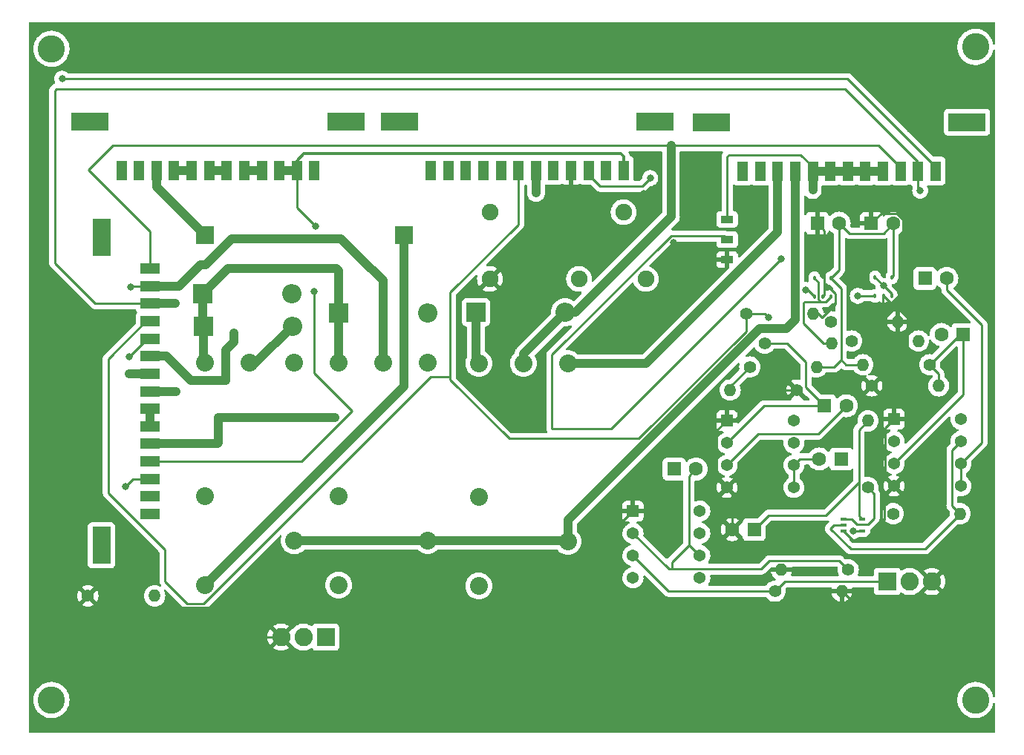
<source format=gbr>
%TF.GenerationSoftware,KiCad,Pcbnew,(6.0.2)*%
%TF.CreationDate,2022-07-20T19:38:25+09:00*%
%TF.ProjectId,shutdown,73687574-646f-4776-9e2e-6b696361645f,rev?*%
%TF.SameCoordinates,Original*%
%TF.FileFunction,Copper,L1,Top*%
%TF.FilePolarity,Positive*%
%FSLAX46Y46*%
G04 Gerber Fmt 4.6, Leading zero omitted, Abs format (unit mm)*
G04 Created by KiCad (PCBNEW (6.0.2)) date 2022-07-20 19:38:25*
%MOMM*%
%LPD*%
G01*
G04 APERTURE LIST*
G04 Aperture macros list*
%AMRoundRect*
0 Rectangle with rounded corners*
0 $1 Rounding radius*
0 $2 $3 $4 $5 $6 $7 $8 $9 X,Y pos of 4 corners*
0 Add a 4 corners polygon primitive as box body*
4,1,4,$2,$3,$4,$5,$6,$7,$8,$9,$2,$3,0*
0 Add four circle primitives for the rounded corners*
1,1,$1+$1,$2,$3*
1,1,$1+$1,$4,$5*
1,1,$1+$1,$6,$7*
1,1,$1+$1,$8,$9*
0 Add four rect primitives between the rounded corners*
20,1,$1+$1,$2,$3,$4,$5,0*
20,1,$1+$1,$4,$5,$6,$7,0*
20,1,$1+$1,$6,$7,$8,$9,0*
20,1,$1+$1,$8,$9,$2,$3,0*%
G04 Aperture macros list end*
%TA.AperFunction,SMDPad,CuDef*%
%ADD10R,4.241800X2.057400*%
%TD*%
%TA.AperFunction,SMDPad,CuDef*%
%ADD11R,1.244600X2.260600*%
%TD*%
%TA.AperFunction,ComponentPad*%
%ADD12R,1.600000X1.600000*%
%TD*%
%TA.AperFunction,ComponentPad*%
%ADD13C,1.600000*%
%TD*%
%TA.AperFunction,ComponentPad*%
%ADD14R,1.371600X1.371600*%
%TD*%
%TA.AperFunction,ComponentPad*%
%ADD15C,1.371600*%
%TD*%
%TA.AperFunction,SMDPad,CuDef*%
%ADD16R,2.057400X4.241800*%
%TD*%
%TA.AperFunction,SMDPad,CuDef*%
%ADD17R,2.260600X1.244600*%
%TD*%
%TA.AperFunction,ComponentPad*%
%ADD18C,1.400000*%
%TD*%
%TA.AperFunction,ComponentPad*%
%ADD19O,1.400000X1.400000*%
%TD*%
%TA.AperFunction,SMDPad,CuDef*%
%ADD20R,0.794499X0.354800*%
%TD*%
%TA.AperFunction,SMDPad,CuDef*%
%ADD21R,1.473200X0.889000*%
%TD*%
%TA.AperFunction,ComponentPad*%
%ADD22C,2.032000*%
%TD*%
%TA.AperFunction,SMDPad,CuDef*%
%ADD23RoundRect,0.074803X0.075197X-0.175197X0.075197X0.175197X-0.075197X0.175197X-0.075197X-0.175197X0*%
%TD*%
%TA.AperFunction,SMDPad,CuDef*%
%ADD24RoundRect,0.075000X0.075000X-0.175000X0.075000X0.175000X-0.075000X0.175000X-0.075000X-0.175000X0*%
%TD*%
%TA.AperFunction,ComponentPad*%
%ADD25R,2.000000X2.000000*%
%TD*%
%TA.AperFunction,ComponentPad*%
%ADD26R,2.085000X2.085000*%
%TD*%
%TA.AperFunction,ComponentPad*%
%ADD27C,2.085000*%
%TD*%
%TA.AperFunction,ComponentPad*%
%ADD28R,2.200000X2.200000*%
%TD*%
%TA.AperFunction,ComponentPad*%
%ADD29O,2.200000X2.200000*%
%TD*%
%TA.AperFunction,ComponentPad*%
%ADD30C,1.905000*%
%TD*%
%TA.AperFunction,ViaPad*%
%ADD31C,3.100000*%
%TD*%
%TA.AperFunction,ViaPad*%
%ADD32C,0.800000*%
%TD*%
%TA.AperFunction,Conductor*%
%ADD33C,0.250000*%
%TD*%
%TA.AperFunction,Conductor*%
%ADD34C,1.000000*%
%TD*%
%TA.AperFunction,Conductor*%
%ADD35C,0.350000*%
%TD*%
G04 APERTURE END LIST*
D10*
%TO.P,J2,*%
%TO.N,*%
X171260000Y-64449200D03*
X200460000Y-64449200D03*
D11*
%TO.P,J2,1,Pin_1*%
%TO.N,LV_MASTER_OUT*%
X196860000Y-70029200D03*
%TO.P,J2,2,Pin_2*%
%TO.N,BRAKE_LIGHT-*%
X194860000Y-70029200D03*
%TO.P,J2,3,Pin_3*%
%TO.N,BRAKE_DOUT*%
X192860000Y-70029200D03*
%TO.P,J2,4,Pin_4*%
%TO.N,GND*%
X190860000Y-70029200D03*
%TO.P,J2,5,Pin_5*%
%TO.N,LV_BATT*%
X188860000Y-70029200D03*
%TO.P,J2,6,Pin_6*%
%TO.N,LV_POWER*%
X186860000Y-70029200D03*
%TO.P,J2,7,Pin_7*%
%TO.N,BMS_HALL*%
X184860000Y-70029200D03*
%TO.P,J2,8,Pin_8*%
%TO.N,unconnected-(J2-Pad8)*%
X182860000Y-70029200D03*
%TO.P,J2,9,Pin_9*%
%TO.N,unconnected-(J2-Pad9)*%
X180860000Y-70029200D03*
%TO.P,J2,10,Pin_10*%
%TO.N,unconnected-(J2-Pad10)*%
X178860000Y-70029200D03*
%TO.P,J2,11,Pin_11*%
%TO.N,unconnected-(J2-Pad11)*%
X176860000Y-70029200D03*
%TO.P,J2,12,Pin_12*%
%TO.N,unconnected-(J2-Pad12)*%
X174860000Y-70029200D03*
%TD*%
D12*
%TO.P,C5,1*%
%TO.N,VCC*%
X221655113Y-102990000D03*
D13*
%TO.P,C5,2*%
%TO.N,Net-(C5-Pad2)*%
X219155113Y-102990000D03*
%TD*%
D12*
%TO.P,C6,1*%
%TO.N,VCC*%
X231200000Y-82360000D03*
D13*
%TO.P,C6,2*%
%TO.N,Net-(C6-Pad2)*%
X233700000Y-82360000D03*
%TD*%
D12*
%TO.P,C2,1*%
%TO.N,GND*%
X225094888Y-76110000D03*
D13*
%TO.P,C2,2*%
%TO.N,VCC*%
X227594888Y-76110000D03*
%TD*%
D14*
%TO.P,U5,1,GND*%
%TO.N,GND*%
X208640000Y-98610000D03*
D15*
%TO.P,U5,2,+*%
%TO.N,Net-(C3-Pad1)*%
X208640000Y-101150000D03*
%TO.P,U5,3,-*%
%TO.N,Net-(C3-Pad2)*%
X208640000Y-103690000D03*
%TO.P,U5,4,V-*%
%TO.N,GND*%
X208640000Y-106230000D03*
%TO.P,U5,5,BAL*%
%TO.N,Net-(C5-Pad2)*%
X216260000Y-106230000D03*
%TO.P,U5,6,STRB*%
X216260000Y-103690000D03*
%TO.P,U5,7*%
%TO.N,Net-(R11-Pad1)*%
X216260000Y-101150000D03*
%TO.P,U5,8,V+*%
%TO.N,VCC*%
X216260000Y-98610000D03*
%TD*%
D16*
%TO.P,J1,*%
%TO.N,*%
X137310000Y-112850000D03*
X137310000Y-77650000D03*
D17*
%TO.P,J1,1,Pin_1*%
%TO.N,BMS_FAULT*%
X142890000Y-81250000D03*
%TO.P,J1,2,Pin_2*%
%TO.N,IMD_FAULT*%
X142890000Y-83250000D03*
%TO.P,J1,3,Pin_3*%
%TO.N,BSPD_FAULT*%
X142890000Y-85250000D03*
%TO.P,J1,4,Pin_4*%
%TO.N,BMS_HALL*%
X142890000Y-87250000D03*
%TO.P,J1,5,Pin_5*%
%TO.N,BRAKE*%
X142890000Y-89250000D03*
%TO.P,J1,6,Pin_6*%
%TO.N,AIR+_ACTIVE_SIG*%
X142890000Y-91250000D03*
%TO.P,J1,7,Pin_7*%
%TO.N,AIR+_ACTIVE*%
X142890000Y-93250000D03*
%TO.P,J1,8,Pin_8*%
%TO.N,HV_MASTER_IN*%
X142890000Y-95250000D03*
%TO.P,J1,9,Pin_9*%
%TO.N,HVD_INTERLOCK_IN*%
X142890000Y-97250000D03*
%TO.P,J1,10,Pin_10*%
X142890000Y-99250000D03*
%TO.P,J1,11,Pin_11*%
%TO.N,HVD_INTERLOCK_OUT*%
X142890000Y-101250000D03*
%TO.P,J1,12,Pin_12*%
%TO.N,LV_MASTER_OUT*%
X142890000Y-103250000D03*
%TO.P,J1,13,Pin_13*%
%TO.N,BRAKE_DOUT*%
X142890000Y-105250000D03*
%TO.P,J1,14,Pin_14*%
%TO.N,unconnected-(J1-Pad14)*%
X142890000Y-107250000D03*
%TO.P,J1,15,Pin_15*%
%TO.N,unconnected-(J1-Pad15)*%
X142890000Y-109250000D03*
%TD*%
D18*
%TO.P,R3,1*%
%TO.N,BMS_HALL*%
X210800000Y-86400000D03*
D19*
%TO.P,R3,2*%
%TO.N,GND*%
X218420000Y-86400000D03*
%TD*%
D20*
%TO.P,U7,1*%
%TO.N,Net-(R11-Pad1)*%
X221919649Y-109890001D03*
%TO.P,U7,2*%
%TO.N,Net-(R12-Pad2)*%
X221919649Y-110540000D03*
%TO.P,U7,3,GND*%
%TO.N,GND*%
X221919649Y-111189999D03*
%TO.P,U7,4*%
%TO.N,Net-(C8-Pad1)*%
X224060351Y-111189999D03*
%TO.P,U7,5,VCC*%
%TO.N,VCC*%
X224060351Y-109890001D03*
%TD*%
D21*
%TO.P,U2,1,GND*%
%TO.N,GND*%
X208673900Y-80220000D03*
%TO.P,U2,2,VO*%
%TO.N,VCC*%
X208673900Y-77930000D03*
%TO.P,U2,3,VI*%
%TO.N,HVD_INTERLOCK_OUT*%
X208673900Y-75640000D03*
%TD*%
D22*
%TO.P,RELAY_BMS1,1,V*%
%TO.N,LV_POWER*%
X180330000Y-92070000D03*
%TO.P,RELAY_BMS1,2,Out*%
%TO.N,HV_MASTER_IN*%
X180330000Y-107310000D03*
%TO.P,RELAY_BMS1,4,12V*%
%TO.N,Net-(RELAY_BMS1-Pad4)*%
X180330000Y-117470000D03*
%TO.P,RELAY_BMS1,6,N*%
%TO.N,CRITICAL_LED*%
X190490000Y-112390000D03*
%TO.P,RELAY_BMS1,8,L*%
%TO.N,SHUTDOWN_RESET*%
X190490000Y-92070000D03*
%TO.P,RELAY_BMS1,9,D*%
%TO.N,BMS_FAULT*%
X185410000Y-92070000D03*
%TD*%
D12*
%TO.P,C3,1*%
%TO.N,Net-(C3-Pad1)*%
X219750000Y-96900000D03*
D13*
%TO.P,C3,2*%
%TO.N,Net-(C3-Pad2)*%
X222250000Y-96900000D03*
%TD*%
D23*
%TO.P,U4,1,+*%
%TO.N,BRAKE*%
X225520000Y-84350000D03*
D24*
%TO.P,U4,2,V-*%
%TO.N,GND*%
X226470000Y-84350000D03*
%TO.P,U4,3,-*%
%TO.N,Net-(R8-Pad2)*%
X227420000Y-84350000D03*
%TO.P,U4,4,OUT*%
X225520000Y-82250000D03*
%TO.P,U4,5,V+*%
%TO.N,VCC*%
X227420000Y-82250000D03*
%TD*%
D12*
%TO.P,C7,1*%
%TO.N,VCC*%
X211735112Y-111040000D03*
D13*
%TO.P,C7,2*%
%TO.N,GND*%
X209235112Y-111040000D03*
%TD*%
D25*
%TO.P,F1,1*%
%TO.N,BOTS_OUT*%
X149115000Y-77445000D03*
%TO.P,F1,2*%
%TO.N,Net-(F1-Pad2)*%
X171815000Y-77445000D03*
%TD*%
D14*
%TO.P,U6,1,GND*%
%TO.N,GND*%
X227680000Y-98430000D03*
D15*
%TO.P,U6,2,+*%
%TO.N,Net-(C4-Pad2)*%
X227680000Y-100970000D03*
%TO.P,U6,3,-*%
%TO.N,Net-(C4-Pad1)*%
X227680000Y-103510000D03*
%TO.P,U6,4,V-*%
%TO.N,GND*%
X227680000Y-106050000D03*
%TO.P,U6,5,BAL*%
%TO.N,Net-(C6-Pad2)*%
X235300000Y-106050000D03*
%TO.P,U6,6,STRB*%
X235300000Y-103510000D03*
%TO.P,U6,7*%
%TO.N,Net-(R12-Pad2)*%
X235300000Y-100970000D03*
%TO.P,U6,8,V+*%
%TO.N,VCC*%
X235300000Y-98430000D03*
%TD*%
D26*
%TO.P,Q1,1,G*%
%TO.N,BRAKE_DOUT*%
X162880000Y-123310000D03*
D27*
%TO.P,Q1,2,D*%
%TO.N,BRAKE_LIGHT-*%
X160340000Y-123310000D03*
%TO.P,Q1,3,S*%
%TO.N,GND*%
X157800000Y-123310000D03*
%TD*%
D23*
%TO.P,U3,1,+*%
%TO.N,BMS_HALL*%
X218600000Y-84440000D03*
D24*
%TO.P,U3,2,V-*%
%TO.N,GND*%
X219550000Y-84440000D03*
%TO.P,U3,3,-*%
%TO.N,Net-(R7-Pad2)*%
X220500000Y-84440000D03*
%TO.P,U3,4,OUT*%
X218600000Y-82340000D03*
%TO.P,U3,5,V+*%
%TO.N,VCC*%
X220500000Y-82340000D03*
%TD*%
D18*
%TO.P,R9,1*%
%TO.N,GND*%
X216620000Y-95110000D03*
D19*
%TO.P,R9,2*%
%TO.N,Net-(C3-Pad2)*%
X209000000Y-95110000D03*
%TD*%
D28*
%TO.P,D3,1,K*%
%TO.N,LV_POWER*%
X148920000Y-87810000D03*
D29*
%TO.P,D3,2,A*%
%TO.N,BSPD_FAULT*%
X159080000Y-87810000D03*
%TD*%
D10*
%TO.P,J3,*%
%TO.N,*%
X206820000Y-64539850D03*
X236020000Y-64539850D03*
D11*
%TO.P,J3,1,Pin_1*%
%TO.N,IMD_FAULT*%
X232420000Y-70119850D03*
%TO.P,J3,2,Pin_2*%
%TO.N,BSPD_FAULT*%
X230420000Y-70119850D03*
%TO.P,J3,3,Pin_3*%
%TO.N,BMS_FAULT*%
X228420000Y-70119850D03*
%TO.P,J3,4,Pin_4*%
%TO.N,HVD_INTERLOCK_OUT*%
X226420000Y-70119850D03*
%TO.P,J3,5,Pin_5*%
X224420000Y-70119850D03*
%TO.P,J3,6,Pin_6*%
X222420000Y-70119850D03*
%TO.P,J3,7,Pin_7*%
X220420000Y-70119850D03*
%TO.P,J3,8,Pin_8*%
X218420000Y-70119850D03*
%TO.P,J3,9,Pin_9*%
%TO.N,CRITICAL_LED*%
X216420000Y-70119850D03*
%TO.P,J3,10,Pin_10*%
%TO.N,SHUTDOWN_RESET*%
X214420000Y-70119850D03*
%TO.P,J3,11,Pin_11*%
%TO.N,unconnected-(J3-Pad11)*%
X212420000Y-70119850D03*
%TO.P,J3,12,Pin_12*%
%TO.N,unconnected-(J3-Pad12)*%
X210420000Y-70119850D03*
%TD*%
D14*
%TO.P,U8,1,GND*%
%TO.N,GND*%
X197920000Y-108924371D03*
D15*
%TO.P,U8,2,TR*%
%TO.N,Net-(C8-Pad2)*%
X197920000Y-111464371D03*
%TO.P,U8,3,Q*%
%TO.N,Net-(Q2-Pad1)*%
X197920000Y-114004371D03*
%TO.P,U8,4,R*%
%TO.N,Net-(C8-Pad1)*%
X197920000Y-116544371D03*
%TO.P,U8,5,CV*%
%TO.N,unconnected-(U8-Pad5)*%
X205540000Y-116544371D03*
%TO.P,U8,6,THR*%
%TO.N,Net-(C8-Pad2)*%
X205540000Y-114004371D03*
%TO.P,U8,7,DIS*%
%TO.N,unconnected-(U8-Pad7)*%
X205540000Y-111464371D03*
%TO.P,U8,8,VCC*%
%TO.N,Net-(C8-Pad1)*%
X205540000Y-108924371D03*
%TD*%
D18*
%TO.P,R13,1*%
%TO.N,Net-(C8-Pad2)*%
X222460000Y-115640000D03*
D19*
%TO.P,R13,2*%
%TO.N,GND*%
X214840000Y-115640000D03*
%TD*%
D18*
%TO.P,R2,1*%
%TO.N,GND*%
X135770000Y-118610000D03*
D19*
%TO.P,R2,2*%
%TO.N,BRAKE_DOUT*%
X143390000Y-118610000D03*
%TD*%
D18*
%TO.P,R14,1*%
%TO.N,Net-(Q2-Pad1)*%
X214100000Y-118070000D03*
D19*
%TO.P,R14,2*%
%TO.N,GND*%
X221720000Y-118070000D03*
%TD*%
D18*
%TO.P,R8,1*%
%TO.N,Net-(C4-Pad2)*%
X222850000Y-89500000D03*
D19*
%TO.P,R8,2*%
%TO.N,Net-(R8-Pad2)*%
X230470000Y-89500000D03*
%TD*%
D26*
%TO.P,Q2,1,G*%
%TO.N,Net-(Q2-Pad1)*%
X226920000Y-116970000D03*
D27*
%TO.P,Q2,2,D*%
%TO.N,BSPD_FAULT*%
X229460000Y-116970000D03*
%TO.P,Q2,3,S*%
%TO.N,GND*%
X232000000Y-116970000D03*
%TD*%
D18*
%TO.P,R5,1*%
%TO.N,Net-(C3-Pad2)*%
X211230000Y-92480000D03*
D19*
%TO.P,R5,2*%
%TO.N,VCC*%
X218850000Y-92480000D03*
%TD*%
D18*
%TO.P,R11,1*%
%TO.N,Net-(R11-Pad1)*%
X224710000Y-106250000D03*
D19*
%TO.P,R11,2*%
%TO.N,VCC*%
X224710000Y-98630000D03*
%TD*%
D30*
%TO.P,U1,1,1*%
%TO.N,GND*%
X181600000Y-82420000D03*
%TO.P,U1,2,2*%
%TO.N,AIR+_ACTIVE*%
X191760000Y-82420000D03*
%TO.P,U1,3,3*%
%TO.N,HVD_INTERLOCK_OUT*%
X199380000Y-82420000D03*
%TO.P,U1,4,4*%
%TO.N,unconnected-(U1-Pad4)*%
X196840000Y-74800000D03*
%TO.P,U1,5,5*%
%TO.N,AIR+_ACTIVE_SIG*%
X181600000Y-74800000D03*
%TD*%
D18*
%TO.P,R10,1*%
%TO.N,GND*%
X225150000Y-94630000D03*
D19*
%TO.P,R10,2*%
%TO.N,Net-(C4-Pad1)*%
X232770000Y-94630000D03*
%TD*%
D22*
%TO.P,RELAY_BSPD1,1,V*%
%TO.N,LV_POWER*%
X149130000Y-92010000D03*
%TO.P,RELAY_BSPD1,2,Out*%
%TO.N,Net-(RELAY_BSPD1-Pad2)*%
X149130000Y-107250000D03*
%TO.P,RELAY_BSPD1,4,12V*%
%TO.N,Net-(F1-Pad2)*%
X149130000Y-117410000D03*
%TO.P,RELAY_BSPD1,6,N*%
%TO.N,CRITICAL_LED*%
X159290000Y-112330000D03*
%TO.P,RELAY_BSPD1,8,L*%
%TO.N,SHUTDOWN_RESET*%
X159290000Y-92010000D03*
%TO.P,RELAY_BSPD1,9,D*%
%TO.N,BSPD_FAULT*%
X154210000Y-92010000D03*
%TD*%
D12*
%TO.P,C4,1*%
%TO.N,Net-(C4-Pad1)*%
X235570000Y-88770000D03*
D13*
%TO.P,C4,2*%
%TO.N,Net-(C4-Pad2)*%
X233070000Y-88770000D03*
%TD*%
D12*
%TO.P,C1,1*%
%TO.N,GND*%
X218931700Y-76070000D03*
D13*
%TO.P,C1,2*%
%TO.N,VCC*%
X221431700Y-76070000D03*
%TD*%
D22*
%TO.P,RELAY_IMD1,1,V*%
%TO.N,LV_POWER*%
X164360000Y-91960000D03*
%TO.P,RELAY_IMD1,2,Out*%
%TO.N,Net-(RELAY_BMS1-Pad4)*%
X164360000Y-107200000D03*
%TO.P,RELAY_IMD1,4,12V*%
%TO.N,Net-(RELAY_BSPD1-Pad2)*%
X164360000Y-117360000D03*
%TO.P,RELAY_IMD1,6,N*%
%TO.N,CRITICAL_LED*%
X174520000Y-112280000D03*
%TO.P,RELAY_IMD1,8,L*%
%TO.N,SHUTDOWN_RESET*%
X174520000Y-91960000D03*
%TO.P,RELAY_IMD1,9,D*%
%TO.N,IMD_FAULT*%
X169440000Y-91960000D03*
%TD*%
D18*
%TO.P,R6,1*%
%TO.N,Net-(C4-Pad1)*%
X231750000Y-92210000D03*
D19*
%TO.P,R6,2*%
%TO.N,VCC*%
X224130000Y-92210000D03*
%TD*%
D18*
%TO.P,R12,1*%
%TO.N,VCC*%
X227590000Y-109220000D03*
D19*
%TO.P,R12,2*%
%TO.N,Net-(R12-Pad2)*%
X235210000Y-109220000D03*
%TD*%
D12*
%TO.P,C8,1*%
%TO.N,Net-(C8-Pad1)*%
X202614888Y-104120000D03*
D13*
%TO.P,C8,2*%
%TO.N,Net-(C8-Pad2)*%
X205114888Y-104120000D03*
%TD*%
D28*
%TO.P,D2,1,K*%
%TO.N,LV_POWER*%
X164340000Y-86330000D03*
D29*
%TO.P,D2,2,A*%
%TO.N,IMD_FAULT*%
X174500000Y-86330000D03*
%TD*%
D10*
%TO.P,J4,*%
%TO.N,*%
X136000000Y-64489200D03*
X165200000Y-64489200D03*
D11*
%TO.P,J4,1,Pin_1*%
%TO.N,LV_MASTER_IN*%
X161600000Y-70069200D03*
%TO.P,J4,2,Pin_2*%
%TO.N,LV_MASTER_OUT*%
X159600000Y-70069200D03*
%TO.P,J4,3,Pin_3*%
X157600000Y-70069200D03*
%TO.P,J4,4,Pin_4*%
%TO.N,HV_AUX2_IN*%
X155600000Y-70069200D03*
%TO.P,J4,5,Pin_5*%
X153600000Y-70069200D03*
%TO.P,J4,6,Pin_6*%
%TO.N,HV_AUX3_IN*%
X151600000Y-70069200D03*
%TO.P,J4,7,Pin_7*%
X149600000Y-70069200D03*
%TO.P,J4,8,Pin_8*%
%TO.N,BOTS_IN*%
X147600000Y-70069200D03*
%TO.P,J4,9,Pin_9*%
X145600000Y-70069200D03*
%TO.P,J4,10,Pin_10*%
%TO.N,BOTS_OUT*%
X143600000Y-70069200D03*
%TO.P,J4,11,Pin_11*%
%TO.N,unconnected-(J4-Pad11)*%
X141600000Y-70069200D03*
%TO.P,J4,12,Pin_12*%
%TO.N,unconnected-(J4-Pad12)*%
X139600000Y-70069200D03*
%TD*%
D28*
%TO.P,D4,1,K*%
%TO.N,LV_POWER*%
X148870000Y-84140000D03*
D29*
%TO.P,D4,2,A*%
%TO.N,SHUTDOWN_RESET*%
X159030000Y-84140000D03*
%TD*%
D28*
%TO.P,D1,1,K*%
%TO.N,LV_POWER*%
X180010000Y-86240000D03*
D29*
%TO.P,D1,2,A*%
%TO.N,BMS_FAULT*%
X190170000Y-86240000D03*
%TD*%
D18*
%TO.P,R7,1*%
%TO.N,Net-(C3-Pad1)*%
X212930000Y-89770000D03*
D19*
%TO.P,R7,2*%
%TO.N,Net-(R7-Pad2)*%
X220550000Y-89770000D03*
%TD*%
D18*
%TO.P,R4,1*%
%TO.N,BRAKE*%
X220480000Y-87310000D03*
D19*
%TO.P,R4,2*%
%TO.N,GND*%
X228100000Y-87310000D03*
%TD*%
D31*
%TO.N,*%
X131610000Y-56150000D03*
X131610000Y-130490000D03*
X236960000Y-55940000D03*
X236960000Y-130490000D03*
D32*
%TO.N,IMD_FAULT*%
X132830000Y-59560000D03*
X140630000Y-83330000D03*
%TO.N,BSPD_FAULT*%
X145830000Y-85320000D03*
X230660000Y-72350000D03*
%TO.N,BMS_HALL*%
X213390000Y-86810000D03*
X217620000Y-83690000D03*
%TO.N,LV_POWER*%
X186860000Y-72630000D03*
%TO.N,GND*%
X199190000Y-72690000D03*
X202570000Y-78240000D03*
%TO.N,AIR+_ACTIVE_SIG*%
X152410000Y-88570000D03*
%TO.N,AIR+_ACTIVE*%
X140440000Y-93250000D03*
%TO.N,VCC*%
X214820000Y-80140000D03*
%TO.N,Net-(C8-Pad1)*%
X223060001Y-111189999D03*
%TO.N,HV_MASTER_IN*%
X145820000Y-95260000D03*
%TO.N,BRAKE*%
X223550000Y-84350000D03*
X140470000Y-91268378D03*
%TO.N,BRAKE_LIGHT-*%
X194960000Y-70690000D03*
%TO.N,BRAKE_DOUT*%
X199890000Y-70910000D03*
X140035000Y-106135000D03*
%TO.N,Net-(R8-Pad2)*%
X226480000Y-83210000D03*
%TO.N,HVD_INTERLOCK_OUT*%
X163960000Y-98240000D03*
X218420000Y-72300000D03*
%TO.N,LV_MASTER_OUT*%
X161715000Y-76385000D03*
X161560000Y-83890000D03*
%TD*%
D33*
%TO.N,BMS_FAULT*%
X142890000Y-77020000D02*
X142890000Y-81250000D01*
X138650000Y-67200000D02*
X135860000Y-69990000D01*
D34*
X190170000Y-86240000D02*
X185410000Y-91000000D01*
D33*
X202250000Y-67200000D02*
X138650000Y-67200000D01*
X225901772Y-67200000D02*
X202250000Y-67200000D01*
D34*
X185410000Y-91000000D02*
X185410000Y-92070000D01*
D33*
X228420000Y-69718228D02*
X225901772Y-67200000D01*
D34*
X190170000Y-86240000D02*
X191330000Y-86240000D01*
D33*
X228420000Y-70119850D02*
X228420000Y-69718228D01*
X135860000Y-69990000D02*
X142890000Y-77020000D01*
D34*
X191330000Y-86240000D02*
X202250000Y-75320000D01*
X202250000Y-75320000D02*
X202250000Y-67200000D01*
D33*
%TO.N,IMD_FAULT*%
X142890000Y-83250000D02*
X140710000Y-83250000D01*
D34*
X166728189Y-79928189D02*
X164650000Y-77850000D01*
D33*
X222368150Y-59560000D02*
X132830000Y-59560000D01*
D34*
X148570978Y-80840000D02*
X146160978Y-83250000D01*
D33*
X232420000Y-69611850D02*
X222368150Y-59560000D01*
D34*
X166758189Y-79928189D02*
X166728189Y-79928189D01*
X169440000Y-91960000D02*
X169440000Y-82610000D01*
X149190000Y-80840000D02*
X148570978Y-80840000D01*
D33*
X232420000Y-70119850D02*
X232420000Y-69611850D01*
D34*
X146160978Y-83250000D02*
X142890000Y-83250000D01*
D33*
X140710000Y-83250000D02*
X140630000Y-83330000D01*
D34*
X169440000Y-82610000D02*
X166758189Y-79928189D01*
X152180000Y-77850000D02*
X149190000Y-80840000D01*
X164650000Y-77850000D02*
X152180000Y-77850000D01*
D33*
%TO.N,BSPD_FAULT*%
X230420000Y-72110000D02*
X230660000Y-72350000D01*
D34*
X159080000Y-87810000D02*
X154880000Y-92010000D01*
D33*
X131980000Y-60910000D02*
X131980000Y-80610000D01*
X230420000Y-70119850D02*
X230420000Y-69027850D01*
X230420000Y-70119850D02*
X230420000Y-72110000D01*
X131980000Y-80610000D02*
X136620000Y-85250000D01*
X230420000Y-69027850D02*
X222122150Y-60730000D01*
X145760000Y-85250000D02*
X145830000Y-85320000D01*
D34*
X154880000Y-92010000D02*
X154210000Y-92010000D01*
X142890000Y-85250000D02*
X145760000Y-85250000D01*
D33*
X132160000Y-60730000D02*
X131980000Y-60910000D01*
X136620000Y-85250000D02*
X142890000Y-85250000D01*
X222122150Y-60730000D02*
X132160000Y-60730000D01*
D34*
%TO.N,SHUTDOWN_RESET*%
X190490000Y-92070000D02*
X199410000Y-92070000D01*
X199410000Y-92070000D02*
X214420000Y-77060000D01*
X214420000Y-77060000D02*
X214420000Y-70119850D01*
D33*
%TO.N,BMS_HALL*%
X177080000Y-93950000D02*
X183790000Y-100660000D01*
X144578378Y-113340000D02*
X144578378Y-116928378D01*
X138100000Y-106861622D02*
X144578378Y-113340000D01*
X217620000Y-83690000D02*
X217850000Y-83690000D01*
X177080000Y-83980000D02*
X177080000Y-93580000D01*
X213390000Y-86810000D02*
X212980000Y-86400000D01*
X183790000Y-100660000D02*
X198530000Y-100660000D01*
X177080000Y-93580000D02*
X177080000Y-93950000D01*
X147120000Y-119470000D02*
X148965770Y-119470000D01*
X142382000Y-87250000D02*
X138100000Y-91532000D01*
X217850000Y-83690000D02*
X218600000Y-84440000D01*
X142890000Y-87250000D02*
X142382000Y-87250000D01*
X138100000Y-91532000D02*
X138100000Y-106861622D01*
X174855770Y-93580000D02*
X177080000Y-93580000D01*
X212980000Y-86400000D02*
X210800000Y-86400000D01*
X144578378Y-116928378D02*
X147120000Y-119470000D01*
X184860000Y-70029200D02*
X184860000Y-76200000D01*
X184860000Y-76200000D02*
X177080000Y-83980000D01*
X148965770Y-119470000D02*
X174855770Y-93580000D01*
X198530000Y-100660000D02*
X210800000Y-88390000D01*
X210800000Y-88390000D02*
X210800000Y-86400000D01*
%TO.N,Net-(C4-Pad1)*%
X232770000Y-94630000D02*
X232770000Y-93230000D01*
X235190000Y-88770000D02*
X231750000Y-92210000D01*
X235570000Y-88770000D02*
X235570000Y-95620000D01*
X235570000Y-95620000D02*
X227680000Y-103510000D01*
X232770000Y-93230000D02*
X231750000Y-92210000D01*
X235570000Y-88770000D02*
X235190000Y-88770000D01*
D34*
%TO.N,Net-(F1-Pad2)*%
X171815000Y-77445000D02*
X171815000Y-94725000D01*
X171815000Y-94725000D02*
X149130000Y-117410000D01*
%TO.N,LV_POWER*%
X164340000Y-86330000D02*
X164340000Y-81490000D01*
X164340000Y-91940000D02*
X164360000Y-91960000D01*
X164100000Y-81250000D02*
X151760000Y-81250000D01*
X186860000Y-70029200D02*
X186860000Y-72630000D01*
X148920000Y-87810000D02*
X148920000Y-91800000D01*
X180010000Y-91750000D02*
X180330000Y-92070000D01*
D33*
X148870000Y-87760000D02*
X148920000Y-87810000D01*
D34*
X148920000Y-91800000D02*
X149130000Y-92010000D01*
X151760000Y-81250000D02*
X148870000Y-84140000D01*
X148870000Y-84140000D02*
X148870000Y-87760000D01*
X164340000Y-81490000D02*
X164100000Y-81250000D01*
X180010000Y-86240000D02*
X180010000Y-91750000D01*
X164340000Y-86330000D02*
X164340000Y-91940000D01*
D33*
%TO.N,GND*%
X232000000Y-116970000D02*
X230120000Y-118850000D01*
X227680000Y-98430000D02*
X227680000Y-97160000D01*
X220974520Y-85295429D02*
X220974520Y-84094520D01*
X208600000Y-98610000D02*
X207480000Y-99730000D01*
X219740000Y-76878300D02*
X219740000Y-83100000D01*
X227680000Y-97160000D02*
X225150000Y-94630000D01*
X222500000Y-118850000D02*
X221720000Y-118070000D01*
X226565489Y-109908532D02*
X226565489Y-107164511D01*
X226470000Y-84350000D02*
X227290000Y-85170000D01*
X228060677Y-74985489D02*
X226219399Y-74985489D01*
X136940000Y-119780000D02*
X135770000Y-118610000D01*
X218931700Y-76070000D02*
X219740000Y-76878300D01*
X229180000Y-86850000D02*
X227500000Y-85170000D01*
X190860000Y-72530000D02*
X190860000Y-73160000D01*
X190860000Y-70029200D02*
X190860000Y-72530000D01*
X227415006Y-85170000D02*
X228719399Y-83865607D01*
X209235112Y-106825112D02*
X208640000Y-106230000D01*
X207480000Y-105070000D02*
X208640000Y-106230000D01*
X157800000Y-123310000D02*
X142910000Y-123310000D01*
X230120000Y-118850000D02*
X222500000Y-118850000D01*
X226669689Y-105039689D02*
X227680000Y-106050000D01*
X224054021Y-112420000D02*
X226565489Y-109908532D01*
X227290000Y-85170000D02*
X227415006Y-85170000D01*
X208673900Y-80220000D02*
X204550000Y-80220000D01*
X209235112Y-111040000D02*
X209235112Y-106825112D01*
X191020000Y-72690000D02*
X190860000Y-72530000D01*
X139519520Y-119919520D02*
X186924851Y-119919520D01*
X220974520Y-84094520D02*
X219980000Y-83100000D01*
X219980000Y-83100000D02*
X219740000Y-83100000D01*
X226565489Y-107164511D02*
X227680000Y-106050000D01*
X219459949Y-86810000D02*
X220974520Y-85295429D01*
X207480000Y-99730000D02*
X207480000Y-105070000D01*
X209488878Y-98610000D02*
X212988878Y-95110000D01*
X227680000Y-98430000D02*
X226669689Y-99440311D01*
X204550000Y-80220000D02*
X202570000Y-78240000D01*
X186924851Y-119919520D02*
X197920000Y-108924371D01*
X219740000Y-84250000D02*
X219550000Y-84440000D01*
X208640000Y-98610000D02*
X209488878Y-98610000D01*
X225150000Y-94630000D02*
X229180000Y-90600000D01*
X228719399Y-83865607D02*
X228719399Y-75644211D01*
X229180000Y-90600000D02*
X229180000Y-86850000D01*
X219049949Y-86400000D02*
X219459949Y-86810000D01*
X228719399Y-75644211D02*
X228060677Y-74985489D01*
X190860000Y-73160000D02*
X181600000Y-82420000D01*
X226219399Y-74985489D02*
X225094888Y-76110000D01*
X223149650Y-112420000D02*
X224054021Y-112420000D01*
X218420000Y-86400000D02*
X219049949Y-86400000D01*
X212988878Y-95110000D02*
X216620000Y-95110000D01*
X142910000Y-123310000D02*
X139380000Y-119780000D01*
X221919649Y-111189999D02*
X223149650Y-112420000D01*
X208640000Y-98610000D02*
X208600000Y-98610000D01*
X199190000Y-72690000D02*
X191020000Y-72690000D01*
X219740000Y-83100000D02*
X219740000Y-84250000D01*
X226669689Y-99440311D02*
X226669689Y-105039689D01*
X139380000Y-119780000D02*
X136940000Y-119780000D01*
X227500000Y-85170000D02*
X227415006Y-85170000D01*
%TO.N,AIR+_ACTIVE_SIG*%
X151500000Y-91535770D02*
X151460000Y-91575770D01*
D34*
X151500000Y-90560000D02*
X151500000Y-91535770D01*
X147480000Y-94050000D02*
X144680000Y-91250000D01*
X151460000Y-94050000D02*
X147480000Y-94050000D01*
X152410000Y-89650000D02*
X151500000Y-90560000D01*
X144680000Y-91250000D02*
X142890000Y-91250000D01*
X151460000Y-91575770D02*
X151460000Y-94050000D01*
X152410000Y-88570000D02*
X152410000Y-89650000D01*
%TO.N,AIR+_ACTIVE*%
X142890000Y-93250000D02*
X140440000Y-93250000D01*
D33*
%TO.N,CRITICAL_LED*%
X190380000Y-112280000D02*
X190490000Y-112390000D01*
D34*
X174520000Y-112280000D02*
X190380000Y-112280000D01*
X190490000Y-109970000D02*
X212360000Y-88100000D01*
D33*
X174470000Y-112330000D02*
X174520000Y-112280000D01*
D34*
X215380000Y-88100000D02*
X216420000Y-87060000D01*
X212360000Y-88100000D02*
X215380000Y-88100000D01*
X216420000Y-70119850D02*
X216420000Y-86460000D01*
X190490000Y-112390000D02*
X190490000Y-109970000D01*
X159290000Y-112330000D02*
X174470000Y-112330000D01*
X216420000Y-87060000D02*
X216420000Y-86460000D01*
D33*
%TO.N,VCC*%
X208673900Y-77930000D02*
X208259389Y-77515489D01*
X202244511Y-77515489D02*
X188690000Y-91070000D01*
X188680000Y-92175770D02*
X188680000Y-99500000D01*
X221654511Y-83494511D02*
X221654511Y-91665489D01*
X226470377Y-77234511D02*
X222596211Y-77234511D01*
X188690000Y-92165770D02*
X188680000Y-92175770D01*
X223685489Y-105634511D02*
X223685489Y-99654511D01*
X188690000Y-91070000D02*
X188690000Y-92165770D01*
X220840000Y-92480000D02*
X218850000Y-92480000D01*
X195460000Y-99500000D02*
X214820000Y-80140000D01*
X227594888Y-76110000D02*
X227594888Y-82075112D01*
X213387022Y-109388090D02*
X219931910Y-109388090D01*
X221654511Y-91665489D02*
X222199022Y-92210000D01*
X211735112Y-111040000D02*
X213387022Y-109388090D01*
X227594888Y-76110000D02*
X226470377Y-77234511D01*
X221431700Y-81408300D02*
X220500000Y-82340000D01*
X223685489Y-105634511D02*
X223685489Y-109515139D01*
X220500000Y-82340000D02*
X221654511Y-83494511D01*
X188680000Y-99500000D02*
X195460000Y-99500000D01*
X221431700Y-76070000D02*
X221431700Y-81408300D01*
X221654511Y-91665489D02*
X220840000Y-92480000D01*
X208259389Y-77515489D02*
X202244511Y-77515489D01*
X222199022Y-92210000D02*
X224130000Y-92210000D01*
X223685489Y-109515139D02*
X224060351Y-109890001D01*
X219931910Y-109388090D02*
X223685489Y-105634511D01*
X227594888Y-82075112D02*
X227420000Y-82250000D01*
X223685489Y-99654511D02*
X224710000Y-98630000D01*
X222596211Y-77234511D02*
X221431700Y-76070000D01*
%TO.N,Net-(C3-Pad1)*%
X212890000Y-96900000D02*
X208640000Y-101150000D01*
X212930000Y-89770000D02*
X215520000Y-89770000D01*
X217644511Y-94794511D02*
X219750000Y-96900000D01*
X215520000Y-89770000D02*
X217644511Y-91894511D01*
X217644511Y-91894511D02*
X217644511Y-94794511D01*
X219750000Y-96900000D02*
X212890000Y-96900000D01*
%TO.N,Net-(C3-Pad2)*%
X209000000Y-94710000D02*
X209000000Y-95110000D01*
X222250000Y-96900000D02*
X219010311Y-100139689D01*
X219010311Y-100139689D02*
X212190311Y-100139689D01*
X211230000Y-92480000D02*
X209000000Y-94710000D01*
X212190311Y-100139689D02*
X208640000Y-103690000D01*
%TO.N,Net-(C5-Pad2)*%
X219155113Y-102990000D02*
X216960000Y-102990000D01*
X216260000Y-103690000D02*
X216260000Y-106230000D01*
X216960000Y-102990000D02*
X216260000Y-103690000D01*
%TO.N,Net-(C6-Pad2)*%
X235300000Y-103510000D02*
X235300000Y-106050000D01*
X233700000Y-83660000D02*
X237710000Y-87670000D01*
X237710000Y-101100000D02*
X235300000Y-103510000D01*
X237710000Y-87670000D02*
X237710000Y-101100000D01*
X233700000Y-82360000D02*
X233700000Y-83660000D01*
%TO.N,Net-(C8-Pad1)*%
X224060351Y-111189999D02*
X223060001Y-111189999D01*
%TO.N,Net-(C8-Pad2)*%
X202344060Y-115534060D02*
X201989689Y-115534060D01*
X202344060Y-114750089D02*
X202344060Y-115534060D01*
X212555940Y-115534060D02*
X213474511Y-114615489D01*
X204314889Y-112779260D02*
X202344060Y-114750089D01*
X201989689Y-115534060D02*
X197920000Y-111464371D01*
X213474511Y-114615489D02*
X221435489Y-114615489D01*
X221435489Y-114615489D02*
X222460000Y-115640000D01*
X204314889Y-112779260D02*
X205540000Y-114004371D01*
X204314889Y-104919999D02*
X204314889Y-112779260D01*
X205114888Y-104120000D02*
X204314889Y-104919999D01*
X212555940Y-115534060D02*
X202344060Y-115534060D01*
D34*
%TO.N,HV_MASTER_IN*%
X142890000Y-95250000D02*
X145810000Y-95250000D01*
D33*
X145810000Y-95250000D02*
X145820000Y-95260000D01*
%TO.N,BRAKE*%
X225520000Y-84350000D02*
X223550000Y-84350000D01*
X142890000Y-89250000D02*
X142488378Y-89250000D01*
X142488378Y-89250000D02*
X140470000Y-91268378D01*
%TO.N,BRAKE_DOUT*%
X192860000Y-70029200D02*
X192860000Y-70537200D01*
X194162800Y-71840000D02*
X198960000Y-71840000D01*
X198960000Y-71840000D02*
X199890000Y-70910000D01*
X142890000Y-105250000D02*
X140920000Y-105250000D01*
X140920000Y-105250000D02*
X140035000Y-106135000D01*
X192860000Y-70537200D02*
X194162800Y-71840000D01*
%TO.N,Net-(Q2-Pad1)*%
X214100000Y-118070000D02*
X201985629Y-118070000D01*
X201985629Y-118070000D02*
X197920000Y-114004371D01*
X214100000Y-118070000D02*
X215200000Y-116970000D01*
X215200000Y-116970000D02*
X226920000Y-116970000D01*
%TO.N,Net-(R7-Pad2)*%
X220550000Y-89770000D02*
X220520000Y-89800000D01*
X217350000Y-87509949D02*
X217350000Y-85150000D01*
X219925480Y-85014520D02*
X219308438Y-85014520D01*
X217485480Y-85014520D02*
X219308438Y-85014520D01*
X219640051Y-89800000D02*
X217350000Y-87509949D01*
X219074520Y-82814520D02*
X218600000Y-82340000D01*
X220520000Y-89800000D02*
X219640051Y-89800000D01*
X219074520Y-84780602D02*
X219074520Y-82814520D01*
X220500000Y-84440000D02*
X219925480Y-85014520D01*
X217350000Y-85150000D02*
X217485480Y-85014520D01*
X219308438Y-85014520D02*
X219074520Y-84780602D01*
%TO.N,Net-(R8-Pad2)*%
X227420000Y-84350000D02*
X227420000Y-84150000D01*
X227420000Y-84150000D02*
X226480000Y-83210000D01*
X226480000Y-83210000D02*
X225520000Y-82250000D01*
%TO.N,Net-(R11-Pad1)*%
X225410000Y-106950000D02*
X224710000Y-106250000D01*
X224704023Y-110470000D02*
X225410000Y-109764023D01*
X225410000Y-109764023D02*
X225410000Y-106950000D01*
X222836680Y-109890001D02*
X223416679Y-110470000D01*
X223416679Y-110470000D02*
X224704023Y-110470000D01*
X221919649Y-109890001D02*
X222836680Y-109890001D01*
%TO.N,Net-(R12-Pad2)*%
X222735979Y-113230000D02*
X220430000Y-110924021D01*
X235300000Y-100970000D02*
X234289689Y-101980311D01*
X220430000Y-110924021D02*
X220814021Y-110540000D01*
X235210000Y-109220000D02*
X231200000Y-113230000D01*
X231200000Y-113230000D02*
X222735979Y-113230000D01*
X234289689Y-101980311D02*
X234289689Y-108299689D01*
X234289689Y-108299689D02*
X235210000Y-109220000D01*
X220814021Y-110540000D02*
X221919649Y-110540000D01*
D34*
%TO.N,HV_AUX2_IN*%
X155600000Y-70069200D02*
X153600000Y-70069200D01*
%TO.N,HV_AUX3_IN*%
X151600000Y-70069200D02*
X149600000Y-70069200D01*
%TO.N,BOTS_IN*%
X147600000Y-70069200D02*
X145600000Y-70069200D01*
%TO.N,HVD_INTERLOCK_IN*%
X142890000Y-97250000D02*
X142890000Y-99250000D01*
%TO.N,HVD_INTERLOCK_OUT*%
X218420000Y-70119850D02*
X226420000Y-70119850D01*
X163960000Y-98240000D02*
X150660000Y-98240000D01*
D33*
X218420000Y-69611850D02*
X218420000Y-70119850D01*
X208867800Y-68240000D02*
X217048150Y-68240000D01*
D34*
X150660000Y-98240000D02*
X150660000Y-101120000D01*
D33*
X208673900Y-68433900D02*
X208867800Y-68240000D01*
D34*
X218420000Y-70119850D02*
X218420000Y-72300000D01*
X150660000Y-101120000D02*
X150530000Y-101250000D01*
D33*
X217048150Y-68240000D02*
X218420000Y-69611850D01*
D34*
X150530000Y-101250000D02*
X142890000Y-101250000D01*
D33*
X208673900Y-75640000D02*
X208673900Y-68433900D01*
%TO.N,LV_MASTER_OUT*%
X160116047Y-103250000D02*
X165890000Y-97476047D01*
D35*
X196860000Y-68430000D02*
X196860000Y-70029200D01*
X160407578Y-68110000D02*
X196540000Y-68110000D01*
X159600000Y-68917578D02*
X160407578Y-68110000D01*
D33*
X165890000Y-97476047D02*
X162833953Y-94420000D01*
X159600000Y-74270000D02*
X159600000Y-70069200D01*
D35*
X196540000Y-68110000D02*
X196860000Y-68430000D01*
X159600000Y-70069200D02*
X159600000Y-68917578D01*
D33*
X161715000Y-76385000D02*
X159600000Y-74270000D01*
X161560000Y-93146047D02*
X161560000Y-83890000D01*
D34*
X159600000Y-70069200D02*
X157600000Y-70069200D01*
D33*
X142890000Y-103250000D02*
X160116047Y-103250000D01*
X162833953Y-94420000D02*
X161560000Y-93146047D01*
D34*
%TO.N,BOTS_OUT*%
X143600000Y-71930000D02*
X149115000Y-77445000D01*
X143600000Y-70069200D02*
X143600000Y-71930000D01*
%TD*%
%TA.AperFunction,Conductor*%
%TO.N,GND*%
G36*
X239174121Y-53128002D02*
G01*
X239220614Y-53181658D01*
X239232000Y-53234000D01*
X239232000Y-55530114D01*
X239211998Y-55598235D01*
X239158342Y-55644728D01*
X239088068Y-55654832D01*
X239023488Y-55625338D01*
X238985104Y-55565612D01*
X238982618Y-55555665D01*
X238948172Y-55389332D01*
X238947303Y-55385135D01*
X238853612Y-55120561D01*
X238843401Y-55100776D01*
X238726847Y-54874957D01*
X238726847Y-54874956D01*
X238724882Y-54871150D01*
X238714595Y-54856512D01*
X238644188Y-54756334D01*
X238563493Y-54641517D01*
X238400300Y-54465900D01*
X238375354Y-54439055D01*
X238375351Y-54439052D01*
X238372433Y-54435912D01*
X238155237Y-54258139D01*
X237915923Y-54111487D01*
X237893348Y-54101577D01*
X237662853Y-54000397D01*
X237658921Y-53998671D01*
X237639519Y-53993144D01*
X237393114Y-53922954D01*
X237393115Y-53922954D01*
X237388986Y-53921778D01*
X237183217Y-53892493D01*
X237115365Y-53882836D01*
X237115363Y-53882836D01*
X237111113Y-53882231D01*
X237106824Y-53882209D01*
X237106817Y-53882208D01*
X236834730Y-53880783D01*
X236834723Y-53880783D01*
X236830444Y-53880761D01*
X236826199Y-53881320D01*
X236826197Y-53881320D01*
X236762813Y-53889665D01*
X236552172Y-53917397D01*
X236281446Y-53991459D01*
X236023277Y-54101577D01*
X235877721Y-54188691D01*
X235786123Y-54243511D01*
X235786119Y-54243514D01*
X235782441Y-54245715D01*
X235563395Y-54421204D01*
X235560451Y-54424306D01*
X235560447Y-54424310D01*
X235373142Y-54621688D01*
X235370192Y-54624797D01*
X235206408Y-54852727D01*
X235075073Y-55100776D01*
X235073601Y-55104799D01*
X235073599Y-55104803D01*
X235066354Y-55124602D01*
X234978616Y-55364355D01*
X234977703Y-55368541D01*
X234977703Y-55368542D01*
X234927623Y-55598235D01*
X234918825Y-55638585D01*
X234896803Y-55918393D01*
X234912960Y-56198601D01*
X234913785Y-56202806D01*
X234913786Y-56202814D01*
X234938166Y-56327075D01*
X234966996Y-56474024D01*
X234968383Y-56478074D01*
X234968384Y-56478079D01*
X235038895Y-56684024D01*
X235057911Y-56739565D01*
X235120967Y-56864938D01*
X235161490Y-56945509D01*
X235184022Y-56990310D01*
X235186448Y-56993839D01*
X235186451Y-56993845D01*
X235295012Y-57151801D01*
X235342997Y-57221620D01*
X235345884Y-57224793D01*
X235345885Y-57224794D01*
X235377039Y-57259032D01*
X235531894Y-57429215D01*
X235535183Y-57431965D01*
X235743925Y-57606501D01*
X235743930Y-57606505D01*
X235747217Y-57609253D01*
X235802424Y-57643884D01*
X235981341Y-57756119D01*
X235981345Y-57756121D01*
X235984981Y-57758402D01*
X236240788Y-57873903D01*
X236244907Y-57875123D01*
X236505790Y-57952401D01*
X236505795Y-57952402D01*
X236509903Y-57953619D01*
X236514137Y-57954267D01*
X236514142Y-57954268D01*
X236758514Y-57991662D01*
X236787347Y-57996074D01*
X236930292Y-57998319D01*
X237063694Y-58000415D01*
X237063700Y-58000415D01*
X237067985Y-58000482D01*
X237346626Y-57966763D01*
X237618112Y-57895540D01*
X237622072Y-57893900D01*
X237622077Y-57893898D01*
X237808929Y-57816501D01*
X237877420Y-57788131D01*
X237928296Y-57758402D01*
X238116054Y-57648685D01*
X238116055Y-57648685D01*
X238119752Y-57646524D01*
X238340624Y-57473338D01*
X238535948Y-57271779D01*
X238538481Y-57268331D01*
X238538485Y-57268326D01*
X238699572Y-57049032D01*
X238702110Y-57045577D01*
X238754240Y-56949565D01*
X238833986Y-56802692D01*
X238833987Y-56802690D01*
X238836036Y-56798916D01*
X238935247Y-56536362D01*
X238983180Y-56327075D01*
X239017885Y-56265139D01*
X239080566Y-56231798D01*
X239151322Y-56237637D01*
X239207689Y-56280804D01*
X239231770Y-56347592D01*
X239232000Y-56355204D01*
X239232000Y-130080114D01*
X239211998Y-130148235D01*
X239158342Y-130194728D01*
X239088068Y-130204832D01*
X239023488Y-130175338D01*
X238985104Y-130115612D01*
X238982618Y-130105665D01*
X238948172Y-129939332D01*
X238947303Y-129935135D01*
X238853612Y-129670561D01*
X238843401Y-129650776D01*
X238726847Y-129424957D01*
X238726847Y-129424956D01*
X238724882Y-129421150D01*
X238714595Y-129406512D01*
X238565956Y-129195022D01*
X238563493Y-129191517D01*
X238372433Y-128985912D01*
X238155237Y-128808139D01*
X237915923Y-128661487D01*
X237893348Y-128651577D01*
X237662853Y-128550397D01*
X237658921Y-128548671D01*
X237639519Y-128543144D01*
X237393114Y-128472954D01*
X237393115Y-128472954D01*
X237388986Y-128471778D01*
X237183217Y-128442493D01*
X237115365Y-128432836D01*
X237115363Y-128432836D01*
X237111113Y-128432231D01*
X237106824Y-128432209D01*
X237106817Y-128432208D01*
X236834730Y-128430783D01*
X236834723Y-128430783D01*
X236830444Y-128430761D01*
X236826199Y-128431320D01*
X236826197Y-128431320D01*
X236762813Y-128439665D01*
X236552172Y-128467397D01*
X236281446Y-128541459D01*
X236023277Y-128651577D01*
X235877721Y-128738691D01*
X235786123Y-128793511D01*
X235786119Y-128793514D01*
X235782441Y-128795715D01*
X235563395Y-128971204D01*
X235560451Y-128974306D01*
X235560447Y-128974310D01*
X235373142Y-129171688D01*
X235370192Y-129174797D01*
X235206408Y-129402727D01*
X235075073Y-129650776D01*
X235073601Y-129654799D01*
X235073599Y-129654803D01*
X235066354Y-129674602D01*
X234978616Y-129914355D01*
X234977703Y-129918541D01*
X234977703Y-129918542D01*
X234927623Y-130148235D01*
X234918825Y-130188585D01*
X234896803Y-130468393D01*
X234912960Y-130748601D01*
X234913785Y-130752806D01*
X234913786Y-130752814D01*
X234938166Y-130877075D01*
X234966996Y-131024024D01*
X234968383Y-131028074D01*
X234968384Y-131028079D01*
X235056522Y-131285509D01*
X235057911Y-131289565D01*
X235184022Y-131540310D01*
X235186448Y-131543839D01*
X235186451Y-131543845D01*
X235295012Y-131701801D01*
X235342997Y-131771620D01*
X235531894Y-131979215D01*
X235535183Y-131981965D01*
X235743925Y-132156501D01*
X235743930Y-132156505D01*
X235747217Y-132159253D01*
X235802424Y-132193884D01*
X235981341Y-132306119D01*
X235981345Y-132306121D01*
X235984981Y-132308402D01*
X236240788Y-132423903D01*
X236244907Y-132425123D01*
X236505790Y-132502401D01*
X236505795Y-132502402D01*
X236509903Y-132503619D01*
X236514137Y-132504267D01*
X236514142Y-132504268D01*
X236758514Y-132541662D01*
X236787347Y-132546074D01*
X236930292Y-132548319D01*
X237063694Y-132550415D01*
X237063700Y-132550415D01*
X237067985Y-132550482D01*
X237346626Y-132516763D01*
X237618112Y-132445540D01*
X237622072Y-132443900D01*
X237622077Y-132443898D01*
X237761600Y-132386105D01*
X237877420Y-132338131D01*
X237928296Y-132308402D01*
X238116054Y-132198685D01*
X238116055Y-132198685D01*
X238119752Y-132196524D01*
X238340624Y-132023338D01*
X238535948Y-131821779D01*
X238538481Y-131818331D01*
X238538485Y-131818326D01*
X238699572Y-131599032D01*
X238702110Y-131595577D01*
X238836036Y-131348916D01*
X238935247Y-131086362D01*
X238983180Y-130877075D01*
X239017885Y-130815139D01*
X239080566Y-130781798D01*
X239151322Y-130787637D01*
X239207689Y-130830804D01*
X239231770Y-130897592D01*
X239232000Y-130905204D01*
X239232000Y-134096000D01*
X239211998Y-134164121D01*
X239158342Y-134210614D01*
X239106000Y-134222000D01*
X129154000Y-134222000D01*
X129085879Y-134201998D01*
X129039386Y-134148342D01*
X129028000Y-134096000D01*
X129028000Y-130468393D01*
X129546803Y-130468393D01*
X129562960Y-130748601D01*
X129563785Y-130752806D01*
X129563786Y-130752814D01*
X129588166Y-130877075D01*
X129616996Y-131024024D01*
X129618383Y-131028074D01*
X129618384Y-131028079D01*
X129706522Y-131285509D01*
X129707911Y-131289565D01*
X129834022Y-131540310D01*
X129836448Y-131543839D01*
X129836451Y-131543845D01*
X129945012Y-131701801D01*
X129992997Y-131771620D01*
X130181894Y-131979215D01*
X130185183Y-131981965D01*
X130393925Y-132156501D01*
X130393930Y-132156505D01*
X130397217Y-132159253D01*
X130452424Y-132193884D01*
X130631341Y-132306119D01*
X130631345Y-132306121D01*
X130634981Y-132308402D01*
X130890788Y-132423903D01*
X130894907Y-132425123D01*
X131155790Y-132502401D01*
X131155795Y-132502402D01*
X131159903Y-132503619D01*
X131164137Y-132504267D01*
X131164142Y-132504268D01*
X131408514Y-132541662D01*
X131437347Y-132546074D01*
X131580292Y-132548319D01*
X131713694Y-132550415D01*
X131713700Y-132550415D01*
X131717985Y-132550482D01*
X131996626Y-132516763D01*
X132268112Y-132445540D01*
X132272072Y-132443900D01*
X132272077Y-132443898D01*
X132411600Y-132386105D01*
X132527420Y-132338131D01*
X132578296Y-132308402D01*
X132766054Y-132198685D01*
X132766055Y-132198685D01*
X132769752Y-132196524D01*
X132990624Y-132023338D01*
X133185948Y-131821779D01*
X133188481Y-131818331D01*
X133188485Y-131818326D01*
X133349572Y-131599032D01*
X133352110Y-131595577D01*
X133486036Y-131348916D01*
X133585247Y-131086362D01*
X133633180Y-130877075D01*
X133646949Y-130816957D01*
X133646950Y-130816953D01*
X133647907Y-130812773D01*
X133650151Y-130787637D01*
X133672637Y-130535677D01*
X133672637Y-130535675D01*
X133672857Y-130533211D01*
X133673310Y-130490000D01*
X133654220Y-130209977D01*
X133648923Y-130184396D01*
X133598172Y-129939332D01*
X133597303Y-129935135D01*
X133503612Y-129670561D01*
X133493401Y-129650776D01*
X133376847Y-129424957D01*
X133376847Y-129424956D01*
X133374882Y-129421150D01*
X133364595Y-129406512D01*
X133215956Y-129195022D01*
X133213493Y-129191517D01*
X133022433Y-128985912D01*
X132805237Y-128808139D01*
X132565923Y-128661487D01*
X132543348Y-128651577D01*
X132312853Y-128550397D01*
X132308921Y-128548671D01*
X132289519Y-128543144D01*
X132043114Y-128472954D01*
X132043115Y-128472954D01*
X132038986Y-128471778D01*
X131833217Y-128442493D01*
X131765365Y-128432836D01*
X131765363Y-128432836D01*
X131761113Y-128432231D01*
X131756824Y-128432209D01*
X131756817Y-128432208D01*
X131484730Y-128430783D01*
X131484723Y-128430783D01*
X131480444Y-128430761D01*
X131476199Y-128431320D01*
X131476197Y-128431320D01*
X131412813Y-128439665D01*
X131202172Y-128467397D01*
X130931446Y-128541459D01*
X130673277Y-128651577D01*
X130527721Y-128738691D01*
X130436123Y-128793511D01*
X130436119Y-128793514D01*
X130432441Y-128795715D01*
X130213395Y-128971204D01*
X130210451Y-128974306D01*
X130210447Y-128974310D01*
X130023142Y-129171688D01*
X130020192Y-129174797D01*
X129856408Y-129402727D01*
X129725073Y-129650776D01*
X129723601Y-129654799D01*
X129723599Y-129654803D01*
X129716354Y-129674602D01*
X129628616Y-129914355D01*
X129627703Y-129918541D01*
X129627703Y-129918542D01*
X129577623Y-130148235D01*
X129568825Y-130188585D01*
X129546803Y-130468393D01*
X129028000Y-130468393D01*
X129028000Y-124573576D01*
X156901254Y-124573576D01*
X156906981Y-124581226D01*
X157089691Y-124693191D01*
X157098485Y-124697672D01*
X157314819Y-124787280D01*
X157324193Y-124790326D01*
X157551889Y-124844991D01*
X157561629Y-124846534D01*
X157795070Y-124864906D01*
X157804930Y-124864906D01*
X158038371Y-124846534D01*
X158048111Y-124844991D01*
X158275807Y-124790326D01*
X158285181Y-124787280D01*
X158501515Y-124697672D01*
X158510309Y-124693191D01*
X158689353Y-124583473D01*
X158698813Y-124573017D01*
X158695029Y-124564239D01*
X157812812Y-123682022D01*
X157798868Y-123674408D01*
X157797035Y-123674539D01*
X157790420Y-123678790D01*
X156908014Y-124561196D01*
X156901254Y-124573576D01*
X129028000Y-124573576D01*
X129028000Y-123314930D01*
X156245094Y-123314930D01*
X156263466Y-123548371D01*
X156265009Y-123558111D01*
X156319674Y-123785807D01*
X156322720Y-123795181D01*
X156412328Y-124011515D01*
X156416809Y-124020309D01*
X156526527Y-124199353D01*
X156536983Y-124208813D01*
X156545761Y-124205029D01*
X157427978Y-123322812D01*
X157434356Y-123311132D01*
X158164408Y-123311132D01*
X158164539Y-123312965D01*
X158168790Y-123319580D01*
X159051197Y-124201987D01*
X159051325Y-124202057D01*
X159086750Y-124230814D01*
X159239886Y-124410114D01*
X159425526Y-124568665D01*
X159633683Y-124696224D01*
X159638253Y-124698117D01*
X159638257Y-124698119D01*
X159853511Y-124787280D01*
X159859233Y-124789650D01*
X159928447Y-124806267D01*
X160091807Y-124845487D01*
X160091813Y-124845488D01*
X160096620Y-124846642D01*
X160340000Y-124865796D01*
X160583380Y-124846642D01*
X160588187Y-124845488D01*
X160588193Y-124845487D01*
X160751553Y-124806267D01*
X160820767Y-124789650D01*
X160826489Y-124787280D01*
X161041743Y-124698119D01*
X161041747Y-124698117D01*
X161046317Y-124696224D01*
X161231685Y-124582630D01*
X161300219Y-124564092D01*
X161367895Y-124585548D01*
X161398346Y-124614498D01*
X161474239Y-124715761D01*
X161590795Y-124803115D01*
X161727184Y-124854245D01*
X161789366Y-124861000D01*
X163970634Y-124861000D01*
X164032816Y-124854245D01*
X164169205Y-124803115D01*
X164285761Y-124715761D01*
X164373115Y-124599205D01*
X164424245Y-124462816D01*
X164431000Y-124400634D01*
X164431000Y-122219366D01*
X164424245Y-122157184D01*
X164373115Y-122020795D01*
X164285761Y-121904239D01*
X164169205Y-121816885D01*
X164032816Y-121765755D01*
X163970634Y-121759000D01*
X161789366Y-121759000D01*
X161727184Y-121765755D01*
X161590795Y-121816885D01*
X161474239Y-121904239D01*
X161468858Y-121911419D01*
X161468857Y-121911420D01*
X161398346Y-122005502D01*
X161341486Y-122048017D01*
X161270668Y-122053042D01*
X161231685Y-122037370D01*
X161230310Y-122036527D01*
X161046317Y-121923776D01*
X161041747Y-121921883D01*
X161041743Y-121921881D01*
X160825340Y-121832244D01*
X160825338Y-121832243D01*
X160820767Y-121830350D01*
X160737342Y-121810321D01*
X160588193Y-121774513D01*
X160588187Y-121774512D01*
X160583380Y-121773358D01*
X160340000Y-121754204D01*
X160096620Y-121773358D01*
X160091813Y-121774512D01*
X160091807Y-121774513D01*
X159942658Y-121810321D01*
X159859233Y-121830350D01*
X159854662Y-121832243D01*
X159854660Y-121832244D01*
X159638257Y-121921881D01*
X159638253Y-121921883D01*
X159633683Y-121923776D01*
X159425526Y-122051335D01*
X159239886Y-122209886D01*
X159236673Y-122213648D01*
X159089868Y-122385535D01*
X159068420Y-122401353D01*
X159068426Y-122401360D01*
X159061928Y-122407282D01*
X158172022Y-123297188D01*
X158164408Y-123311132D01*
X157434356Y-123311132D01*
X157435592Y-123308868D01*
X157435461Y-123307035D01*
X157431210Y-123300420D01*
X156548804Y-122418014D01*
X156536424Y-122411254D01*
X156528774Y-122416981D01*
X156416809Y-122599691D01*
X156412328Y-122608485D01*
X156322720Y-122824819D01*
X156319674Y-122834193D01*
X156265009Y-123061889D01*
X156263466Y-123071629D01*
X156245094Y-123305070D01*
X156245094Y-123314930D01*
X129028000Y-123314930D01*
X129028000Y-122046983D01*
X156901187Y-122046983D01*
X156904971Y-122055761D01*
X157787188Y-122937978D01*
X157801132Y-122945592D01*
X157802965Y-122945461D01*
X157809580Y-122941210D01*
X158691986Y-122058804D01*
X158698746Y-122046424D01*
X158693019Y-122038774D01*
X158510309Y-121926809D01*
X158501515Y-121922328D01*
X158285181Y-121832720D01*
X158275807Y-121829674D01*
X158048111Y-121775009D01*
X158038371Y-121773466D01*
X157804930Y-121755094D01*
X157795070Y-121755094D01*
X157561629Y-121773466D01*
X157551889Y-121775009D01*
X157324193Y-121829674D01*
X157314819Y-121832720D01*
X157098485Y-121922328D01*
X157089691Y-121926809D01*
X156910647Y-122036527D01*
X156901187Y-122046983D01*
X129028000Y-122046983D01*
X129028000Y-119624261D01*
X135120294Y-119624261D01*
X135129590Y-119636276D01*
X135159189Y-119657001D01*
X135168677Y-119662479D01*
X135350277Y-119747159D01*
X135360571Y-119750907D01*
X135554122Y-119802769D01*
X135564909Y-119804671D01*
X135764525Y-119822135D01*
X135775475Y-119822135D01*
X135975091Y-119804671D01*
X135985878Y-119802769D01*
X136179429Y-119750907D01*
X136189723Y-119747159D01*
X136371323Y-119662479D01*
X136380811Y-119657001D01*
X136411248Y-119635689D01*
X136419623Y-119625212D01*
X136412554Y-119611764D01*
X135782812Y-118982022D01*
X135768868Y-118974408D01*
X135767035Y-118974539D01*
X135760420Y-118978790D01*
X135126724Y-119612486D01*
X135120294Y-119624261D01*
X129028000Y-119624261D01*
X129028000Y-118615475D01*
X134557865Y-118615475D01*
X134575329Y-118815091D01*
X134577231Y-118825878D01*
X134629093Y-119019429D01*
X134632841Y-119029723D01*
X134717521Y-119211323D01*
X134722999Y-119220811D01*
X134744311Y-119251248D01*
X134754788Y-119259623D01*
X134768236Y-119252554D01*
X135397978Y-118622812D01*
X135404356Y-118611132D01*
X136134408Y-118611132D01*
X136134539Y-118612965D01*
X136138790Y-118619580D01*
X136772486Y-119253276D01*
X136784261Y-119259706D01*
X136796276Y-119250410D01*
X136817001Y-119220811D01*
X136822479Y-119211323D01*
X136907159Y-119029723D01*
X136910907Y-119019429D01*
X136962769Y-118825878D01*
X136964671Y-118815091D01*
X136982135Y-118615475D01*
X136982135Y-118604525D01*
X136964671Y-118404909D01*
X136962769Y-118394122D01*
X136910907Y-118200571D01*
X136907159Y-118190277D01*
X136822479Y-118008677D01*
X136817001Y-117999189D01*
X136795689Y-117968752D01*
X136785212Y-117960377D01*
X136771764Y-117967446D01*
X136142022Y-118597188D01*
X136134408Y-118611132D01*
X135404356Y-118611132D01*
X135405592Y-118608868D01*
X135405461Y-118607035D01*
X135401210Y-118600420D01*
X134767514Y-117966724D01*
X134755739Y-117960294D01*
X134743724Y-117969590D01*
X134722999Y-117999189D01*
X134717521Y-118008677D01*
X134632841Y-118190277D01*
X134629093Y-118200571D01*
X134577231Y-118394122D01*
X134575329Y-118404909D01*
X134557865Y-118604525D01*
X134557865Y-118615475D01*
X129028000Y-118615475D01*
X129028000Y-117594788D01*
X135120377Y-117594788D01*
X135127446Y-117608236D01*
X135757188Y-118237978D01*
X135771132Y-118245592D01*
X135772965Y-118245461D01*
X135779580Y-118241210D01*
X136413276Y-117607514D01*
X136419706Y-117595739D01*
X136410410Y-117583724D01*
X136380811Y-117562999D01*
X136371323Y-117557521D01*
X136189723Y-117472841D01*
X136179429Y-117469093D01*
X135985878Y-117417231D01*
X135975091Y-117415329D01*
X135775475Y-117397865D01*
X135764525Y-117397865D01*
X135564909Y-117415329D01*
X135554122Y-117417231D01*
X135360571Y-117469093D01*
X135350277Y-117472841D01*
X135168677Y-117557521D01*
X135159189Y-117562999D01*
X135128752Y-117584311D01*
X135120377Y-117594788D01*
X129028000Y-117594788D01*
X129028000Y-115019034D01*
X135772800Y-115019034D01*
X135779555Y-115081216D01*
X135830685Y-115217605D01*
X135918039Y-115334161D01*
X136034595Y-115421515D01*
X136170984Y-115472645D01*
X136233166Y-115479400D01*
X138386834Y-115479400D01*
X138449016Y-115472645D01*
X138585405Y-115421515D01*
X138701961Y-115334161D01*
X138789315Y-115217605D01*
X138840445Y-115081216D01*
X138847200Y-115019034D01*
X138847200Y-110680966D01*
X138840445Y-110618784D01*
X138789315Y-110482395D01*
X138701961Y-110365839D01*
X138585405Y-110278485D01*
X138449016Y-110227355D01*
X138386834Y-110220600D01*
X136233166Y-110220600D01*
X136170984Y-110227355D01*
X136034595Y-110278485D01*
X135918039Y-110365839D01*
X135830685Y-110482395D01*
X135779555Y-110618784D01*
X135772800Y-110680966D01*
X135772800Y-115019034D01*
X129028000Y-115019034D01*
X129028000Y-60889943D01*
X131341780Y-60889943D01*
X131342526Y-60897835D01*
X131345941Y-60933961D01*
X131346500Y-60945819D01*
X131346500Y-80531233D01*
X131345973Y-80542416D01*
X131344298Y-80549909D01*
X131344547Y-80557835D01*
X131344547Y-80557836D01*
X131346438Y-80617986D01*
X131346500Y-80621945D01*
X131346500Y-80649856D01*
X131346997Y-80653790D01*
X131346997Y-80653791D01*
X131347005Y-80653856D01*
X131347938Y-80665693D01*
X131349327Y-80709889D01*
X131354978Y-80729339D01*
X131358987Y-80748700D01*
X131361526Y-80768797D01*
X131364445Y-80776168D01*
X131364445Y-80776170D01*
X131377804Y-80809912D01*
X131381649Y-80821142D01*
X131393982Y-80863593D01*
X131398015Y-80870412D01*
X131398017Y-80870417D01*
X131404293Y-80881028D01*
X131412988Y-80898776D01*
X131420448Y-80917617D01*
X131425110Y-80924033D01*
X131425110Y-80924034D01*
X131446436Y-80953387D01*
X131452952Y-80963307D01*
X131470585Y-80993122D01*
X131475458Y-81001362D01*
X131489779Y-81015683D01*
X131502619Y-81030716D01*
X131514528Y-81047107D01*
X131543326Y-81070931D01*
X131548605Y-81075298D01*
X131557384Y-81083288D01*
X136116348Y-85642253D01*
X136123888Y-85650539D01*
X136128000Y-85657018D01*
X136133777Y-85662443D01*
X136177651Y-85703643D01*
X136180493Y-85706398D01*
X136200230Y-85726135D01*
X136203427Y-85728615D01*
X136212447Y-85736318D01*
X136244679Y-85766586D01*
X136251625Y-85770405D01*
X136251628Y-85770407D01*
X136262434Y-85776348D01*
X136278953Y-85787199D01*
X136294959Y-85799614D01*
X136302228Y-85802759D01*
X136302232Y-85802762D01*
X136335537Y-85817174D01*
X136346187Y-85822391D01*
X136384940Y-85843695D01*
X136392615Y-85845666D01*
X136392616Y-85845666D01*
X136404562Y-85848733D01*
X136423267Y-85855137D01*
X136441855Y-85863181D01*
X136449678Y-85864420D01*
X136449688Y-85864423D01*
X136485524Y-85870099D01*
X136497144Y-85872505D01*
X136532289Y-85881528D01*
X136539970Y-85883500D01*
X136560224Y-85883500D01*
X136579934Y-85885051D01*
X136599943Y-85888220D01*
X136607835Y-85887474D01*
X136619263Y-85886394D01*
X136643962Y-85884059D01*
X136655819Y-85883500D01*
X141135849Y-85883500D01*
X141203970Y-85903502D01*
X141250463Y-85957158D01*
X141257375Y-85977280D01*
X141257955Y-85982616D01*
X141309085Y-86119005D01*
X141350629Y-86174437D01*
X141375476Y-86240941D01*
X141360423Y-86310323D01*
X141350635Y-86325555D01*
X141309085Y-86380995D01*
X141257955Y-86517384D01*
X141251200Y-86579566D01*
X141251200Y-87432705D01*
X141231198Y-87500826D01*
X141214295Y-87521800D01*
X137707747Y-91028348D01*
X137699461Y-91035888D01*
X137692982Y-91040000D01*
X137687557Y-91045777D01*
X137646357Y-91089651D01*
X137643602Y-91092493D01*
X137623865Y-91112230D01*
X137621385Y-91115427D01*
X137613682Y-91124447D01*
X137583414Y-91156679D01*
X137579595Y-91163625D01*
X137579593Y-91163628D01*
X137573652Y-91174434D01*
X137562801Y-91190953D01*
X137550386Y-91206959D01*
X137547241Y-91214228D01*
X137547238Y-91214232D01*
X137532826Y-91247537D01*
X137527609Y-91258187D01*
X137506305Y-91296940D01*
X137501650Y-91315072D01*
X137501267Y-91316562D01*
X137494863Y-91335266D01*
X137492796Y-91340044D01*
X137486819Y-91353855D01*
X137485580Y-91361678D01*
X137485577Y-91361688D01*
X137479901Y-91397524D01*
X137477495Y-91409144D01*
X137473083Y-91426329D01*
X137466500Y-91451970D01*
X137466500Y-91472224D01*
X137464949Y-91491934D01*
X137461780Y-91511943D01*
X137462526Y-91519835D01*
X137465941Y-91555961D01*
X137466500Y-91567819D01*
X137466500Y-106782855D01*
X137465973Y-106794038D01*
X137464298Y-106801531D01*
X137464547Y-106809457D01*
X137464547Y-106809458D01*
X137466438Y-106869608D01*
X137466500Y-106873567D01*
X137466500Y-106901478D01*
X137466997Y-106905412D01*
X137466997Y-106905413D01*
X137467005Y-106905478D01*
X137467938Y-106917315D01*
X137469327Y-106961511D01*
X137474978Y-106980961D01*
X137478987Y-107000322D01*
X137479483Y-107004244D01*
X137481526Y-107020419D01*
X137484445Y-107027790D01*
X137484445Y-107027792D01*
X137497804Y-107061534D01*
X137501649Y-107072764D01*
X137511771Y-107107605D01*
X137513982Y-107115215D01*
X137518015Y-107122034D01*
X137518017Y-107122039D01*
X137524293Y-107132650D01*
X137532988Y-107150398D01*
X137540448Y-107169239D01*
X137545110Y-107175655D01*
X137545110Y-107175656D01*
X137566436Y-107205009D01*
X137572952Y-107214929D01*
X137591118Y-107245645D01*
X137595458Y-107252984D01*
X137609779Y-107267305D01*
X137622619Y-107282338D01*
X137634528Y-107298729D01*
X137654112Y-107314930D01*
X137668605Y-107326920D01*
X137677384Y-107334910D01*
X143907973Y-113565500D01*
X143941999Y-113627812D01*
X143944878Y-113654595D01*
X143944878Y-116849611D01*
X143944351Y-116860794D01*
X143942676Y-116868287D01*
X143942925Y-116876213D01*
X143942925Y-116876214D01*
X143944816Y-116936364D01*
X143944878Y-116940323D01*
X143944878Y-116968234D01*
X143945375Y-116972168D01*
X143945375Y-116972169D01*
X143945383Y-116972234D01*
X143946316Y-116984071D01*
X143947705Y-117028267D01*
X143953356Y-117047717D01*
X143957365Y-117067078D01*
X143959904Y-117087175D01*
X143962823Y-117094546D01*
X143962823Y-117094548D01*
X143976182Y-117128290D01*
X143980027Y-117139520D01*
X143981501Y-117144594D01*
X143992360Y-117181971D01*
X143996393Y-117188790D01*
X143996395Y-117188795D01*
X144002671Y-117199406D01*
X144011366Y-117217154D01*
X144018826Y-117235995D01*
X144023488Y-117242411D01*
X144023488Y-117242412D01*
X144044814Y-117271765D01*
X144051330Y-117281685D01*
X144054077Y-117286329D01*
X144073836Y-117319740D01*
X144085153Y-117331057D01*
X144119179Y-117393369D01*
X144114114Y-117464184D01*
X144071567Y-117521020D01*
X144005047Y-117545831D01*
X143942808Y-117534347D01*
X143809892Y-117472367D01*
X143809891Y-117472366D01*
X143804910Y-117470044D01*
X143799602Y-117468622D01*
X143799600Y-117468621D01*
X143605970Y-117416738D01*
X143605968Y-117416738D01*
X143600655Y-117415314D01*
X143390000Y-117396884D01*
X143179345Y-117415314D01*
X143174032Y-117416738D01*
X143174030Y-117416738D01*
X142980400Y-117468621D01*
X142980398Y-117468622D01*
X142975090Y-117470044D01*
X142970109Y-117472366D01*
X142970108Y-117472367D01*
X142788423Y-117557088D01*
X142788420Y-117557090D01*
X142783442Y-117559411D01*
X142610224Y-117680699D01*
X142460699Y-117830224D01*
X142339411Y-118003442D01*
X142337090Y-118008420D01*
X142337088Y-118008423D01*
X142266557Y-118159677D01*
X142250044Y-118195090D01*
X142248622Y-118200398D01*
X142248621Y-118200400D01*
X142213931Y-118329865D01*
X142195314Y-118399345D01*
X142176884Y-118610000D01*
X142195314Y-118820655D01*
X142196738Y-118825968D01*
X142196738Y-118825970D01*
X142244029Y-119002460D01*
X142250044Y-119024910D01*
X142252366Y-119029891D01*
X142252367Y-119029892D01*
X142335028Y-119207158D01*
X142339411Y-119216558D01*
X142460699Y-119389776D01*
X142610224Y-119539301D01*
X142783442Y-119660589D01*
X142788420Y-119662910D01*
X142788423Y-119662912D01*
X142969092Y-119747159D01*
X142975090Y-119749956D01*
X142980398Y-119751378D01*
X142980400Y-119751379D01*
X143174030Y-119803262D01*
X143174032Y-119803262D01*
X143179345Y-119804686D01*
X143390000Y-119823116D01*
X143600655Y-119804686D01*
X143605968Y-119803262D01*
X143605970Y-119803262D01*
X143799600Y-119751379D01*
X143799602Y-119751378D01*
X143804910Y-119749956D01*
X143810908Y-119747159D01*
X143991577Y-119662912D01*
X143991580Y-119662910D01*
X143996558Y-119660589D01*
X144169776Y-119539301D01*
X144319301Y-119389776D01*
X144440589Y-119216558D01*
X144444973Y-119207158D01*
X144527633Y-119029892D01*
X144527634Y-119029891D01*
X144529956Y-119024910D01*
X144535972Y-119002460D01*
X144583262Y-118825970D01*
X144583262Y-118825968D01*
X144584686Y-118820655D01*
X144603116Y-118610000D01*
X144584686Y-118399345D01*
X144566069Y-118329865D01*
X144531379Y-118200400D01*
X144531378Y-118200398D01*
X144529956Y-118195090D01*
X144465653Y-118057192D01*
X144454992Y-117987000D01*
X144483972Y-117922188D01*
X144543392Y-117883331D01*
X144614386Y-117882768D01*
X144668943Y-117914847D01*
X146616343Y-119862247D01*
X146623887Y-119870537D01*
X146628000Y-119877018D01*
X146633777Y-119882443D01*
X146677667Y-119923658D01*
X146680509Y-119926413D01*
X146700230Y-119946134D01*
X146703425Y-119948612D01*
X146712447Y-119956318D01*
X146744679Y-119986586D01*
X146751628Y-119990406D01*
X146762432Y-119996346D01*
X146778956Y-120007199D01*
X146794959Y-120019613D01*
X146835543Y-120037176D01*
X146846173Y-120042383D01*
X146884940Y-120063695D01*
X146892617Y-120065666D01*
X146892622Y-120065668D01*
X146904558Y-120068732D01*
X146923266Y-120075137D01*
X146941855Y-120083181D01*
X146949683Y-120084421D01*
X146949690Y-120084423D01*
X146985524Y-120090099D01*
X146997144Y-120092505D01*
X147028959Y-120100673D01*
X147039970Y-120103500D01*
X147060224Y-120103500D01*
X147079934Y-120105051D01*
X147099943Y-120108220D01*
X147107835Y-120107474D01*
X147126580Y-120105702D01*
X147143962Y-120104059D01*
X147155819Y-120103500D01*
X148887003Y-120103500D01*
X148898186Y-120104027D01*
X148905679Y-120105702D01*
X148913605Y-120105453D01*
X148913606Y-120105453D01*
X148973756Y-120103562D01*
X148977715Y-120103500D01*
X149005626Y-120103500D01*
X149009561Y-120103003D01*
X149009626Y-120102995D01*
X149021463Y-120102062D01*
X149053721Y-120101048D01*
X149057740Y-120100922D01*
X149065659Y-120100673D01*
X149085113Y-120095021D01*
X149104470Y-120091013D01*
X149116700Y-120089468D01*
X149116701Y-120089468D01*
X149124567Y-120088474D01*
X149131938Y-120085555D01*
X149131940Y-120085555D01*
X149165682Y-120072196D01*
X149176912Y-120068351D01*
X149211753Y-120058229D01*
X149211754Y-120058229D01*
X149219363Y-120056018D01*
X149226182Y-120051985D01*
X149226187Y-120051983D01*
X149236798Y-120045707D01*
X149254546Y-120037012D01*
X149273387Y-120029552D01*
X149293757Y-120014753D01*
X149309157Y-120003564D01*
X149319077Y-119997048D01*
X149350305Y-119978580D01*
X149350308Y-119978578D01*
X149357132Y-119974542D01*
X149371453Y-119960221D01*
X149386487Y-119947380D01*
X149388202Y-119946134D01*
X149402877Y-119935472D01*
X149431068Y-119901395D01*
X149439058Y-119892616D01*
X151971674Y-117360000D01*
X162830786Y-117360000D01*
X162849613Y-117599222D01*
X162850767Y-117604029D01*
X162850768Y-117604035D01*
X162881857Y-117733526D01*
X162905631Y-117832553D01*
X162907524Y-117837124D01*
X162907525Y-117837126D01*
X162978584Y-118008677D01*
X162997460Y-118054249D01*
X163122840Y-118258849D01*
X163126057Y-118262616D01*
X163126058Y-118262617D01*
X163141464Y-118280655D01*
X163278682Y-118441318D01*
X163282444Y-118444531D01*
X163413330Y-118556317D01*
X163461151Y-118597160D01*
X163665751Y-118722540D01*
X163670321Y-118724433D01*
X163670323Y-118724434D01*
X163786462Y-118772540D01*
X163887447Y-118814369D01*
X163952355Y-118829952D01*
X164115965Y-118869232D01*
X164115971Y-118869233D01*
X164120778Y-118870387D01*
X164360000Y-118889214D01*
X164599222Y-118870387D01*
X164604029Y-118869233D01*
X164604035Y-118869232D01*
X164767645Y-118829952D01*
X164832553Y-118814369D01*
X164933538Y-118772540D01*
X165049677Y-118724434D01*
X165049679Y-118724433D01*
X165054249Y-118722540D01*
X165258849Y-118597160D01*
X165306671Y-118556317D01*
X165437556Y-118444531D01*
X165441318Y-118441318D01*
X165578536Y-118280655D01*
X165593942Y-118262617D01*
X165593943Y-118262616D01*
X165597160Y-118258849D01*
X165722540Y-118054249D01*
X165741417Y-118008677D01*
X165812475Y-117837126D01*
X165812476Y-117837124D01*
X165814369Y-117832553D01*
X165838143Y-117733526D01*
X165869232Y-117604035D01*
X165869233Y-117604029D01*
X165870387Y-117599222D01*
X165880557Y-117470000D01*
X178800786Y-117470000D01*
X178819613Y-117709222D01*
X178820767Y-117714029D01*
X178820768Y-117714035D01*
X178836336Y-117778879D01*
X178875631Y-117942553D01*
X178877524Y-117947124D01*
X178877525Y-117947126D01*
X178944357Y-118108472D01*
X178967460Y-118164249D01*
X179092840Y-118368849D01*
X179096057Y-118372616D01*
X179096058Y-118372617D01*
X179189858Y-118482443D01*
X179248682Y-118551318D01*
X179252444Y-118554531D01*
X179426866Y-118703500D01*
X179431151Y-118707160D01*
X179635751Y-118832540D01*
X179640321Y-118834433D01*
X179640323Y-118834434D01*
X179852874Y-118922475D01*
X179857447Y-118924369D01*
X179939037Y-118943957D01*
X180085965Y-118979232D01*
X180085971Y-118979233D01*
X180090778Y-118980387D01*
X180330000Y-118999214D01*
X180569222Y-118980387D01*
X180574029Y-118979233D01*
X180574035Y-118979232D01*
X180720963Y-118943957D01*
X180802553Y-118924369D01*
X180807126Y-118922475D01*
X181019677Y-118834434D01*
X181019679Y-118834433D01*
X181024249Y-118832540D01*
X181228849Y-118707160D01*
X181233135Y-118703500D01*
X181407556Y-118554531D01*
X181411318Y-118551318D01*
X181470142Y-118482443D01*
X181563942Y-118372617D01*
X181563943Y-118372616D01*
X181567160Y-118368849D01*
X181692540Y-118164249D01*
X181715644Y-118108472D01*
X181782475Y-117947126D01*
X181782476Y-117947124D01*
X181784369Y-117942553D01*
X181823664Y-117778879D01*
X181839232Y-117714035D01*
X181839233Y-117714029D01*
X181840387Y-117709222D01*
X181859214Y-117470000D01*
X181840387Y-117230778D01*
X181839233Y-117225971D01*
X181839232Y-117225965D01*
X181793595Y-117035875D01*
X181784369Y-116997447D01*
X181774228Y-116972965D01*
X181694434Y-116780323D01*
X181694433Y-116780321D01*
X181692540Y-116775751D01*
X181567160Y-116571151D01*
X181547452Y-116548075D01*
X181517473Y-116512974D01*
X196720995Y-116512974D01*
X196735351Y-116732001D01*
X196789381Y-116944744D01*
X196881275Y-117144079D01*
X196884606Y-117148792D01*
X196884607Y-117148794D01*
X197000596Y-117312913D01*
X197007957Y-117323329D01*
X197012093Y-117327358D01*
X197160949Y-117472367D01*
X197165183Y-117476492D01*
X197169979Y-117479697D01*
X197169982Y-117479699D01*
X197243991Y-117529150D01*
X197347688Y-117598438D01*
X197352991Y-117600716D01*
X197352994Y-117600718D01*
X197530914Y-117677158D01*
X197549360Y-117685083D01*
X197763445Y-117733526D01*
X197769216Y-117733753D01*
X197769218Y-117733753D01*
X197842634Y-117736637D01*
X197982773Y-117742143D01*
X198074442Y-117728852D01*
X198194284Y-117711476D01*
X198194289Y-117711475D01*
X198199998Y-117710647D01*
X198205462Y-117708792D01*
X198205467Y-117708791D01*
X198402378Y-117641948D01*
X198407846Y-117640092D01*
X198599357Y-117532841D01*
X198768115Y-117392486D01*
X198908470Y-117223728D01*
X199015721Y-117032217D01*
X199048259Y-116936364D01*
X199084420Y-116829838D01*
X199084421Y-116829833D01*
X199086276Y-116824369D01*
X199087104Y-116818660D01*
X199087105Y-116818655D01*
X199106503Y-116684863D01*
X199117772Y-116607144D01*
X199119416Y-116544371D01*
X199107523Y-116414942D01*
X199106314Y-116401779D01*
X199119999Y-116332114D01*
X199169175Y-116280906D01*
X199238230Y-116264415D01*
X199305238Y-116287875D01*
X199320880Y-116301155D01*
X201481972Y-118462247D01*
X201489516Y-118470537D01*
X201493629Y-118477018D01*
X201499406Y-118482443D01*
X201543296Y-118523658D01*
X201546138Y-118526413D01*
X201565860Y-118546135D01*
X201568984Y-118548558D01*
X201568988Y-118548562D01*
X201569053Y-118548612D01*
X201578074Y-118556317D01*
X201610308Y-118586586D01*
X201617256Y-118590405D01*
X201617258Y-118590407D01*
X201628061Y-118596346D01*
X201644588Y-118607202D01*
X201654327Y-118614757D01*
X201654329Y-118614758D01*
X201660589Y-118619614D01*
X201701169Y-118637174D01*
X201711817Y-118642391D01*
X201750569Y-118663695D01*
X201758245Y-118665666D01*
X201758248Y-118665667D01*
X201770191Y-118668733D01*
X201788896Y-118675137D01*
X201807484Y-118683181D01*
X201815307Y-118684420D01*
X201815317Y-118684423D01*
X201851153Y-118690099D01*
X201862773Y-118692505D01*
X201897918Y-118701528D01*
X201905599Y-118703500D01*
X201925853Y-118703500D01*
X201945563Y-118705051D01*
X201965572Y-118708220D01*
X201973464Y-118707474D01*
X202009590Y-118704059D01*
X202021448Y-118703500D01*
X213002685Y-118703500D01*
X213070806Y-118723502D01*
X213105898Y-118757230D01*
X213170699Y-118849776D01*
X213320224Y-118999301D01*
X213493442Y-119120589D01*
X213498420Y-119122910D01*
X213498423Y-119122912D01*
X213680108Y-119207633D01*
X213685090Y-119209956D01*
X213690398Y-119211378D01*
X213690400Y-119211379D01*
X213884030Y-119263262D01*
X213884032Y-119263262D01*
X213889345Y-119264686D01*
X214100000Y-119283116D01*
X214310655Y-119264686D01*
X214315968Y-119263262D01*
X214315970Y-119263262D01*
X214509600Y-119211379D01*
X214509602Y-119211378D01*
X214514910Y-119209956D01*
X214519892Y-119207633D01*
X214701577Y-119122912D01*
X214701580Y-119122910D01*
X214706558Y-119120589D01*
X214879776Y-118999301D01*
X215029301Y-118849776D01*
X215150589Y-118676558D01*
X215158369Y-118659875D01*
X215237633Y-118489892D01*
X215237634Y-118489891D01*
X215239956Y-118484910D01*
X215244355Y-118468495D01*
X215279717Y-118336522D01*
X220540801Y-118336522D01*
X220579092Y-118479423D01*
X220582842Y-118489727D01*
X220667521Y-118671323D01*
X220672998Y-118680811D01*
X220787925Y-118844942D01*
X220794981Y-118853350D01*
X220936650Y-118995019D01*
X220945058Y-119002075D01*
X221109189Y-119117002D01*
X221118677Y-119122479D01*
X221300273Y-119207158D01*
X221310577Y-119210908D01*
X221448503Y-119247866D01*
X221462599Y-119247530D01*
X221466000Y-119239588D01*
X221466000Y-119234439D01*
X221974000Y-119234439D01*
X221977973Y-119247970D01*
X221986522Y-119249199D01*
X222129423Y-119210908D01*
X222139727Y-119207158D01*
X222321323Y-119122479D01*
X222330811Y-119117002D01*
X222494942Y-119002075D01*
X222503350Y-118995019D01*
X222645019Y-118853350D01*
X222652075Y-118844942D01*
X222767002Y-118680811D01*
X222772479Y-118671323D01*
X222857158Y-118489727D01*
X222860908Y-118479423D01*
X222897866Y-118341497D01*
X222897530Y-118327401D01*
X222889588Y-118324000D01*
X221992115Y-118324000D01*
X221976876Y-118328475D01*
X221975671Y-118329865D01*
X221974000Y-118337548D01*
X221974000Y-119234439D01*
X221466000Y-119234439D01*
X221466000Y-118342115D01*
X221461525Y-118326876D01*
X221460135Y-118325671D01*
X221452452Y-118324000D01*
X220555561Y-118324000D01*
X220542030Y-118327973D01*
X220540801Y-118336522D01*
X215279717Y-118336522D01*
X215293262Y-118285970D01*
X215293262Y-118285968D01*
X215294686Y-118280655D01*
X215313116Y-118070000D01*
X215306899Y-117998937D01*
X215295165Y-117864816D01*
X215295164Y-117864812D01*
X215294686Y-117859345D01*
X215293264Y-117854039D01*
X215292453Y-117849439D01*
X215300321Y-117778879D01*
X215327443Y-117738462D01*
X215425500Y-117640405D01*
X215487812Y-117606379D01*
X215514595Y-117603500D01*
X220430179Y-117603500D01*
X220498300Y-117623502D01*
X220544793Y-117677158D01*
X220554897Y-117747432D01*
X220551885Y-117762112D01*
X220542134Y-117798501D01*
X220542470Y-117812599D01*
X220550412Y-117816000D01*
X222884439Y-117816000D01*
X222897970Y-117812027D01*
X222899199Y-117803477D01*
X222888115Y-117762112D01*
X222889804Y-117691136D01*
X222929597Y-117632340D01*
X222994861Y-117604391D01*
X223009821Y-117603500D01*
X225243000Y-117603500D01*
X225311121Y-117623502D01*
X225357614Y-117677158D01*
X225369000Y-117729500D01*
X225369000Y-118060634D01*
X225375755Y-118122816D01*
X225426885Y-118259205D01*
X225514239Y-118375761D01*
X225630795Y-118463115D01*
X225767184Y-118514245D01*
X225829366Y-118521000D01*
X228010634Y-118521000D01*
X228072816Y-118514245D01*
X228209205Y-118463115D01*
X228325761Y-118375761D01*
X228342676Y-118353191D01*
X228401654Y-118274498D01*
X228458514Y-118231983D01*
X228529332Y-118226958D01*
X228568314Y-118242630D01*
X228753683Y-118356224D01*
X228758253Y-118358117D01*
X228758257Y-118358119D01*
X228973511Y-118447280D01*
X228979233Y-118449650D01*
X229062658Y-118469679D01*
X229211807Y-118505487D01*
X229211813Y-118505488D01*
X229216620Y-118506642D01*
X229460000Y-118525796D01*
X229703380Y-118506642D01*
X229708187Y-118505488D01*
X229708193Y-118505487D01*
X229857342Y-118469679D01*
X229940767Y-118449650D01*
X229946489Y-118447280D01*
X230161743Y-118358119D01*
X230161747Y-118358117D01*
X230166317Y-118356224D01*
X230366460Y-118233576D01*
X231101254Y-118233576D01*
X231106981Y-118241226D01*
X231289691Y-118353191D01*
X231298485Y-118357672D01*
X231514819Y-118447280D01*
X231524193Y-118450326D01*
X231751889Y-118504991D01*
X231761629Y-118506534D01*
X231995070Y-118524906D01*
X232004930Y-118524906D01*
X232238371Y-118506534D01*
X232248111Y-118504991D01*
X232475807Y-118450326D01*
X232485181Y-118447280D01*
X232701515Y-118357672D01*
X232710309Y-118353191D01*
X232889353Y-118243473D01*
X232898813Y-118233017D01*
X232895029Y-118224239D01*
X232012812Y-117342022D01*
X231998868Y-117334408D01*
X231997035Y-117334539D01*
X231990420Y-117338790D01*
X231108014Y-118221196D01*
X231101254Y-118233576D01*
X230366460Y-118233576D01*
X230374474Y-118228665D01*
X230560114Y-118070114D01*
X230710132Y-117894465D01*
X230731580Y-117878647D01*
X230731574Y-117878640D01*
X230738072Y-117872718D01*
X231627978Y-116982812D01*
X231634356Y-116971132D01*
X232364408Y-116971132D01*
X232364539Y-116972965D01*
X232368790Y-116979580D01*
X233251196Y-117861986D01*
X233263576Y-117868746D01*
X233271226Y-117863019D01*
X233383191Y-117680309D01*
X233387672Y-117671515D01*
X233477280Y-117455181D01*
X233480326Y-117445807D01*
X233534991Y-117218111D01*
X233536534Y-117208371D01*
X233554906Y-116974930D01*
X233554906Y-116965070D01*
X233536534Y-116731629D01*
X233534991Y-116721889D01*
X233480326Y-116494193D01*
X233477280Y-116484819D01*
X233387672Y-116268485D01*
X233383191Y-116259691D01*
X233273473Y-116080647D01*
X233263017Y-116071187D01*
X233254239Y-116074971D01*
X232372022Y-116957188D01*
X232364408Y-116971132D01*
X231634356Y-116971132D01*
X231635592Y-116968868D01*
X231635461Y-116967035D01*
X231631210Y-116960420D01*
X230748803Y-116078013D01*
X230748675Y-116077943D01*
X230713250Y-116049186D01*
X230704211Y-116038602D01*
X230560114Y-115869886D01*
X230374474Y-115711335D01*
X230367372Y-115706983D01*
X231101187Y-115706983D01*
X231104971Y-115715761D01*
X231987188Y-116597978D01*
X232001132Y-116605592D01*
X232002965Y-116605461D01*
X232009580Y-116601210D01*
X232891986Y-115718804D01*
X232898746Y-115706424D01*
X232893019Y-115698774D01*
X232710309Y-115586809D01*
X232701515Y-115582328D01*
X232485181Y-115492720D01*
X232475807Y-115489674D01*
X232248111Y-115435009D01*
X232238371Y-115433466D01*
X232004930Y-115415094D01*
X231995070Y-115415094D01*
X231761629Y-115433466D01*
X231751889Y-115435009D01*
X231524193Y-115489674D01*
X231514819Y-115492720D01*
X231298485Y-115582328D01*
X231289691Y-115586809D01*
X231110647Y-115696527D01*
X231101187Y-115706983D01*
X230367372Y-115706983D01*
X230166317Y-115583776D01*
X230161747Y-115581883D01*
X230161743Y-115581881D01*
X229945340Y-115492244D01*
X229945338Y-115492243D01*
X229940767Y-115490350D01*
X229813510Y-115459798D01*
X229708193Y-115434513D01*
X229708187Y-115434512D01*
X229703380Y-115433358D01*
X229460000Y-115414204D01*
X229216620Y-115433358D01*
X229211813Y-115434512D01*
X229211807Y-115434513D01*
X229106490Y-115459798D01*
X228979233Y-115490350D01*
X228974662Y-115492243D01*
X228974660Y-115492244D01*
X228758257Y-115581881D01*
X228758253Y-115581883D01*
X228753683Y-115583776D01*
X228569691Y-115696527D01*
X228568315Y-115697370D01*
X228499781Y-115715908D01*
X228432105Y-115694452D01*
X228401654Y-115665502D01*
X228331143Y-115571420D01*
X228331142Y-115571419D01*
X228325761Y-115564239D01*
X228209205Y-115476885D01*
X228072816Y-115425755D01*
X228010634Y-115419000D01*
X225829366Y-115419000D01*
X225767184Y-115425755D01*
X225630795Y-115476885D01*
X225514239Y-115564239D01*
X225426885Y-115680795D01*
X225375755Y-115817184D01*
X225369000Y-115879366D01*
X225369000Y-116210500D01*
X225348998Y-116278621D01*
X225295342Y-116325114D01*
X225243000Y-116336500D01*
X223666429Y-116336500D01*
X223598308Y-116316498D01*
X223551815Y-116262842D01*
X223541711Y-116192568D01*
X223552234Y-116157250D01*
X223597633Y-116059892D01*
X223597634Y-116059891D01*
X223599956Y-116054910D01*
X223610043Y-116017267D01*
X223653262Y-115855970D01*
X223653262Y-115855968D01*
X223654686Y-115850655D01*
X223673116Y-115640000D01*
X223654686Y-115429345D01*
X223651145Y-115416129D01*
X223601379Y-115230400D01*
X223601378Y-115230398D01*
X223599956Y-115225090D01*
X223589256Y-115202143D01*
X223512912Y-115038423D01*
X223512910Y-115038420D01*
X223510589Y-115033442D01*
X223389301Y-114860224D01*
X223239776Y-114710699D01*
X223066558Y-114589411D01*
X223061580Y-114587090D01*
X223061577Y-114587088D01*
X222879892Y-114502367D01*
X222879891Y-114502366D01*
X222874910Y-114500044D01*
X222869602Y-114498622D01*
X222869600Y-114498621D01*
X222675970Y-114446738D01*
X222675968Y-114446738D01*
X222670655Y-114445314D01*
X222460000Y-114426884D01*
X222454525Y-114427363D01*
X222254816Y-114444835D01*
X222254812Y-114444836D01*
X222249345Y-114445314D01*
X222244039Y-114446736D01*
X222239439Y-114447547D01*
X222168879Y-114439679D01*
X222128462Y-114412557D01*
X221939141Y-114223236D01*
X221931601Y-114214950D01*
X221927489Y-114208471D01*
X221877837Y-114161845D01*
X221874996Y-114159091D01*
X221855259Y-114139354D01*
X221852062Y-114136874D01*
X221843040Y-114129169D01*
X221838886Y-114125268D01*
X221810810Y-114098903D01*
X221803864Y-114095084D01*
X221803861Y-114095082D01*
X221793055Y-114089141D01*
X221776536Y-114078290D01*
X221776072Y-114077930D01*
X221760530Y-114065875D01*
X221753261Y-114062730D01*
X221753257Y-114062727D01*
X221719952Y-114048315D01*
X221709302Y-114043098D01*
X221670549Y-114021794D01*
X221650926Y-114016756D01*
X221632223Y-114010352D01*
X221620909Y-114005456D01*
X221620908Y-114005456D01*
X221613634Y-114002308D01*
X221605811Y-114001069D01*
X221605801Y-114001066D01*
X221569965Y-113995390D01*
X221558345Y-113992984D01*
X221523200Y-113983961D01*
X221523199Y-113983961D01*
X221515519Y-113981989D01*
X221495265Y-113981989D01*
X221475554Y-113980438D01*
X221464834Y-113978740D01*
X221455546Y-113977269D01*
X221447654Y-113978015D01*
X221436226Y-113979095D01*
X221426275Y-113980036D01*
X221411528Y-113981430D01*
X221399670Y-113981989D01*
X213553279Y-113981989D01*
X213542096Y-113981462D01*
X213534603Y-113979787D01*
X213526677Y-113980036D01*
X213526676Y-113980036D01*
X213466513Y-113981927D01*
X213462555Y-113981989D01*
X213434655Y-113981989D01*
X213430665Y-113982493D01*
X213418831Y-113983425D01*
X213374622Y-113984815D01*
X213367006Y-113987028D01*
X213367004Y-113987028D01*
X213355163Y-113990468D01*
X213335804Y-113994477D01*
X213334494Y-113994643D01*
X213315714Y-113997015D01*
X213308348Y-113999931D01*
X213308342Y-113999933D01*
X213274609Y-114013289D01*
X213263379Y-114017134D01*
X213247339Y-114021794D01*
X213220918Y-114029470D01*
X213214095Y-114033505D01*
X213203477Y-114039784D01*
X213185724Y-114048481D01*
X213178079Y-114051508D01*
X213166894Y-114055937D01*
X213156573Y-114063436D01*
X213131123Y-114081926D01*
X213121206Y-114088440D01*
X213083149Y-114110947D01*
X213068828Y-114125268D01*
X213053795Y-114138108D01*
X213037404Y-114150017D01*
X213032353Y-114156122D01*
X213032348Y-114156127D01*
X213009212Y-114184093D01*
X213001224Y-114192871D01*
X212330440Y-114863655D01*
X212268128Y-114897681D01*
X212241345Y-114900560D01*
X206616808Y-114900560D01*
X206548687Y-114880558D01*
X206502194Y-114826902D01*
X206492090Y-114756628D01*
X206519936Y-114693989D01*
X206524778Y-114688167D01*
X206528470Y-114683728D01*
X206635721Y-114492217D01*
X206691631Y-114327512D01*
X206704420Y-114289838D01*
X206704421Y-114289833D01*
X206706276Y-114284369D01*
X206707104Y-114278660D01*
X206707105Y-114278655D01*
X206733721Y-114095082D01*
X206737772Y-114067144D01*
X206739416Y-114004371D01*
X206726651Y-113865453D01*
X206719861Y-113791549D01*
X206719860Y-113791546D01*
X206719332Y-113785795D01*
X206712078Y-113760073D01*
X206661319Y-113580098D01*
X206661318Y-113580096D01*
X206659751Y-113574539D01*
X206656113Y-113567160D01*
X206565225Y-113382859D01*
X206562670Y-113377678D01*
X206550454Y-113361318D01*
X206434793Y-113206429D01*
X206434792Y-113206428D01*
X206431340Y-113201805D01*
X206270158Y-113052810D01*
X206084523Y-112935684D01*
X205880653Y-112854347D01*
X205875586Y-112853339D01*
X205816118Y-112814922D01*
X205786777Y-112750272D01*
X205797048Y-112680022D01*
X205843667Y-112626476D01*
X205871036Y-112613322D01*
X205932052Y-112592610D01*
X206027846Y-112560092D01*
X206219357Y-112452841D01*
X206388115Y-112312486D01*
X206528470Y-112143728D01*
X206538363Y-112126062D01*
X208513605Y-112126062D01*
X208522901Y-112138077D01*
X208574106Y-112173931D01*
X208583601Y-112179414D01*
X208781059Y-112271490D01*
X208791351Y-112275236D01*
X209001800Y-112331625D01*
X209012593Y-112333528D01*
X209229637Y-112352517D01*
X209240587Y-112352517D01*
X209457631Y-112333528D01*
X209468424Y-112331625D01*
X209678873Y-112275236D01*
X209689165Y-112271490D01*
X209886623Y-112179414D01*
X209896118Y-112173931D01*
X209948160Y-112137491D01*
X209956536Y-112127012D01*
X209949468Y-112113566D01*
X209247924Y-111412022D01*
X209233980Y-111404408D01*
X209232147Y-111404539D01*
X209225532Y-111408790D01*
X208520035Y-112114287D01*
X208513605Y-112126062D01*
X206538363Y-112126062D01*
X206635721Y-111952217D01*
X206667891Y-111857447D01*
X206704420Y-111749838D01*
X206704421Y-111749833D01*
X206706276Y-111744369D01*
X206707104Y-111738660D01*
X206707105Y-111738655D01*
X206726383Y-111605696D01*
X206737772Y-111527144D01*
X206739416Y-111464371D01*
X206722230Y-111277330D01*
X206719861Y-111251549D01*
X206719860Y-111251546D01*
X206719332Y-111245795D01*
X206710646Y-111214998D01*
X206662835Y-111045475D01*
X207922595Y-111045475D01*
X207941584Y-111262519D01*
X207943487Y-111273312D01*
X207999876Y-111483761D01*
X208003622Y-111494053D01*
X208095698Y-111691511D01*
X208101181Y-111701006D01*
X208137621Y-111753048D01*
X208148100Y-111761424D01*
X208161546Y-111754356D01*
X208863090Y-111052812D01*
X208870704Y-111038868D01*
X208870573Y-111037035D01*
X208866322Y-111030420D01*
X208160825Y-110324923D01*
X208149050Y-110318493D01*
X208137035Y-110327789D01*
X208101181Y-110378994D01*
X208095698Y-110388489D01*
X208003622Y-110585947D01*
X207999876Y-110596239D01*
X207943487Y-110806688D01*
X207941584Y-110817481D01*
X207922595Y-111034525D01*
X207922595Y-111045475D01*
X206662835Y-111045475D01*
X206661319Y-111040098D01*
X206661318Y-111040096D01*
X206659751Y-111034539D01*
X206654510Y-111023910D01*
X206565225Y-110842859D01*
X206562670Y-110837678D01*
X206555089Y-110827525D01*
X206434793Y-110666429D01*
X206434792Y-110666428D01*
X206431340Y-110661805D01*
X206277956Y-110520018D01*
X206274398Y-110516729D01*
X206274395Y-110516727D01*
X206270158Y-110512810D01*
X206084523Y-110395684D01*
X206047217Y-110380800D01*
X206030285Y-110374045D01*
X205880653Y-110314347D01*
X205875586Y-110313339D01*
X205816118Y-110274922D01*
X205786777Y-110210272D01*
X205797048Y-110140022D01*
X205843667Y-110086476D01*
X205871036Y-110073322D01*
X205982579Y-110035458D01*
X206027846Y-110020092D01*
X206147669Y-109952988D01*
X208513688Y-109952988D01*
X208520756Y-109966434D01*
X209222300Y-110667978D01*
X209236244Y-110675592D01*
X209238077Y-110675461D01*
X209244692Y-110671210D01*
X209950189Y-109965713D01*
X209956619Y-109953938D01*
X209947323Y-109941923D01*
X209896118Y-109906069D01*
X209886623Y-109900586D01*
X209689165Y-109808510D01*
X209678873Y-109804764D01*
X209468424Y-109748375D01*
X209457631Y-109746472D01*
X209240587Y-109727483D01*
X209229637Y-109727483D01*
X209012593Y-109746472D01*
X209001800Y-109748375D01*
X208791351Y-109804764D01*
X208781059Y-109808510D01*
X208583601Y-109900586D01*
X208574106Y-109906069D01*
X208522064Y-109942509D01*
X208513688Y-109952988D01*
X206147669Y-109952988D01*
X206219357Y-109912841D01*
X206388115Y-109772486D01*
X206528470Y-109603728D01*
X206635721Y-109412217D01*
X206657065Y-109349340D01*
X206704420Y-109209838D01*
X206704421Y-109209833D01*
X206706276Y-109204369D01*
X206707104Y-109198660D01*
X206707105Y-109198655D01*
X206734553Y-109009345D01*
X206737772Y-108987144D01*
X206739416Y-108924371D01*
X206723948Y-108756027D01*
X206719861Y-108711549D01*
X206719860Y-108711546D01*
X206719332Y-108705795D01*
X206704232Y-108652256D01*
X206661319Y-108500098D01*
X206661318Y-108500096D01*
X206659751Y-108494539D01*
X206656113Y-108487160D01*
X206565225Y-108302859D01*
X206562670Y-108297678D01*
X206550454Y-108281318D01*
X206434793Y-108126429D01*
X206434792Y-108126428D01*
X206431340Y-108121805D01*
X206304169Y-108004249D01*
X206274398Y-107976729D01*
X206274395Y-107976727D01*
X206270158Y-107972810D01*
X206084523Y-107855684D01*
X205880653Y-107774347D01*
X205874985Y-107773220D01*
X205874983Y-107773219D01*
X205671041Y-107732653D01*
X205671037Y-107732653D01*
X205665373Y-107731526D01*
X205659598Y-107731450D01*
X205659594Y-107731450D01*
X205548963Y-107730002D01*
X205445895Y-107728652D01*
X205440198Y-107729631D01*
X205440197Y-107729631D01*
X205235265Y-107764845D01*
X205229568Y-107765824D01*
X205171827Y-107787126D01*
X205118000Y-107806984D01*
X205047167Y-107811796D01*
X204984976Y-107777549D01*
X204951174Y-107715116D01*
X204948389Y-107688772D01*
X204948389Y-107233156D01*
X208001204Y-107233156D01*
X208011086Y-107245645D01*
X208063124Y-107280416D01*
X208073234Y-107285906D01*
X208264208Y-107367955D01*
X208275151Y-107371510D01*
X208477873Y-107417382D01*
X208489283Y-107418884D01*
X208696978Y-107427044D01*
X208708460Y-107426442D01*
X208914159Y-107396618D01*
X208925355Y-107393930D01*
X209122174Y-107327118D01*
X209132681Y-107322440D01*
X209271069Y-107244938D01*
X209280934Y-107234860D01*
X209277978Y-107227188D01*
X208652812Y-106602022D01*
X208638868Y-106594408D01*
X208637035Y-106594539D01*
X208630420Y-106598790D01*
X208007400Y-107221810D01*
X208001204Y-107233156D01*
X204948389Y-107233156D01*
X204948389Y-106204382D01*
X207441875Y-106204382D01*
X207455469Y-106411783D01*
X207457270Y-106423153D01*
X207508432Y-106624606D01*
X207512273Y-106635453D01*
X207599293Y-106824215D01*
X207605042Y-106834172D01*
X207624225Y-106861315D01*
X207634814Y-106869703D01*
X207648115Y-106862675D01*
X208267978Y-106242812D01*
X208274356Y-106231132D01*
X209004408Y-106231132D01*
X209004539Y-106232965D01*
X209008790Y-106239580D01*
X209633274Y-106864064D01*
X209645654Y-106870824D01*
X209652234Y-106865898D01*
X209732440Y-106722681D01*
X209737118Y-106712174D01*
X209803930Y-106515355D01*
X209806618Y-106504159D01*
X209836738Y-106296420D01*
X209837368Y-106289037D01*
X209838817Y-106233704D01*
X209838574Y-106226305D01*
X209819367Y-106017272D01*
X209817269Y-106005951D01*
X209760852Y-105805913D01*
X209756727Y-105795166D01*
X209664796Y-105608748D01*
X209658786Y-105598941D01*
X209657434Y-105597130D01*
X209646176Y-105588681D01*
X209633757Y-105595453D01*
X209012022Y-106217188D01*
X209004408Y-106231132D01*
X208274356Y-106231132D01*
X208275592Y-106228868D01*
X208275461Y-106227035D01*
X208271210Y-106220420D01*
X207645011Y-105594221D01*
X207632631Y-105587461D01*
X207626665Y-105591927D01*
X207535037Y-105766085D01*
X207530636Y-105776709D01*
X207468998Y-105975215D01*
X207466606Y-105986469D01*
X207442176Y-106192881D01*
X207441875Y-106204382D01*
X204948389Y-106204382D01*
X204948389Y-105556437D01*
X204968391Y-105488316D01*
X205022047Y-105441823D01*
X205085369Y-105430916D01*
X205109410Y-105433019D01*
X205109413Y-105433019D01*
X205114888Y-105433498D01*
X205342975Y-105413543D01*
X205348288Y-105412119D01*
X205348290Y-105412119D01*
X205558821Y-105355707D01*
X205558823Y-105355706D01*
X205564131Y-105354284D01*
X205569113Y-105351961D01*
X205766650Y-105259849D01*
X205766655Y-105259846D01*
X205771637Y-105257523D01*
X205928096Y-105147969D01*
X205954677Y-105129357D01*
X205954680Y-105129355D01*
X205959188Y-105126198D01*
X206121086Y-104964300D01*
X206138498Y-104939434D01*
X206180705Y-104879155D01*
X206252411Y-104776749D01*
X206254734Y-104771767D01*
X206254737Y-104771762D01*
X206346849Y-104574225D01*
X206346849Y-104574224D01*
X206349172Y-104569243D01*
X206361255Y-104524151D01*
X206407007Y-104353402D01*
X206407007Y-104353400D01*
X206408431Y-104348087D01*
X206428386Y-104120000D01*
X206408431Y-103891913D01*
X206406327Y-103884059D01*
X206350595Y-103676067D01*
X206350594Y-103676065D01*
X206349172Y-103670757D01*
X206284000Y-103530994D01*
X206254737Y-103468238D01*
X206254734Y-103468233D01*
X206252411Y-103463251D01*
X206178986Y-103358389D01*
X206124245Y-103280211D01*
X206124243Y-103280208D01*
X206121086Y-103275700D01*
X205959188Y-103113802D01*
X205954680Y-103110645D01*
X205954677Y-103110643D01*
X205842667Y-103032213D01*
X205771637Y-102982477D01*
X205766655Y-102980154D01*
X205766650Y-102980151D01*
X205569113Y-102888039D01*
X205569112Y-102888039D01*
X205564131Y-102885716D01*
X205558823Y-102884294D01*
X205558821Y-102884293D01*
X205348290Y-102827881D01*
X205348288Y-102827881D01*
X205342975Y-102826457D01*
X205114888Y-102806502D01*
X204886801Y-102826457D01*
X204881488Y-102827881D01*
X204881486Y-102827881D01*
X204670955Y-102884293D01*
X204670953Y-102884294D01*
X204665645Y-102885716D01*
X204660664Y-102888039D01*
X204660663Y-102888039D01*
X204463126Y-102980151D01*
X204463121Y-102980154D01*
X204458139Y-102982477D01*
X204387109Y-103032213D01*
X204275099Y-103110643D01*
X204275096Y-103110645D01*
X204270588Y-103113802D01*
X204124888Y-103259502D01*
X204062576Y-103293528D01*
X203991761Y-103288463D01*
X203934925Y-103245916D01*
X203917756Y-103209263D01*
X203916633Y-103209684D01*
X203868655Y-103081703D01*
X203865503Y-103073295D01*
X203778149Y-102956739D01*
X203661593Y-102869385D01*
X203525204Y-102818255D01*
X203463022Y-102811500D01*
X201766754Y-102811500D01*
X201704572Y-102818255D01*
X201568183Y-102869385D01*
X201451627Y-102956739D01*
X201364273Y-103073295D01*
X201313143Y-103209684D01*
X201306388Y-103271866D01*
X201306388Y-104968134D01*
X201313143Y-105030316D01*
X201364273Y-105166705D01*
X201451627Y-105283261D01*
X201568183Y-105370615D01*
X201704572Y-105421745D01*
X201766754Y-105428500D01*
X203463022Y-105428500D01*
X203466419Y-105428131D01*
X203517347Y-105422599D01*
X203517351Y-105422598D01*
X203525204Y-105421745D01*
X203528283Y-105420591D01*
X203597139Y-105424184D01*
X203654784Y-105465628D01*
X203680872Y-105531658D01*
X203681389Y-105543066D01*
X203681389Y-112464666D01*
X203661387Y-112532787D01*
X203644484Y-112553761D01*
X202791337Y-113406907D01*
X201951807Y-114246437D01*
X201943521Y-114253977D01*
X201937042Y-114258089D01*
X201931617Y-114263866D01*
X201890417Y-114307740D01*
X201887662Y-114310582D01*
X201867925Y-114330319D01*
X201867623Y-114330017D01*
X201809600Y-114366608D01*
X201738606Y-114366001D01*
X201686042Y-114334508D01*
X199132160Y-111780626D01*
X199098134Y-111718314D01*
X199096559Y-111673451D01*
X199117239Y-111530818D01*
X199117772Y-111527144D01*
X199119416Y-111464371D01*
X199102230Y-111277330D01*
X199099861Y-111251549D01*
X199099860Y-111251546D01*
X199099332Y-111245795D01*
X199090646Y-111214998D01*
X199041319Y-111040098D01*
X199041318Y-111040096D01*
X199039751Y-111034539D01*
X199034510Y-111023910D01*
X198945225Y-110842859D01*
X198942670Y-110837678D01*
X198935089Y-110827525D01*
X198814793Y-110666429D01*
X198814792Y-110666428D01*
X198811340Y-110661805D01*
X198657956Y-110520018D01*
X198654398Y-110516729D01*
X198654395Y-110516727D01*
X198650158Y-110512810D01*
X198464523Y-110395684D01*
X198444599Y-110387735D01*
X198378090Y-110361200D01*
X198322231Y-110317379D01*
X198298931Y-110250314D01*
X198315587Y-110181299D01*
X198366912Y-110132245D01*
X198424781Y-110118170D01*
X198650469Y-110118170D01*
X198657290Y-110117800D01*
X198708152Y-110112276D01*
X198723404Y-110108650D01*
X198843854Y-110063495D01*
X198859449Y-110054957D01*
X198961524Y-109978456D01*
X198974085Y-109965895D01*
X199050586Y-109863820D01*
X199059124Y-109848225D01*
X199104278Y-109727777D01*
X199107905Y-109712522D01*
X199113431Y-109661657D01*
X199113800Y-109654843D01*
X199113800Y-109196486D01*
X199109325Y-109181247D01*
X199107935Y-109180042D01*
X199100252Y-109178371D01*
X196744316Y-109178371D01*
X196729077Y-109182846D01*
X196727872Y-109184236D01*
X196726201Y-109191919D01*
X196726201Y-109654840D01*
X196726571Y-109661661D01*
X196732095Y-109712523D01*
X196735721Y-109727775D01*
X196780876Y-109848225D01*
X196789414Y-109863820D01*
X196865915Y-109965895D01*
X196878476Y-109978456D01*
X196980551Y-110054957D01*
X196996146Y-110063495D01*
X197116594Y-110108649D01*
X197131849Y-110112276D01*
X197182714Y-110117802D01*
X197189528Y-110118171D01*
X197412648Y-110118171D01*
X197480769Y-110138173D01*
X197527262Y-110191829D01*
X197537366Y-110262103D01*
X197507872Y-110326683D01*
X197456259Y-110362383D01*
X197403638Y-110381796D01*
X197398677Y-110384748D01*
X197398676Y-110384748D01*
X197219969Y-110491067D01*
X197219966Y-110491069D01*
X197215001Y-110494023D01*
X197081075Y-110611473D01*
X197063781Y-110626640D01*
X197049974Y-110638748D01*
X197046399Y-110643283D01*
X197046398Y-110643284D01*
X197034884Y-110657889D01*
X196914085Y-110811122D01*
X196911394Y-110816238D01*
X196911392Y-110816240D01*
X196814673Y-111000073D01*
X196811884Y-111005374D01*
X196746794Y-111214998D01*
X196720995Y-111432974D01*
X196735351Y-111652001D01*
X196789381Y-111864744D01*
X196881275Y-112064079D01*
X196884606Y-112068792D01*
X196884607Y-112068794D01*
X196983443Y-112208642D01*
X197007957Y-112243329D01*
X197165183Y-112396492D01*
X197169979Y-112399697D01*
X197169982Y-112399699D01*
X197318151Y-112498702D01*
X197347688Y-112518438D01*
X197352991Y-112520716D01*
X197352994Y-112520718D01*
X197522681Y-112593621D01*
X197549360Y-112605083D01*
X197576274Y-112611173D01*
X197638300Y-112645717D01*
X197671804Y-112708311D01*
X197666148Y-112779082D01*
X197623129Y-112835561D01*
X197592078Y-112852277D01*
X197403638Y-112921796D01*
X197398677Y-112924748D01*
X197398676Y-112924748D01*
X197219969Y-113031067D01*
X197219966Y-113031069D01*
X197215001Y-113034023D01*
X197049974Y-113178748D01*
X196914085Y-113351122D01*
X196911394Y-113356238D01*
X196911392Y-113356240D01*
X196884391Y-113407561D01*
X196811884Y-113545374D01*
X196746794Y-113754998D01*
X196720995Y-113972974D01*
X196735351Y-114192001D01*
X196789381Y-114404744D01*
X196881275Y-114604079D01*
X196884606Y-114608792D01*
X196884607Y-114608794D01*
X196989087Y-114756628D01*
X197007957Y-114783329D01*
X197012093Y-114787358D01*
X197091524Y-114864736D01*
X197165183Y-114936492D01*
X197169979Y-114939697D01*
X197169982Y-114939699D01*
X197283602Y-115015617D01*
X197347688Y-115058438D01*
X197352991Y-115060716D01*
X197352994Y-115060718D01*
X197544053Y-115142803D01*
X197549360Y-115145083D01*
X197576274Y-115151173D01*
X197638300Y-115185717D01*
X197671804Y-115248311D01*
X197666148Y-115319082D01*
X197623129Y-115375561D01*
X197592078Y-115392277D01*
X197403638Y-115461796D01*
X197398677Y-115464748D01*
X197398676Y-115464748D01*
X197219969Y-115571067D01*
X197219966Y-115571069D01*
X197215001Y-115574023D01*
X197049974Y-115718748D01*
X196914085Y-115891122D01*
X196911394Y-115896238D01*
X196911392Y-115896240D01*
X196815757Y-116078013D01*
X196811884Y-116085374D01*
X196766095Y-116232840D01*
X196755027Y-116268485D01*
X196746794Y-116294998D01*
X196720995Y-116512974D01*
X181517473Y-116512974D01*
X181414531Y-116392444D01*
X181411318Y-116388682D01*
X181344428Y-116331553D01*
X181232617Y-116236058D01*
X181232616Y-116236057D01*
X181228849Y-116232840D01*
X181024249Y-116107460D01*
X181019679Y-116105567D01*
X181019677Y-116105566D01*
X180807126Y-116017525D01*
X180807124Y-116017524D01*
X180802553Y-116015631D01*
X180691873Y-115989059D01*
X180574035Y-115960768D01*
X180574029Y-115960767D01*
X180569222Y-115959613D01*
X180330000Y-115940786D01*
X180090778Y-115959613D01*
X180085971Y-115960767D01*
X180085965Y-115960768D01*
X179968127Y-115989059D01*
X179857447Y-116015631D01*
X179852876Y-116017524D01*
X179852874Y-116017525D01*
X179640323Y-116105566D01*
X179640321Y-116105567D01*
X179635751Y-116107460D01*
X179431151Y-116232840D01*
X179427384Y-116236057D01*
X179427383Y-116236058D01*
X179315572Y-116331553D01*
X179248682Y-116388682D01*
X179245469Y-116392444D01*
X179112549Y-116548075D01*
X179092840Y-116571151D01*
X178967460Y-116775751D01*
X178965567Y-116780321D01*
X178965566Y-116780323D01*
X178885772Y-116972965D01*
X178875631Y-116997447D01*
X178866405Y-117035875D01*
X178820768Y-117225965D01*
X178820767Y-117225971D01*
X178819613Y-117230778D01*
X178800786Y-117470000D01*
X165880557Y-117470000D01*
X165889214Y-117360000D01*
X165870387Y-117120778D01*
X165869233Y-117115971D01*
X165869232Y-117115965D01*
X165831112Y-116957188D01*
X165814369Y-116887447D01*
X165809716Y-116876214D01*
X165724434Y-116670323D01*
X165724433Y-116670321D01*
X165722540Y-116665751D01*
X165597160Y-116461151D01*
X165441318Y-116278682D01*
X165391411Y-116236058D01*
X165262617Y-116126058D01*
X165262616Y-116126057D01*
X165258849Y-116122840D01*
X165054249Y-115997460D01*
X165049679Y-115995567D01*
X165049677Y-115995566D01*
X164837126Y-115907525D01*
X164837124Y-115907524D01*
X164832553Y-115905631D01*
X164737385Y-115882783D01*
X164604035Y-115850768D01*
X164604029Y-115850767D01*
X164599222Y-115849613D01*
X164360000Y-115830786D01*
X164120778Y-115849613D01*
X164115971Y-115850767D01*
X164115965Y-115850768D01*
X163982615Y-115882783D01*
X163887447Y-115905631D01*
X163882876Y-115907524D01*
X163882874Y-115907525D01*
X163670323Y-115995566D01*
X163670321Y-115995567D01*
X163665751Y-115997460D01*
X163461151Y-116122840D01*
X163457384Y-116126057D01*
X163457383Y-116126058D01*
X163328589Y-116236058D01*
X163278682Y-116278682D01*
X163122840Y-116461151D01*
X162997460Y-116665751D01*
X162995567Y-116670321D01*
X162995566Y-116670323D01*
X162910284Y-116876214D01*
X162905631Y-116887447D01*
X162888888Y-116957188D01*
X162850768Y-117115965D01*
X162850767Y-117115971D01*
X162849613Y-117120778D01*
X162830786Y-117360000D01*
X151971674Y-117360000D01*
X157643270Y-111688405D01*
X157705582Y-111654379D01*
X157776397Y-111659444D01*
X157833233Y-111701991D01*
X157858044Y-111768511D01*
X157848773Y-111825719D01*
X157837527Y-111852868D01*
X157837525Y-111852876D01*
X157835631Y-111857447D01*
X157832618Y-111869997D01*
X157780768Y-112085965D01*
X157780767Y-112085971D01*
X157779613Y-112090778D01*
X157760786Y-112330000D01*
X157779613Y-112569222D01*
X157780767Y-112574029D01*
X157780768Y-112574035D01*
X157801921Y-112662143D01*
X157835631Y-112802553D01*
X157837524Y-112807124D01*
X157837525Y-112807126D01*
X157914023Y-112991808D01*
X157927460Y-113024249D01*
X158052840Y-113228849D01*
X158056057Y-113232616D01*
X158056058Y-113232617D01*
X158141510Y-113332669D01*
X158208682Y-113411318D01*
X158212444Y-113414531D01*
X158282696Y-113474531D01*
X158391151Y-113567160D01*
X158595751Y-113692540D01*
X158600321Y-113694433D01*
X158600323Y-113694434D01*
X158812874Y-113782475D01*
X158817447Y-113784369D01*
X158885300Y-113800659D01*
X159045965Y-113839232D01*
X159045971Y-113839233D01*
X159050778Y-113840387D01*
X159290000Y-113859214D01*
X159529222Y-113840387D01*
X159534029Y-113839233D01*
X159534035Y-113839232D01*
X159694700Y-113800659D01*
X159762553Y-113784369D01*
X159767126Y-113782475D01*
X159979677Y-113694434D01*
X159979679Y-113694433D01*
X159984249Y-113692540D01*
X160188849Y-113567160D01*
X160297305Y-113474531D01*
X160367556Y-113414531D01*
X160371318Y-113411318D01*
X160395787Y-113382668D01*
X160455237Y-113343860D01*
X160491597Y-113338500D01*
X173365482Y-113338500D01*
X173433603Y-113358502D01*
X173447306Y-113368684D01*
X173621151Y-113517160D01*
X173825751Y-113642540D01*
X173830321Y-113644433D01*
X173830323Y-113644434D01*
X174034318Y-113728931D01*
X174047447Y-113734369D01*
X174110393Y-113749481D01*
X174275965Y-113789232D01*
X174275971Y-113789233D01*
X174280778Y-113790387D01*
X174520000Y-113809214D01*
X174759222Y-113790387D01*
X174764029Y-113789233D01*
X174764035Y-113789232D01*
X174929607Y-113749481D01*
X174992553Y-113734369D01*
X175005682Y-113728931D01*
X175209677Y-113644434D01*
X175209679Y-113644433D01*
X175214249Y-113642540D01*
X175418849Y-113517160D01*
X175601318Y-113361318D01*
X175625787Y-113332668D01*
X175685237Y-113293860D01*
X175721597Y-113288500D01*
X189194455Y-113288500D01*
X189262576Y-113308502D01*
X189290266Y-113332670D01*
X189397958Y-113458762D01*
X189408682Y-113471318D01*
X189412444Y-113474531D01*
X189585406Y-113622253D01*
X189591151Y-113627160D01*
X189795751Y-113752540D01*
X189800321Y-113754433D01*
X189800323Y-113754434D01*
X190008770Y-113840775D01*
X190017447Y-113844369D01*
X190091922Y-113862249D01*
X190245965Y-113899232D01*
X190245971Y-113899233D01*
X190250778Y-113900387D01*
X190490000Y-113919214D01*
X190729222Y-113900387D01*
X190734029Y-113899233D01*
X190734035Y-113899232D01*
X190888078Y-113862249D01*
X190962553Y-113844369D01*
X190971230Y-113840775D01*
X191179677Y-113754434D01*
X191179679Y-113754433D01*
X191184249Y-113752540D01*
X191388849Y-113627160D01*
X191394595Y-113622253D01*
X191567556Y-113474531D01*
X191571318Y-113471318D01*
X191647031Y-113382669D01*
X191723942Y-113292617D01*
X191723943Y-113292616D01*
X191727160Y-113288849D01*
X191852540Y-113084249D01*
X191865563Y-113052810D01*
X191942475Y-112867126D01*
X191942476Y-112867124D01*
X191944369Y-112862553D01*
X191971325Y-112750272D01*
X191999232Y-112634035D01*
X191999233Y-112634029D01*
X192000387Y-112629222D01*
X192019214Y-112390000D01*
X192000387Y-112150778D01*
X191999233Y-112145971D01*
X191999232Y-112145965D01*
X191958723Y-111977236D01*
X191944369Y-111917447D01*
X191930438Y-111883814D01*
X191854434Y-111700323D01*
X191854433Y-111700321D01*
X191852540Y-111695751D01*
X191727160Y-111491151D01*
X191720849Y-111483761D01*
X191574531Y-111312444D01*
X191571318Y-111308682D01*
X191542668Y-111284213D01*
X191503860Y-111224763D01*
X191498500Y-111188403D01*
X191498500Y-110439925D01*
X191518502Y-110371804D01*
X191535405Y-110350830D01*
X193233979Y-108652256D01*
X196726200Y-108652256D01*
X196730675Y-108667495D01*
X196732065Y-108668700D01*
X196739748Y-108670371D01*
X197647885Y-108670371D01*
X197663124Y-108665896D01*
X197664329Y-108664506D01*
X197666000Y-108656823D01*
X197666000Y-108652256D01*
X198174000Y-108652256D01*
X198178475Y-108667495D01*
X198179865Y-108668700D01*
X198187548Y-108670371D01*
X199095684Y-108670371D01*
X199110923Y-108665896D01*
X199112128Y-108664506D01*
X199113799Y-108656823D01*
X199113799Y-108193902D01*
X199113429Y-108187081D01*
X199107905Y-108136219D01*
X199104279Y-108120967D01*
X199059124Y-108000517D01*
X199050586Y-107984922D01*
X198974085Y-107882847D01*
X198961524Y-107870286D01*
X198859449Y-107793785D01*
X198843854Y-107785247D01*
X198723406Y-107740093D01*
X198708151Y-107736466D01*
X198657286Y-107730940D01*
X198650472Y-107730571D01*
X198192115Y-107730571D01*
X198176876Y-107735046D01*
X198175671Y-107736436D01*
X198174000Y-107744119D01*
X198174000Y-108652256D01*
X197666000Y-108652256D01*
X197666000Y-107748687D01*
X197661525Y-107733448D01*
X197660135Y-107732243D01*
X197652452Y-107730572D01*
X197189531Y-107730572D01*
X197182710Y-107730942D01*
X197131848Y-107736466D01*
X197116596Y-107740092D01*
X196996146Y-107785247D01*
X196980551Y-107793785D01*
X196878476Y-107870286D01*
X196865915Y-107882847D01*
X196789414Y-107984922D01*
X196780876Y-108000517D01*
X196735722Y-108120965D01*
X196732095Y-108136220D01*
X196726569Y-108187085D01*
X196726200Y-108193899D01*
X196726200Y-108652256D01*
X193233979Y-108652256D01*
X200695114Y-101191121D01*
X203548350Y-98337885D01*
X207446200Y-98337885D01*
X207450675Y-98353124D01*
X207452065Y-98354329D01*
X207459748Y-98356000D01*
X208367885Y-98356000D01*
X208383124Y-98351525D01*
X208384329Y-98350135D01*
X208386000Y-98342452D01*
X208386000Y-98337885D01*
X208894000Y-98337885D01*
X208898475Y-98353124D01*
X208899865Y-98354329D01*
X208907548Y-98356000D01*
X209815684Y-98356000D01*
X209830923Y-98351525D01*
X209832128Y-98350135D01*
X209833799Y-98342452D01*
X209833799Y-97879531D01*
X209833429Y-97872710D01*
X209827905Y-97821848D01*
X209824279Y-97806596D01*
X209779124Y-97686146D01*
X209770586Y-97670551D01*
X209694085Y-97568476D01*
X209681524Y-97555915D01*
X209579449Y-97479414D01*
X209563854Y-97470876D01*
X209443406Y-97425722D01*
X209428151Y-97422095D01*
X209377286Y-97416569D01*
X209370472Y-97416200D01*
X208912115Y-97416200D01*
X208896876Y-97420675D01*
X208895671Y-97422065D01*
X208894000Y-97429748D01*
X208894000Y-98337885D01*
X208386000Y-98337885D01*
X208386000Y-97434316D01*
X208381525Y-97419077D01*
X208380135Y-97417872D01*
X208372452Y-97416201D01*
X207909531Y-97416201D01*
X207902710Y-97416571D01*
X207851848Y-97422095D01*
X207836596Y-97425721D01*
X207716146Y-97470876D01*
X207700551Y-97479414D01*
X207598476Y-97555915D01*
X207585915Y-97568476D01*
X207509414Y-97670551D01*
X207500876Y-97686146D01*
X207455722Y-97806594D01*
X207452095Y-97821849D01*
X207446569Y-97872714D01*
X207446200Y-97879528D01*
X207446200Y-98337885D01*
X203548350Y-98337885D01*
X209855960Y-92030274D01*
X209918272Y-91996248D01*
X209989087Y-92001313D01*
X210045923Y-92043860D01*
X210070734Y-92110380D01*
X210066762Y-92151979D01*
X210035314Y-92269345D01*
X210016884Y-92480000D01*
X210017363Y-92485475D01*
X210034835Y-92685175D01*
X210035314Y-92690655D01*
X210036736Y-92695961D01*
X210037547Y-92700561D01*
X210029679Y-92771121D01*
X210002557Y-92811538D01*
X208941702Y-93872393D01*
X208879390Y-93906419D01*
X208863591Y-93908819D01*
X208789345Y-93915314D01*
X208654118Y-93951548D01*
X208590400Y-93968621D01*
X208590398Y-93968622D01*
X208585090Y-93970044D01*
X208580109Y-93972366D01*
X208580108Y-93972367D01*
X208398423Y-94057088D01*
X208398420Y-94057090D01*
X208393442Y-94059411D01*
X208220224Y-94180699D01*
X208070699Y-94330224D01*
X207949411Y-94503442D01*
X207947090Y-94508420D01*
X207947088Y-94508423D01*
X207862367Y-94690108D01*
X207860044Y-94695090D01*
X207858622Y-94700398D01*
X207858621Y-94700400D01*
X207808160Y-94888722D01*
X207805314Y-94899345D01*
X207786884Y-95110000D01*
X207805314Y-95320655D01*
X207806738Y-95325968D01*
X207806738Y-95325970D01*
X207840982Y-95453768D01*
X207860044Y-95524910D01*
X207862366Y-95529891D01*
X207862367Y-95529892D01*
X207945286Y-95707711D01*
X207949411Y-95716558D01*
X208070699Y-95889776D01*
X208220224Y-96039301D01*
X208393442Y-96160589D01*
X208398420Y-96162910D01*
X208398423Y-96162912D01*
X208577674Y-96246498D01*
X208585090Y-96249956D01*
X208590398Y-96251378D01*
X208590400Y-96251379D01*
X208784030Y-96303262D01*
X208784032Y-96303262D01*
X208789345Y-96304686D01*
X209000000Y-96323116D01*
X209210655Y-96304686D01*
X209215968Y-96303262D01*
X209215970Y-96303262D01*
X209409600Y-96251379D01*
X209409602Y-96251378D01*
X209414910Y-96249956D01*
X209422326Y-96246498D01*
X209601577Y-96162912D01*
X209601580Y-96162910D01*
X209606558Y-96160589D01*
X209779776Y-96039301D01*
X209929301Y-95889776D01*
X210050589Y-95716558D01*
X210054715Y-95707711D01*
X210137633Y-95529892D01*
X210137634Y-95529891D01*
X210139956Y-95524910D01*
X210159019Y-95453768D01*
X210193262Y-95325970D01*
X210193262Y-95325968D01*
X210194686Y-95320655D01*
X210212637Y-95115475D01*
X215407865Y-95115475D01*
X215425329Y-95315091D01*
X215427231Y-95325878D01*
X215479093Y-95519429D01*
X215482841Y-95529723D01*
X215567521Y-95711323D01*
X215572999Y-95720811D01*
X215594311Y-95751248D01*
X215604788Y-95759623D01*
X215618236Y-95752554D01*
X216247978Y-95122812D01*
X216255592Y-95108868D01*
X216255461Y-95107035D01*
X216251210Y-95100420D01*
X215617514Y-94466724D01*
X215605739Y-94460294D01*
X215593724Y-94469590D01*
X215572999Y-94499189D01*
X215567521Y-94508677D01*
X215482841Y-94690277D01*
X215479093Y-94700571D01*
X215427231Y-94894122D01*
X215425329Y-94904909D01*
X215407865Y-95104525D01*
X215407865Y-95115475D01*
X210212637Y-95115475D01*
X210213116Y-95110000D01*
X210194686Y-94899345D01*
X210191840Y-94888722D01*
X210141379Y-94700400D01*
X210141378Y-94700398D01*
X210139956Y-94695090D01*
X210112157Y-94635475D01*
X210104371Y-94618778D01*
X210093710Y-94548586D01*
X210122690Y-94483774D01*
X210129471Y-94476433D01*
X210898461Y-93707443D01*
X210960773Y-93673417D01*
X211009437Y-93672452D01*
X211014029Y-93673262D01*
X211019345Y-93674686D01*
X211230000Y-93693116D01*
X211440655Y-93674686D01*
X211445968Y-93673262D01*
X211445970Y-93673262D01*
X211639600Y-93621379D01*
X211639602Y-93621378D01*
X211644910Y-93619956D01*
X211650488Y-93617355D01*
X211831577Y-93532912D01*
X211831580Y-93532910D01*
X211836558Y-93530589D01*
X212009776Y-93409301D01*
X212159301Y-93259776D01*
X212280589Y-93086558D01*
X212283643Y-93080010D01*
X212367633Y-92899892D01*
X212367634Y-92899891D01*
X212369956Y-92894910D01*
X212378457Y-92863186D01*
X212423262Y-92695970D01*
X212423262Y-92695968D01*
X212424686Y-92690655D01*
X212443116Y-92480000D01*
X212424686Y-92269345D01*
X212416441Y-92238575D01*
X212371379Y-92070400D01*
X212371378Y-92070398D01*
X212369956Y-92065090D01*
X212367633Y-92060108D01*
X212282912Y-91878423D01*
X212282910Y-91878420D01*
X212280589Y-91873442D01*
X212159301Y-91700224D01*
X212009776Y-91550699D01*
X211836558Y-91429411D01*
X211831580Y-91427090D01*
X211831577Y-91427088D01*
X211649892Y-91342367D01*
X211649891Y-91342366D01*
X211644910Y-91340044D01*
X211639602Y-91338622D01*
X211639600Y-91338621D01*
X211445970Y-91286738D01*
X211445968Y-91286738D01*
X211440655Y-91285314D01*
X211230000Y-91266884D01*
X211019345Y-91285314D01*
X211014032Y-91286738D01*
X211014030Y-91286738D01*
X210901980Y-91316762D01*
X210831004Y-91315072D01*
X210772208Y-91275278D01*
X210744260Y-91210014D01*
X210756033Y-91140000D01*
X210780274Y-91105960D01*
X211634588Y-90251646D01*
X211696900Y-90217620D01*
X211767715Y-90222685D01*
X211824551Y-90265232D01*
X211837878Y-90287491D01*
X211877088Y-90371577D01*
X211879411Y-90376558D01*
X212000699Y-90549776D01*
X212150224Y-90699301D01*
X212323442Y-90820589D01*
X212328420Y-90822910D01*
X212328423Y-90822912D01*
X212476272Y-90891855D01*
X212515090Y-90909956D01*
X212520398Y-90911378D01*
X212520400Y-90911379D01*
X212714030Y-90963262D01*
X212714032Y-90963262D01*
X212719345Y-90964686D01*
X212930000Y-90983116D01*
X213140655Y-90964686D01*
X213145968Y-90963262D01*
X213145970Y-90963262D01*
X213339600Y-90911379D01*
X213339602Y-90911378D01*
X213344910Y-90909956D01*
X213383728Y-90891855D01*
X213531577Y-90822912D01*
X213531580Y-90822910D01*
X213536558Y-90820589D01*
X213709776Y-90699301D01*
X213859301Y-90549776D01*
X213924102Y-90457230D01*
X213979559Y-90412901D01*
X214027315Y-90403500D01*
X215205406Y-90403500D01*
X215273527Y-90423502D01*
X215294501Y-90440405D01*
X216974106Y-92120010D01*
X217008132Y-92182322D01*
X217011011Y-92209105D01*
X217011011Y-93799951D01*
X216991009Y-93868072D01*
X216937353Y-93914565D01*
X216867079Y-93924669D01*
X216852399Y-93921657D01*
X216835889Y-93917233D01*
X216825088Y-93915329D01*
X216625475Y-93897865D01*
X216614525Y-93897865D01*
X216414909Y-93915329D01*
X216404122Y-93917231D01*
X216210571Y-93969093D01*
X216200277Y-93972841D01*
X216018677Y-94057521D01*
X216009189Y-94062999D01*
X215978752Y-94084311D01*
X215970377Y-94094788D01*
X215977446Y-94108236D01*
X217622486Y-95753276D01*
X217636430Y-95760890D01*
X217652348Y-95759752D01*
X217721722Y-95774843D01*
X217750432Y-95796336D01*
X218005501Y-96051405D01*
X218039527Y-96113717D01*
X218034462Y-96184532D01*
X217991915Y-96241368D01*
X217925395Y-96266179D01*
X217916406Y-96266500D01*
X217396056Y-96266500D01*
X217327935Y-96246498D01*
X217281442Y-96192842D01*
X217270726Y-96127527D01*
X217270745Y-96127347D01*
X217262554Y-96111764D01*
X216632812Y-95482022D01*
X216618868Y-95474408D01*
X216617035Y-95474539D01*
X216610420Y-95478790D01*
X215976724Y-96112486D01*
X215969110Y-96126430D01*
X215969473Y-96131511D01*
X215954382Y-96200885D01*
X215904180Y-96251087D01*
X215843794Y-96266500D01*
X212968768Y-96266500D01*
X212957585Y-96265973D01*
X212950092Y-96264298D01*
X212942166Y-96264547D01*
X212942165Y-96264547D01*
X212882002Y-96266438D01*
X212878044Y-96266500D01*
X212850144Y-96266500D01*
X212846154Y-96267004D01*
X212834320Y-96267936D01*
X212790111Y-96269326D01*
X212782495Y-96271539D01*
X212782493Y-96271539D01*
X212770652Y-96274979D01*
X212751293Y-96278988D01*
X212749983Y-96279154D01*
X212731203Y-96281526D01*
X212723837Y-96284442D01*
X212723831Y-96284444D01*
X212690098Y-96297800D01*
X212678868Y-96301645D01*
X212668401Y-96304686D01*
X212636407Y-96313981D01*
X212629584Y-96318016D01*
X212618966Y-96324295D01*
X212601213Y-96332992D01*
X212593568Y-96336019D01*
X212582383Y-96340448D01*
X212575968Y-96345109D01*
X212546612Y-96366437D01*
X212536695Y-96372951D01*
X212498638Y-96395458D01*
X212484317Y-96409779D01*
X212469284Y-96422619D01*
X212452893Y-96434528D01*
X212424702Y-96468605D01*
X212416712Y-96477384D01*
X210018300Y-98875795D01*
X209955988Y-98909821D01*
X209885172Y-98904756D01*
X209846693Y-98881925D01*
X209827935Y-98865671D01*
X209820252Y-98864000D01*
X207464316Y-98864000D01*
X207449077Y-98868475D01*
X207447872Y-98869865D01*
X207446201Y-98877548D01*
X207446201Y-99340469D01*
X207446571Y-99347290D01*
X207452095Y-99398152D01*
X207455721Y-99413404D01*
X207500876Y-99533854D01*
X207509414Y-99549449D01*
X207585915Y-99651524D01*
X207598476Y-99664085D01*
X207700551Y-99740586D01*
X207716146Y-99749124D01*
X207836594Y-99794278D01*
X207851849Y-99797905D01*
X207902714Y-99803431D01*
X207909528Y-99803800D01*
X208132648Y-99803800D01*
X208200769Y-99823802D01*
X208247262Y-99877458D01*
X208257366Y-99947732D01*
X208227872Y-100012312D01*
X208176259Y-100048012D01*
X208123638Y-100067425D01*
X208118677Y-100070377D01*
X208118676Y-100070377D01*
X207939969Y-100176696D01*
X207939966Y-100176698D01*
X207935001Y-100179652D01*
X207769974Y-100324377D01*
X207634085Y-100496751D01*
X207631394Y-100501867D01*
X207631392Y-100501869D01*
X207559444Y-100638620D01*
X207531884Y-100691003D01*
X207466794Y-100900627D01*
X207440995Y-101118603D01*
X207455351Y-101337630D01*
X207509381Y-101550373D01*
X207601275Y-101749708D01*
X207604606Y-101754421D01*
X207604607Y-101754423D01*
X207724334Y-101923831D01*
X207727957Y-101928958D01*
X207885183Y-102082121D01*
X207889979Y-102085326D01*
X207889982Y-102085328D01*
X207987087Y-102150211D01*
X208067688Y-102204067D01*
X208072991Y-102206345D01*
X208072994Y-102206347D01*
X208222841Y-102270726D01*
X208269360Y-102290712D01*
X208296274Y-102296802D01*
X208358300Y-102331346D01*
X208391804Y-102393940D01*
X208386148Y-102464711D01*
X208343129Y-102521190D01*
X208312078Y-102537906D01*
X208123638Y-102607425D01*
X208118677Y-102610377D01*
X208118676Y-102610377D01*
X207939969Y-102716696D01*
X207939966Y-102716698D01*
X207935001Y-102719652D01*
X207769974Y-102864377D01*
X207634085Y-103036751D01*
X207631394Y-103041867D01*
X207631392Y-103041869D01*
X207593546Y-103113802D01*
X207531884Y-103231003D01*
X207466794Y-103440627D01*
X207440995Y-103658603D01*
X207455351Y-103877630D01*
X207509381Y-104090373D01*
X207601275Y-104289708D01*
X207604606Y-104294421D01*
X207604607Y-104294423D01*
X207711257Y-104445328D01*
X207727957Y-104468958D01*
X207732093Y-104472987D01*
X207876962Y-104614112D01*
X207885183Y-104622121D01*
X207889979Y-104625326D01*
X207889982Y-104625328D01*
X208013369Y-104707772D01*
X208067688Y-104744067D01*
X208072991Y-104746345D01*
X208072994Y-104746347D01*
X208164640Y-104785721D01*
X208269360Y-104830712D01*
X208297167Y-104837004D01*
X208359193Y-104871547D01*
X208392698Y-104934140D01*
X208387044Y-105004911D01*
X208344025Y-105061390D01*
X208312970Y-105078109D01*
X208129270Y-105145880D01*
X208118892Y-105150830D01*
X208009785Y-105215742D01*
X208000187Y-105226075D01*
X208003673Y-105234463D01*
X208627188Y-105857978D01*
X208641132Y-105865592D01*
X208642965Y-105865461D01*
X208649580Y-105861210D01*
X209272489Y-105238301D01*
X209279249Y-105225921D01*
X209273219Y-105217866D01*
X209189180Y-105164841D01*
X209178932Y-105159620D01*
X208985874Y-105082598D01*
X208974926Y-105079355D01*
X208915291Y-105040829D01*
X208885952Y-104976179D01*
X208896223Y-104905929D01*
X208942844Y-104852384D01*
X208970211Y-104839231D01*
X209030994Y-104818598D01*
X209127846Y-104785721D01*
X209319357Y-104678470D01*
X209390469Y-104619327D01*
X209483677Y-104541806D01*
X209488115Y-104538115D01*
X209628470Y-104369357D01*
X209735721Y-104177846D01*
X209796823Y-103997846D01*
X209804420Y-103975467D01*
X209804421Y-103975462D01*
X209806276Y-103969998D01*
X209807104Y-103964289D01*
X209807105Y-103964284D01*
X209828536Y-103816472D01*
X209837772Y-103752773D01*
X209839416Y-103690000D01*
X209819332Y-103471424D01*
X209821941Y-103471184D01*
X209828119Y-103411606D01*
X209855614Y-103370290D01*
X211129054Y-102096851D01*
X212415811Y-100810094D01*
X212478123Y-100776068D01*
X212504906Y-100773189D01*
X214960084Y-100773189D01*
X215028205Y-100793191D01*
X215074698Y-100846847D01*
X215085211Y-100913998D01*
X215070719Y-101036447D01*
X215060995Y-101118603D01*
X215075351Y-101337630D01*
X215129381Y-101550373D01*
X215221275Y-101749708D01*
X215224606Y-101754421D01*
X215224607Y-101754423D01*
X215344334Y-101923831D01*
X215347957Y-101928958D01*
X215505183Y-102082121D01*
X215509979Y-102085326D01*
X215509982Y-102085328D01*
X215607087Y-102150211D01*
X215687688Y-102204067D01*
X215692991Y-102206345D01*
X215692994Y-102206347D01*
X215842841Y-102270726D01*
X215889360Y-102290712D01*
X215916274Y-102296802D01*
X215978300Y-102331346D01*
X216011804Y-102393940D01*
X216006148Y-102464711D01*
X215963129Y-102521190D01*
X215932078Y-102537906D01*
X215743638Y-102607425D01*
X215738677Y-102610377D01*
X215738676Y-102610377D01*
X215559969Y-102716696D01*
X215559966Y-102716698D01*
X215555001Y-102719652D01*
X215389974Y-102864377D01*
X215254085Y-103036751D01*
X215251394Y-103041867D01*
X215251392Y-103041869D01*
X215213546Y-103113802D01*
X215151884Y-103231003D01*
X215086794Y-103440627D01*
X215060995Y-103658603D01*
X215075351Y-103877630D01*
X215129381Y-104090373D01*
X215221275Y-104289708D01*
X215224606Y-104294421D01*
X215224607Y-104294423D01*
X215331257Y-104445328D01*
X215347957Y-104468958D01*
X215352093Y-104472987D01*
X215496962Y-104614112D01*
X215505183Y-104622121D01*
X215515459Y-104628987D01*
X215570502Y-104665766D01*
X215616030Y-104720243D01*
X215626500Y-104770531D01*
X215626500Y-105145465D01*
X215606498Y-105213586D01*
X215564923Y-105253749D01*
X215555001Y-105259652D01*
X215389974Y-105404377D01*
X215386399Y-105408912D01*
X215386398Y-105408913D01*
X215378493Y-105418941D01*
X215254085Y-105576751D01*
X215251394Y-105581867D01*
X215251392Y-105581869D01*
X215165233Y-105745631D01*
X215151884Y-105771003D01*
X215086794Y-105980627D01*
X215060995Y-106198603D01*
X215075351Y-106417630D01*
X215129381Y-106630373D01*
X215221275Y-106829708D01*
X215224606Y-106834421D01*
X215224607Y-106834423D01*
X215342410Y-107001109D01*
X215347957Y-107008958D01*
X215382007Y-107042128D01*
X215483692Y-107141185D01*
X215505183Y-107162121D01*
X215509979Y-107165326D01*
X215509982Y-107165328D01*
X215617819Y-107237382D01*
X215687688Y-107284067D01*
X215692991Y-107286345D01*
X215692994Y-107286347D01*
X215841265Y-107350049D01*
X215889360Y-107370712D01*
X216002707Y-107396360D01*
X216095610Y-107417382D01*
X216103445Y-107419155D01*
X216109216Y-107419382D01*
X216109218Y-107419382D01*
X216182634Y-107422266D01*
X216322773Y-107427772D01*
X216414442Y-107414481D01*
X216534284Y-107397105D01*
X216534289Y-107397104D01*
X216539998Y-107396276D01*
X216545462Y-107394421D01*
X216545467Y-107394420D01*
X216742378Y-107327577D01*
X216747846Y-107325721D01*
X216939357Y-107218470D01*
X217108115Y-107078115D01*
X217248470Y-106909357D01*
X217355721Y-106717846D01*
X217374946Y-106661212D01*
X217424420Y-106515467D01*
X217424421Y-106515462D01*
X217426276Y-106509998D01*
X217427104Y-106504289D01*
X217427105Y-106504284D01*
X217451598Y-106335355D01*
X217457772Y-106292773D01*
X217459416Y-106230000D01*
X217442401Y-106044825D01*
X217439861Y-106017178D01*
X217439860Y-106017175D01*
X217439332Y-106011424D01*
X217437764Y-106005864D01*
X217381319Y-105805727D01*
X217381318Y-105805725D01*
X217379751Y-105800168D01*
X217376945Y-105794476D01*
X217285225Y-105608488D01*
X217282670Y-105603307D01*
X217278058Y-105597130D01*
X217154793Y-105432058D01*
X217154792Y-105432057D01*
X217151340Y-105427434D01*
X217001196Y-105288642D01*
X216994398Y-105282358D01*
X216994395Y-105282356D01*
X216990158Y-105278439D01*
X216985280Y-105275361D01*
X216985277Y-105275359D01*
X216975025Y-105268891D01*
X216952264Y-105254530D01*
X216905327Y-105201266D01*
X216893500Y-105147969D01*
X216893500Y-104775637D01*
X216913502Y-104707516D01*
X216940418Y-104679745D01*
X216939357Y-104678470D01*
X217030219Y-104602901D01*
X217108115Y-104538115D01*
X217248470Y-104369357D01*
X217355721Y-104177846D01*
X217416823Y-103997846D01*
X217424420Y-103975467D01*
X217424421Y-103975462D01*
X217426276Y-103969998D01*
X217427104Y-103964289D01*
X217427105Y-103964284D01*
X217448536Y-103816472D01*
X217457772Y-103752773D01*
X217457944Y-103746204D01*
X217458174Y-103745490D01*
X217458185Y-103745362D01*
X217458215Y-103745365D01*
X217479722Y-103678629D01*
X217534575Y-103633556D01*
X217583901Y-103623500D01*
X217935719Y-103623500D01*
X218003840Y-103643502D01*
X218038932Y-103677229D01*
X218139363Y-103820659D01*
X218148915Y-103834300D01*
X218310813Y-103996198D01*
X218315321Y-103999355D01*
X218315324Y-103999357D01*
X218320357Y-104002881D01*
X218498364Y-104127523D01*
X218503346Y-104129846D01*
X218503351Y-104129849D01*
X218696183Y-104219767D01*
X218705870Y-104224284D01*
X218711178Y-104225706D01*
X218711180Y-104225707D01*
X218921711Y-104282119D01*
X218921713Y-104282119D01*
X218927026Y-104283543D01*
X219155113Y-104303498D01*
X219383200Y-104283543D01*
X219388513Y-104282119D01*
X219388515Y-104282119D01*
X219599046Y-104225707D01*
X219599048Y-104225706D01*
X219604356Y-104224284D01*
X219614043Y-104219767D01*
X219806875Y-104129849D01*
X219806880Y-104129846D01*
X219811862Y-104127523D01*
X219989869Y-104002881D01*
X219994902Y-103999357D01*
X219994905Y-103999355D01*
X219999413Y-103996198D01*
X220145113Y-103850498D01*
X220207425Y-103816472D01*
X220278240Y-103821537D01*
X220335076Y-103864084D01*
X220352245Y-103900737D01*
X220353368Y-103900316D01*
X220404498Y-104036705D01*
X220491852Y-104153261D01*
X220608408Y-104240615D01*
X220744797Y-104291745D01*
X220806979Y-104298500D01*
X222503247Y-104298500D01*
X222565429Y-104291745D01*
X222701818Y-104240615D01*
X222818374Y-104153261D01*
X222825163Y-104144203D01*
X222827028Y-104142808D01*
X222830105Y-104139731D01*
X222830549Y-104140175D01*
X222882019Y-104101688D01*
X222952838Y-104096661D01*
X223015132Y-104130719D01*
X223049124Y-104193049D01*
X223051989Y-104219767D01*
X223051989Y-105319916D01*
X223031987Y-105388037D01*
X223015084Y-105409011D01*
X219706410Y-108717685D01*
X219644098Y-108751711D01*
X219617315Y-108754590D01*
X213465790Y-108754590D01*
X213454607Y-108754063D01*
X213447114Y-108752388D01*
X213439188Y-108752637D01*
X213439187Y-108752637D01*
X213379024Y-108754528D01*
X213375066Y-108754590D01*
X213347166Y-108754590D01*
X213343176Y-108755094D01*
X213331342Y-108756026D01*
X213287133Y-108757416D01*
X213279517Y-108759629D01*
X213279515Y-108759629D01*
X213267674Y-108763069D01*
X213248315Y-108767078D01*
X213247005Y-108767244D01*
X213228225Y-108769616D01*
X213220859Y-108772532D01*
X213220853Y-108772534D01*
X213187120Y-108785890D01*
X213175890Y-108789735D01*
X213141039Y-108799860D01*
X213133429Y-108802071D01*
X213126606Y-108806106D01*
X213115988Y-108812385D01*
X213098235Y-108821082D01*
X213090590Y-108824109D01*
X213079405Y-108828538D01*
X213072990Y-108833199D01*
X213043634Y-108854527D01*
X213033717Y-108861041D01*
X212995660Y-108883548D01*
X212981339Y-108897869D01*
X212966306Y-108910709D01*
X212949915Y-108922618D01*
X212944864Y-108928724D01*
X212921724Y-108956695D01*
X212913734Y-108965474D01*
X212184613Y-109694595D01*
X212122301Y-109728621D01*
X212095518Y-109731500D01*
X210886978Y-109731500D01*
X210824796Y-109738255D01*
X210688407Y-109789385D01*
X210571851Y-109876739D01*
X210484497Y-109993295D01*
X210433367Y-110129684D01*
X210432514Y-110137540D01*
X210427185Y-110186595D01*
X210426612Y-110191866D01*
X210426612Y-110195185D01*
X210402959Y-110262110D01*
X210356956Y-110297804D01*
X210357971Y-110299734D01*
X210347112Y-110305442D01*
X210346867Y-110305632D01*
X210346709Y-110305653D01*
X210308678Y-110325644D01*
X209607134Y-111027188D01*
X209599520Y-111041132D01*
X209599651Y-111042965D01*
X209603902Y-111049580D01*
X210309399Y-111755077D01*
X210351141Y-111777871D01*
X210361141Y-111780047D01*
X210411339Y-111830253D01*
X210426563Y-111883814D01*
X210426612Y-111884717D01*
X210426612Y-111888134D01*
X210433367Y-111950316D01*
X210484497Y-112086705D01*
X210571851Y-112203261D01*
X210688407Y-112290615D01*
X210824796Y-112341745D01*
X210886978Y-112348500D01*
X212583246Y-112348500D01*
X212645428Y-112341745D01*
X212781817Y-112290615D01*
X212898373Y-112203261D01*
X212985727Y-112086705D01*
X213036857Y-111950316D01*
X213043612Y-111888134D01*
X213043612Y-110679594D01*
X213063614Y-110611473D01*
X213080517Y-110590499D01*
X213612521Y-110058495D01*
X213674833Y-110024469D01*
X213701616Y-110021590D01*
X219853143Y-110021590D01*
X219864326Y-110022117D01*
X219871819Y-110023792D01*
X219879745Y-110023543D01*
X219879746Y-110023543D01*
X219939896Y-110021652D01*
X219943855Y-110021590D01*
X219971766Y-110021590D01*
X219975701Y-110021093D01*
X219975766Y-110021085D01*
X219987603Y-110020152D01*
X220019861Y-110019138D01*
X220023880Y-110019012D01*
X220031799Y-110018763D01*
X220051253Y-110013111D01*
X220070610Y-110009103D01*
X220082840Y-110007558D01*
X220082841Y-110007558D01*
X220090707Y-110006564D01*
X220098078Y-110003645D01*
X220098080Y-110003645D01*
X220122358Y-109994033D01*
X220193058Y-109987554D01*
X220256038Y-110020327D01*
X220291302Y-110081946D01*
X220287653Y-110152849D01*
X220257836Y-110200280D01*
X220032812Y-110425304D01*
X220014542Y-110440418D01*
X220014292Y-110440588D01*
X220014288Y-110440591D01*
X220007729Y-110445049D01*
X220002485Y-110450997D01*
X220002484Y-110450998D01*
X219970589Y-110487176D01*
X219965170Y-110492946D01*
X219953865Y-110504251D01*
X219951435Y-110507384D01*
X219944057Y-110516895D01*
X219939012Y-110522993D01*
X219901880Y-110565111D01*
X219898281Y-110572175D01*
X219898280Y-110572176D01*
X219898140Y-110572450D01*
X219885434Y-110592471D01*
X219885248Y-110592711D01*
X219885246Y-110592715D01*
X219880386Y-110598980D01*
X219877236Y-110606259D01*
X219858079Y-110650528D01*
X219854722Y-110657663D01*
X219829215Y-110707725D01*
X219827417Y-110715770D01*
X219820091Y-110738315D01*
X219816819Y-110745876D01*
X219815579Y-110753706D01*
X219808033Y-110801347D01*
X219806549Y-110809122D01*
X219794298Y-110863930D01*
X219794547Y-110871853D01*
X219794547Y-110871854D01*
X219794557Y-110872162D01*
X219793067Y-110895836D01*
X219791780Y-110903964D01*
X219792526Y-110911856D01*
X219792526Y-110911857D01*
X219797065Y-110959879D01*
X219797562Y-110967776D01*
X219797775Y-110974542D01*
X219799327Y-111023910D01*
X219801539Y-111031522D01*
X219801624Y-111031815D01*
X219806068Y-111055115D01*
X219806843Y-111063313D01*
X219818632Y-111096058D01*
X219825871Y-111116165D01*
X219828317Y-111123694D01*
X219841770Y-111170002D01*
X219841772Y-111170006D01*
X219843982Y-111177614D01*
X219848017Y-111184437D01*
X219848019Y-111184441D01*
X219848177Y-111184709D01*
X219858267Y-111206153D01*
X219858372Y-111206444D01*
X219858376Y-111206452D01*
X219861061Y-111213910D01*
X219892646Y-111260386D01*
X219896855Y-111267017D01*
X219925458Y-111315383D01*
X219931278Y-111321203D01*
X219946394Y-111339474D01*
X219951028Y-111346292D01*
X219956976Y-111351536D01*
X219956977Y-111351537D01*
X219993163Y-111383439D01*
X219998933Y-111388858D01*
X222232327Y-113622253D01*
X222239867Y-113630539D01*
X222243979Y-113637018D01*
X222249756Y-113642443D01*
X222293630Y-113683643D01*
X222296472Y-113686398D01*
X222316209Y-113706135D01*
X222319406Y-113708615D01*
X222328426Y-113716318D01*
X222360658Y-113746586D01*
X222367604Y-113750405D01*
X222367607Y-113750407D01*
X222378413Y-113756348D01*
X222394932Y-113767199D01*
X222410938Y-113779614D01*
X222418207Y-113782759D01*
X222418211Y-113782762D01*
X222451516Y-113797174D01*
X222462166Y-113802391D01*
X222500919Y-113823695D01*
X222508594Y-113825666D01*
X222508595Y-113825666D01*
X222520541Y-113828733D01*
X222539246Y-113835137D01*
X222557834Y-113843181D01*
X222565657Y-113844420D01*
X222565667Y-113844423D01*
X222601503Y-113850099D01*
X222613123Y-113852505D01*
X222637744Y-113858826D01*
X222655949Y-113863500D01*
X222676203Y-113863500D01*
X222695913Y-113865051D01*
X222715922Y-113868220D01*
X222723814Y-113867474D01*
X222742559Y-113865702D01*
X222759941Y-113864059D01*
X222771798Y-113863500D01*
X231121233Y-113863500D01*
X231132416Y-113864027D01*
X231139909Y-113865702D01*
X231147835Y-113865453D01*
X231147836Y-113865453D01*
X231207986Y-113863562D01*
X231211945Y-113863500D01*
X231239856Y-113863500D01*
X231243791Y-113863003D01*
X231243856Y-113862995D01*
X231255693Y-113862062D01*
X231287951Y-113861048D01*
X231291970Y-113860922D01*
X231299889Y-113860673D01*
X231319343Y-113855021D01*
X231338700Y-113851013D01*
X231350930Y-113849468D01*
X231350931Y-113849468D01*
X231358797Y-113848474D01*
X231366168Y-113845555D01*
X231366170Y-113845555D01*
X231399912Y-113832196D01*
X231411142Y-113828351D01*
X231445983Y-113818229D01*
X231445984Y-113818229D01*
X231453593Y-113816018D01*
X231460412Y-113811985D01*
X231460417Y-113811983D01*
X231471028Y-113805707D01*
X231488776Y-113797012D01*
X231507617Y-113789552D01*
X231543387Y-113763564D01*
X231553307Y-113757048D01*
X231584535Y-113738580D01*
X231584538Y-113738578D01*
X231591362Y-113734542D01*
X231605683Y-113720221D01*
X231620717Y-113707380D01*
X231630694Y-113700131D01*
X231637107Y-113695472D01*
X231665298Y-113661395D01*
X231673288Y-113652616D01*
X234878461Y-110447443D01*
X234940773Y-110413417D01*
X234989437Y-110412452D01*
X234994029Y-110413262D01*
X234999345Y-110414686D01*
X235210000Y-110433116D01*
X235420655Y-110414686D01*
X235425968Y-110413262D01*
X235425970Y-110413262D01*
X235619600Y-110361379D01*
X235619602Y-110361378D01*
X235624910Y-110359956D01*
X235629892Y-110357633D01*
X235811577Y-110272912D01*
X235811580Y-110272910D01*
X235816558Y-110270589D01*
X235989776Y-110149301D01*
X236139301Y-109999776D01*
X236260589Y-109826558D01*
X236266018Y-109814917D01*
X236347633Y-109639892D01*
X236347634Y-109639891D01*
X236349956Y-109634910D01*
X236360681Y-109594886D01*
X236403262Y-109435970D01*
X236403262Y-109435968D01*
X236404686Y-109430655D01*
X236423116Y-109220000D01*
X236404686Y-109009345D01*
X236392931Y-108965474D01*
X236351379Y-108810400D01*
X236351378Y-108810398D01*
X236349956Y-108805090D01*
X236337709Y-108778826D01*
X236262912Y-108618423D01*
X236262910Y-108618420D01*
X236260589Y-108613442D01*
X236139301Y-108440224D01*
X235989776Y-108290699D01*
X235816558Y-108169411D01*
X235811580Y-108167090D01*
X235811577Y-108167088D01*
X235629892Y-108082367D01*
X235629891Y-108082366D01*
X235624910Y-108080044D01*
X235619602Y-108078622D01*
X235619600Y-108078621D01*
X235425970Y-108026738D01*
X235425968Y-108026738D01*
X235420655Y-108025314D01*
X235210000Y-108006884D01*
X235204525Y-108007363D01*
X235204524Y-108007363D01*
X235060170Y-108019992D01*
X234990566Y-108006003D01*
X234939573Y-107956603D01*
X234923189Y-107894471D01*
X234923189Y-107347012D01*
X234943191Y-107278891D01*
X234996847Y-107232398D01*
X235067121Y-107222294D01*
X235076992Y-107224118D01*
X235113584Y-107232398D01*
X235135610Y-107237382D01*
X235143445Y-107239155D01*
X235149216Y-107239382D01*
X235149218Y-107239382D01*
X235222634Y-107242266D01*
X235362773Y-107247772D01*
X235468806Y-107232398D01*
X235574284Y-107217105D01*
X235574289Y-107217104D01*
X235579998Y-107216276D01*
X235585462Y-107214421D01*
X235585467Y-107214420D01*
X235751396Y-107158094D01*
X235787846Y-107145721D01*
X235979357Y-107038470D01*
X236148115Y-106898115D01*
X236288470Y-106729357D01*
X236395721Y-106537846D01*
X236438728Y-106411151D01*
X236464420Y-106335467D01*
X236464421Y-106335462D01*
X236466276Y-106329998D01*
X236467104Y-106324289D01*
X236467105Y-106324284D01*
X236497239Y-106116447D01*
X236497772Y-106112773D01*
X236499416Y-106050000D01*
X236481772Y-105857978D01*
X236479861Y-105837178D01*
X236479860Y-105837175D01*
X236479332Y-105831424D01*
X236470251Y-105799225D01*
X236421319Y-105625727D01*
X236421316Y-105625718D01*
X236419751Y-105620168D01*
X236414120Y-105608748D01*
X236325225Y-105428488D01*
X236322670Y-105423307D01*
X236318058Y-105417130D01*
X236194793Y-105252058D01*
X236194792Y-105252057D01*
X236191340Y-105247434D01*
X236083739Y-105147969D01*
X236034398Y-105102358D01*
X236034395Y-105102356D01*
X236030158Y-105098439D01*
X236025280Y-105095361D01*
X236025277Y-105095359D01*
X235999911Y-105079355D01*
X235992264Y-105074530D01*
X235945327Y-105021266D01*
X235933500Y-104967969D01*
X235933500Y-104595637D01*
X235953502Y-104527516D01*
X235980418Y-104499745D01*
X235979357Y-104498470D01*
X236143677Y-104361806D01*
X236148115Y-104358115D01*
X236288470Y-104189357D01*
X236395721Y-103997846D01*
X236421999Y-103920434D01*
X236464420Y-103795467D01*
X236464421Y-103795462D01*
X236466276Y-103789998D01*
X236467104Y-103784289D01*
X236467105Y-103784284D01*
X236497239Y-103576447D01*
X236497772Y-103572773D01*
X236499416Y-103510000D01*
X236479332Y-103291424D01*
X236481941Y-103291184D01*
X236488119Y-103231606D01*
X236515614Y-103190290D01*
X238102247Y-101603657D01*
X238110537Y-101596113D01*
X238117018Y-101592000D01*
X238163659Y-101542332D01*
X238166413Y-101539491D01*
X238186135Y-101519769D01*
X238188619Y-101516567D01*
X238196317Y-101507555D01*
X238221161Y-101481098D01*
X238226586Y-101475321D01*
X238236347Y-101457566D01*
X238247198Y-101441047D01*
X238259614Y-101425041D01*
X238277174Y-101384463D01*
X238282391Y-101373813D01*
X238303695Y-101335060D01*
X238308733Y-101315437D01*
X238315137Y-101296734D01*
X238320033Y-101285420D01*
X238320033Y-101285419D01*
X238323181Y-101278145D01*
X238324420Y-101270322D01*
X238324423Y-101270312D01*
X238330099Y-101234476D01*
X238332505Y-101222856D01*
X238341528Y-101187711D01*
X238341528Y-101187710D01*
X238343500Y-101180030D01*
X238343500Y-101159776D01*
X238345051Y-101140065D01*
X238345674Y-101136135D01*
X238348220Y-101120057D01*
X238344059Y-101076038D01*
X238343500Y-101064181D01*
X238343500Y-87748763D01*
X238344027Y-87737579D01*
X238345701Y-87730091D01*
X238343562Y-87662032D01*
X238343500Y-87658075D01*
X238343500Y-87630144D01*
X238342994Y-87626138D01*
X238342061Y-87614292D01*
X238341621Y-87600266D01*
X238340673Y-87570110D01*
X238335022Y-87550658D01*
X238331014Y-87531306D01*
X238329468Y-87519068D01*
X238329467Y-87519066D01*
X238328474Y-87511203D01*
X238312194Y-87470086D01*
X238308359Y-87458885D01*
X238296018Y-87416406D01*
X238291985Y-87409587D01*
X238291983Y-87409582D01*
X238285707Y-87398971D01*
X238277010Y-87381221D01*
X238269552Y-87362383D01*
X238243571Y-87326623D01*
X238237053Y-87316701D01*
X238218578Y-87285460D01*
X238218574Y-87285455D01*
X238214542Y-87278637D01*
X238200218Y-87264313D01*
X238187376Y-87249278D01*
X238175472Y-87232893D01*
X238141406Y-87204711D01*
X238132627Y-87196722D01*
X234508028Y-83572123D01*
X234474002Y-83509811D01*
X234479067Y-83438996D01*
X234524854Y-83379814D01*
X234544300Y-83366198D01*
X234706198Y-83204300D01*
X234712124Y-83195838D01*
X234786754Y-83089254D01*
X234837523Y-83016749D01*
X234839846Y-83011767D01*
X234839849Y-83011762D01*
X234931961Y-82814225D01*
X234931961Y-82814224D01*
X234934284Y-82809243D01*
X234936250Y-82801908D01*
X234992119Y-82593402D01*
X234992119Y-82593400D01*
X234993543Y-82588087D01*
X235013498Y-82360000D01*
X234993543Y-82131913D01*
X234989059Y-82115177D01*
X234935707Y-81916067D01*
X234935706Y-81916065D01*
X234934284Y-81910757D01*
X234915620Y-81870732D01*
X234839849Y-81708238D01*
X234839846Y-81708233D01*
X234837523Y-81703251D01*
X234721050Y-81536911D01*
X234709357Y-81520211D01*
X234709355Y-81520208D01*
X234706198Y-81515700D01*
X234544300Y-81353802D01*
X234539792Y-81350645D01*
X234539789Y-81350643D01*
X234373805Y-81234420D01*
X234356749Y-81222477D01*
X234351767Y-81220154D01*
X234351762Y-81220151D01*
X234154225Y-81128039D01*
X234154224Y-81128039D01*
X234149243Y-81125716D01*
X234143935Y-81124294D01*
X234143933Y-81124293D01*
X233933402Y-81067881D01*
X233933400Y-81067881D01*
X233928087Y-81066457D01*
X233700000Y-81046502D01*
X233471913Y-81066457D01*
X233466600Y-81067881D01*
X233466598Y-81067881D01*
X233256067Y-81124293D01*
X233256065Y-81124294D01*
X233250757Y-81125716D01*
X233245776Y-81128039D01*
X233245775Y-81128039D01*
X233048238Y-81220151D01*
X233048233Y-81220154D01*
X233043251Y-81222477D01*
X233026195Y-81234420D01*
X232860211Y-81350643D01*
X232860208Y-81350645D01*
X232855700Y-81353802D01*
X232710000Y-81499502D01*
X232647688Y-81533528D01*
X232576873Y-81528463D01*
X232520037Y-81485916D01*
X232502868Y-81449263D01*
X232501745Y-81449684D01*
X232453767Y-81321703D01*
X232450615Y-81313295D01*
X232363261Y-81196739D01*
X232246705Y-81109385D01*
X232110316Y-81058255D01*
X232048134Y-81051500D01*
X230351866Y-81051500D01*
X230289684Y-81058255D01*
X230153295Y-81109385D01*
X230036739Y-81196739D01*
X229949385Y-81313295D01*
X229898255Y-81449684D01*
X229891500Y-81511866D01*
X229891500Y-83208134D01*
X229898255Y-83270316D01*
X229949385Y-83406705D01*
X230036739Y-83523261D01*
X230153295Y-83610615D01*
X230289684Y-83661745D01*
X230351866Y-83668500D01*
X232048134Y-83668500D01*
X232110316Y-83661745D01*
X232246705Y-83610615D01*
X232363261Y-83523261D01*
X232450615Y-83406705D01*
X232501745Y-83270316D01*
X232503691Y-83271046D01*
X232533545Y-83218795D01*
X232596503Y-83185979D01*
X232667207Y-83192409D01*
X232710000Y-83220498D01*
X232855700Y-83366198D01*
X232860208Y-83369355D01*
X232860211Y-83369357D01*
X233012771Y-83476181D01*
X233057099Y-83531638D01*
X233066500Y-83579394D01*
X233066500Y-83581233D01*
X233065973Y-83592416D01*
X233064298Y-83599909D01*
X233064547Y-83607835D01*
X233064547Y-83607836D01*
X233066438Y-83667986D01*
X233066500Y-83671945D01*
X233066500Y-83699856D01*
X233066997Y-83703790D01*
X233066997Y-83703791D01*
X233067005Y-83703856D01*
X233067938Y-83715693D01*
X233069327Y-83759889D01*
X233074978Y-83779339D01*
X233078987Y-83798700D01*
X233081526Y-83818797D01*
X233084445Y-83826168D01*
X233084445Y-83826170D01*
X233097804Y-83859912D01*
X233101649Y-83871142D01*
X233105339Y-83883842D01*
X233113982Y-83913593D01*
X233118015Y-83920412D01*
X233118017Y-83920417D01*
X233124293Y-83931028D01*
X233132988Y-83948776D01*
X233140448Y-83967617D01*
X233145110Y-83974033D01*
X233145110Y-83974034D01*
X233166436Y-84003387D01*
X233172952Y-84013307D01*
X233195458Y-84051362D01*
X233209779Y-84065683D01*
X233222619Y-84080716D01*
X233234528Y-84097107D01*
X233240634Y-84102158D01*
X233268605Y-84125298D01*
X233277384Y-84133288D01*
X236390501Y-87246405D01*
X236424527Y-87308717D01*
X236419462Y-87379532D01*
X236376915Y-87436368D01*
X236310395Y-87461179D01*
X236301406Y-87461500D01*
X234721866Y-87461500D01*
X234659684Y-87468255D01*
X234523295Y-87519385D01*
X234406739Y-87606739D01*
X234319385Y-87723295D01*
X234268255Y-87859684D01*
X234266309Y-87858954D01*
X234236455Y-87911205D01*
X234173497Y-87944021D01*
X234102793Y-87937591D01*
X234060000Y-87909502D01*
X233914300Y-87763802D01*
X233909792Y-87760645D01*
X233909789Y-87760643D01*
X233807015Y-87688680D01*
X233726749Y-87632477D01*
X233721767Y-87630154D01*
X233721762Y-87630151D01*
X233524225Y-87538039D01*
X233524224Y-87538039D01*
X233519243Y-87535716D01*
X233513935Y-87534294D01*
X233513933Y-87534293D01*
X233303402Y-87477881D01*
X233303400Y-87477881D01*
X233298087Y-87476457D01*
X233070000Y-87456502D01*
X232841913Y-87476457D01*
X232836600Y-87477881D01*
X232836598Y-87477881D01*
X232626067Y-87534293D01*
X232626065Y-87534294D01*
X232620757Y-87535716D01*
X232615776Y-87538039D01*
X232615775Y-87538039D01*
X232418238Y-87630151D01*
X232418233Y-87630154D01*
X232413251Y-87632477D01*
X232332985Y-87688680D01*
X232230211Y-87760643D01*
X232230208Y-87760645D01*
X232225700Y-87763802D01*
X232063802Y-87925700D01*
X232060645Y-87930208D01*
X232060643Y-87930211D01*
X232023949Y-87982616D01*
X231932477Y-88113251D01*
X231930154Y-88118233D01*
X231930151Y-88118238D01*
X231842917Y-88305314D01*
X231835716Y-88320757D01*
X231834294Y-88326065D01*
X231834293Y-88326067D01*
X231777881Y-88536598D01*
X231776457Y-88541913D01*
X231756502Y-88770000D01*
X231756981Y-88775475D01*
X231756981Y-88775476D01*
X231762000Y-88832846D01*
X231748010Y-88902451D01*
X231698611Y-88953443D01*
X231629485Y-88969633D01*
X231562580Y-88945880D01*
X231526797Y-88902542D01*
X231525667Y-88903195D01*
X231522912Y-88898423D01*
X231520589Y-88893442D01*
X231399301Y-88720224D01*
X231249776Y-88570699D01*
X231076558Y-88449411D01*
X231071580Y-88447090D01*
X231071577Y-88447088D01*
X230889892Y-88362367D01*
X230889891Y-88362366D01*
X230884910Y-88360044D01*
X230879602Y-88358622D01*
X230879600Y-88358621D01*
X230685970Y-88306738D01*
X230685968Y-88306738D01*
X230680655Y-88305314D01*
X230470000Y-88286884D01*
X230259345Y-88305314D01*
X230254032Y-88306738D01*
X230254030Y-88306738D01*
X230060400Y-88358621D01*
X230060398Y-88358622D01*
X230055090Y-88360044D01*
X230050109Y-88362366D01*
X230050108Y-88362367D01*
X229868423Y-88447088D01*
X229868420Y-88447090D01*
X229863442Y-88449411D01*
X229690224Y-88570699D01*
X229540699Y-88720224D01*
X229419411Y-88893442D01*
X229417090Y-88898420D01*
X229417088Y-88898423D01*
X229352508Y-89036916D01*
X229330044Y-89085090D01*
X229328622Y-89090398D01*
X229328621Y-89090400D01*
X229280720Y-89269169D01*
X229275314Y-89289345D01*
X229256884Y-89500000D01*
X229275314Y-89710655D01*
X229276738Y-89715968D01*
X229276738Y-89715970D01*
X229328065Y-89907523D01*
X229330044Y-89914910D01*
X229332366Y-89919891D01*
X229332367Y-89919892D01*
X229416574Y-90100473D01*
X229419411Y-90106558D01*
X229540699Y-90279776D01*
X229690224Y-90429301D01*
X229863442Y-90550589D01*
X229868420Y-90552910D01*
X229868423Y-90552912D01*
X230040975Y-90633374D01*
X230055090Y-90639956D01*
X230060398Y-90641378D01*
X230060400Y-90641379D01*
X230254030Y-90693262D01*
X230254032Y-90693262D01*
X230259345Y-90694686D01*
X230470000Y-90713116D01*
X230680655Y-90694686D01*
X230685968Y-90693262D01*
X230685970Y-90693262D01*
X230879600Y-90641379D01*
X230879602Y-90641378D01*
X230884910Y-90639956D01*
X230899025Y-90633374D01*
X231071577Y-90552912D01*
X231071580Y-90552910D01*
X231076558Y-90550589D01*
X231249776Y-90429301D01*
X231399301Y-90279776D01*
X231520589Y-90106558D01*
X231523427Y-90100473D01*
X231607633Y-89919892D01*
X231607634Y-89919891D01*
X231609956Y-89914910D01*
X231611936Y-89907523D01*
X231663262Y-89715970D01*
X231663262Y-89715968D01*
X231664686Y-89710655D01*
X231683116Y-89500000D01*
X231682637Y-89494525D01*
X231682637Y-89494514D01*
X231679918Y-89463437D01*
X231693906Y-89393832D01*
X231743305Y-89342840D01*
X231812431Y-89326649D01*
X231879337Y-89350401D01*
X231919633Y-89399205D01*
X231930151Y-89421762D01*
X231930154Y-89421767D01*
X231932477Y-89426749D01*
X232063802Y-89614300D01*
X232225700Y-89776198D01*
X232230208Y-89779355D01*
X232230211Y-89779357D01*
X232271542Y-89808297D01*
X232413251Y-89907523D01*
X232418233Y-89909846D01*
X232418238Y-89909849D01*
X232606262Y-89997525D01*
X232620757Y-90004284D01*
X232626065Y-90005706D01*
X232626067Y-90005707D01*
X232756226Y-90040583D01*
X232816849Y-90077535D01*
X232847870Y-90141396D01*
X232839442Y-90211890D01*
X232812710Y-90251385D01*
X232081537Y-90982558D01*
X232019225Y-91016583D01*
X231970559Y-91017547D01*
X231965965Y-91016737D01*
X231960655Y-91015314D01*
X231955182Y-91014835D01*
X231955181Y-91014835D01*
X231755475Y-90997363D01*
X231750000Y-90996884D01*
X231539345Y-91015314D01*
X231534032Y-91016738D01*
X231534030Y-91016738D01*
X231340400Y-91068621D01*
X231340398Y-91068622D01*
X231335090Y-91070044D01*
X231330109Y-91072366D01*
X231330108Y-91072367D01*
X231148423Y-91157088D01*
X231148420Y-91157090D01*
X231143442Y-91159411D01*
X230970224Y-91280699D01*
X230820699Y-91430224D01*
X230699411Y-91603442D01*
X230697090Y-91608420D01*
X230697088Y-91608423D01*
X230612367Y-91790108D01*
X230610044Y-91795090D01*
X230608622Y-91800398D01*
X230608621Y-91800400D01*
X230557969Y-91989437D01*
X230555314Y-91999345D01*
X230536884Y-92210000D01*
X230555314Y-92420655D01*
X230556738Y-92425968D01*
X230556738Y-92425970D01*
X230607915Y-92616963D01*
X230610044Y-92624910D01*
X230612366Y-92629891D01*
X230612367Y-92629892D01*
X230696019Y-92809283D01*
X230699411Y-92816558D01*
X230820699Y-92989776D01*
X230970224Y-93139301D01*
X231143442Y-93260589D01*
X231148420Y-93262910D01*
X231148423Y-93262912D01*
X231326518Y-93345959D01*
X231335090Y-93349956D01*
X231340398Y-93351378D01*
X231340400Y-93351379D01*
X231534030Y-93403262D01*
X231534032Y-93403262D01*
X231539345Y-93404686D01*
X231750000Y-93423116D01*
X231755475Y-93422637D01*
X231955184Y-93405165D01*
X231955188Y-93405164D01*
X231960655Y-93404686D01*
X231965961Y-93403264D01*
X231970561Y-93402453D01*
X232041121Y-93410321D01*
X232081538Y-93437443D01*
X232092590Y-93448495D01*
X232126616Y-93510807D01*
X232121551Y-93581622D01*
X232075765Y-93640803D01*
X231990224Y-93700699D01*
X231840699Y-93850224D01*
X231719411Y-94023442D01*
X231717090Y-94028420D01*
X231717088Y-94028423D01*
X231632367Y-94210108D01*
X231630044Y-94215090D01*
X231628622Y-94220398D01*
X231628621Y-94220400D01*
X231585590Y-94380995D01*
X231575314Y-94419345D01*
X231556884Y-94630000D01*
X231575314Y-94840655D01*
X231576738Y-94845968D01*
X231576738Y-94845970D01*
X231622409Y-95016414D01*
X231630044Y-95044910D01*
X231632366Y-95049891D01*
X231632367Y-95049892D01*
X231675646Y-95142703D01*
X231719411Y-95236558D01*
X231840699Y-95409776D01*
X231990224Y-95559301D01*
X232163442Y-95680589D01*
X232168420Y-95682910D01*
X232168423Y-95682912D01*
X232333207Y-95759752D01*
X232355090Y-95769956D01*
X232360398Y-95771378D01*
X232360400Y-95771379D01*
X232554030Y-95823262D01*
X232554032Y-95823262D01*
X232559345Y-95824686D01*
X232770000Y-95843116D01*
X232980655Y-95824686D01*
X232985968Y-95823262D01*
X232985970Y-95823262D01*
X233179600Y-95771379D01*
X233179602Y-95771378D01*
X233184910Y-95769956D01*
X233206793Y-95759752D01*
X233371577Y-95682912D01*
X233371580Y-95682910D01*
X233376558Y-95680589D01*
X233549776Y-95559301D01*
X233699301Y-95409776D01*
X233820589Y-95236558D01*
X233864355Y-95142703D01*
X233907633Y-95049892D01*
X233907634Y-95049891D01*
X233909956Y-95044910D01*
X233917592Y-95016414D01*
X233963262Y-94845970D01*
X233963262Y-94845968D01*
X233964686Y-94840655D01*
X233983116Y-94630000D01*
X233964686Y-94419345D01*
X233954410Y-94380995D01*
X233911379Y-94220400D01*
X233911378Y-94220398D01*
X233909956Y-94215090D01*
X233907633Y-94210108D01*
X233822912Y-94028423D01*
X233822910Y-94028420D01*
X233820589Y-94023442D01*
X233699301Y-93850224D01*
X233549776Y-93700699D01*
X233457230Y-93635898D01*
X233412901Y-93580441D01*
X233403500Y-93532685D01*
X233403500Y-93308767D01*
X233404027Y-93297584D01*
X233405702Y-93290091D01*
X233403562Y-93222000D01*
X233403500Y-93218043D01*
X233403500Y-93190144D01*
X233402996Y-93186153D01*
X233402063Y-93174311D01*
X233401841Y-93167230D01*
X233400674Y-93130111D01*
X233398462Y-93122497D01*
X233398461Y-93122492D01*
X233395023Y-93110659D01*
X233391012Y-93091295D01*
X233389587Y-93080010D01*
X233388474Y-93071203D01*
X233385557Y-93063836D01*
X233385556Y-93063831D01*
X233372198Y-93030092D01*
X233368354Y-93018865D01*
X233365330Y-93008456D01*
X233356018Y-92976407D01*
X233349720Y-92965758D01*
X233345707Y-92958972D01*
X233337012Y-92941224D01*
X233329552Y-92922383D01*
X233323510Y-92914066D01*
X233303564Y-92886613D01*
X233297048Y-92876693D01*
X233278580Y-92845465D01*
X233278578Y-92845462D01*
X233274542Y-92838638D01*
X233260221Y-92824317D01*
X233247380Y-92809283D01*
X233242501Y-92802568D01*
X233235472Y-92792893D01*
X233229368Y-92787843D01*
X233229363Y-92787838D01*
X233201402Y-92764707D01*
X233192621Y-92756717D01*
X232977442Y-92541537D01*
X232943417Y-92479225D01*
X232942453Y-92430559D01*
X232943263Y-92425965D01*
X232944686Y-92420655D01*
X232945166Y-92415175D01*
X232962637Y-92215475D01*
X232963116Y-92210000D01*
X232944686Y-91999345D01*
X232943262Y-91994029D01*
X232942452Y-91989437D01*
X232950321Y-91918877D01*
X232977443Y-91878461D01*
X234721405Y-90134499D01*
X234783717Y-90100473D01*
X234854532Y-90105538D01*
X234911368Y-90148085D01*
X234936179Y-90214605D01*
X234936500Y-90223594D01*
X234936500Y-95305406D01*
X234916498Y-95373527D01*
X234899595Y-95394501D01*
X229080950Y-101213145D01*
X229018638Y-101247171D01*
X228947823Y-101242106D01*
X228890987Y-101199559D01*
X228866176Y-101133039D01*
X228867159Y-101105970D01*
X228873218Y-101064181D01*
X228877772Y-101032773D01*
X228879416Y-100970000D01*
X228863170Y-100793191D01*
X228859861Y-100757178D01*
X228859860Y-100757175D01*
X228859332Y-100751424D01*
X228846717Y-100706695D01*
X228801319Y-100545727D01*
X228801318Y-100545725D01*
X228799751Y-100540168D01*
X228792390Y-100525240D01*
X228705225Y-100348488D01*
X228702670Y-100343307D01*
X228626648Y-100241500D01*
X228574793Y-100172058D01*
X228574792Y-100172057D01*
X228571340Y-100167434D01*
X228442150Y-100048012D01*
X228414398Y-100022358D01*
X228414395Y-100022356D01*
X228410158Y-100018439D01*
X228224523Y-99901313D01*
X228204459Y-99893308D01*
X228138090Y-99866829D01*
X228082231Y-99823008D01*
X228058931Y-99755943D01*
X228075587Y-99686928D01*
X228126912Y-99637874D01*
X228184781Y-99623799D01*
X228410469Y-99623799D01*
X228417290Y-99623429D01*
X228468152Y-99617905D01*
X228483404Y-99614279D01*
X228603854Y-99569124D01*
X228619449Y-99560586D01*
X228721524Y-99484085D01*
X228734085Y-99471524D01*
X228810586Y-99369449D01*
X228819124Y-99353854D01*
X228864278Y-99233406D01*
X228867905Y-99218151D01*
X228873431Y-99167286D01*
X228873800Y-99160472D01*
X228873800Y-98702115D01*
X228869325Y-98686876D01*
X228867935Y-98685671D01*
X228860252Y-98684000D01*
X226504316Y-98684000D01*
X226489077Y-98688475D01*
X226487872Y-98689865D01*
X226486201Y-98697548D01*
X226486201Y-99160469D01*
X226486571Y-99167290D01*
X226492095Y-99218152D01*
X226495721Y-99233404D01*
X226540876Y-99353854D01*
X226549414Y-99369449D01*
X226625915Y-99471524D01*
X226638476Y-99484085D01*
X226740551Y-99560586D01*
X226756146Y-99569124D01*
X226876594Y-99614278D01*
X226891849Y-99617905D01*
X226942714Y-99623431D01*
X226949528Y-99623800D01*
X227172648Y-99623800D01*
X227240769Y-99643802D01*
X227287262Y-99697458D01*
X227297366Y-99767732D01*
X227267872Y-99832312D01*
X227216259Y-99868012D01*
X227163638Y-99887425D01*
X227158677Y-99890377D01*
X227158676Y-99890377D01*
X226979969Y-99996696D01*
X226979966Y-99996698D01*
X226975001Y-99999652D01*
X226809974Y-100144377D01*
X226674085Y-100316751D01*
X226671394Y-100321867D01*
X226671392Y-100321869D01*
X226574576Y-100505886D01*
X226571884Y-100511003D01*
X226532258Y-100638620D01*
X226513435Y-100699241D01*
X226506794Y-100720627D01*
X226480995Y-100938603D01*
X226495351Y-101157630D01*
X226549381Y-101370373D01*
X226641275Y-101569708D01*
X226644606Y-101574421D01*
X226644607Y-101574423D01*
X226760432Y-101738310D01*
X226767957Y-101748958D01*
X226815777Y-101795542D01*
X226907558Y-101884951D01*
X226925183Y-101902121D01*
X226929979Y-101905326D01*
X226929982Y-101905328D01*
X227000468Y-101952425D01*
X227107688Y-102024067D01*
X227112991Y-102026345D01*
X227112994Y-102026347D01*
X227282942Y-102099362D01*
X227309360Y-102110712D01*
X227336274Y-102116802D01*
X227398300Y-102151346D01*
X227431804Y-102213940D01*
X227426148Y-102284711D01*
X227383129Y-102341190D01*
X227352078Y-102357906D01*
X227163638Y-102427425D01*
X227158677Y-102430377D01*
X227158676Y-102430377D01*
X226979969Y-102536696D01*
X226979966Y-102536698D01*
X226975001Y-102539652D01*
X226809974Y-102684377D01*
X226674085Y-102856751D01*
X226671394Y-102861867D01*
X226671392Y-102861869D01*
X226574576Y-103045886D01*
X226571884Y-103051003D01*
X226506794Y-103260627D01*
X226480995Y-103478603D01*
X226495351Y-103697630D01*
X226549381Y-103910373D01*
X226641275Y-104109708D01*
X226644606Y-104114421D01*
X226644607Y-104114423D01*
X226764469Y-104284022D01*
X226767957Y-104288958D01*
X226772093Y-104292987D01*
X226871067Y-104389403D01*
X226925183Y-104442121D01*
X226929979Y-104445326D01*
X226929982Y-104445328D01*
X227062206Y-104533677D01*
X227107688Y-104564067D01*
X227112991Y-104566345D01*
X227112994Y-104566347D01*
X227264703Y-104631526D01*
X227309360Y-104650712D01*
X227337167Y-104657004D01*
X227399193Y-104691547D01*
X227432698Y-104754140D01*
X227427044Y-104824911D01*
X227384025Y-104881390D01*
X227352970Y-104898109D01*
X227169270Y-104965880D01*
X227158892Y-104970830D01*
X227049785Y-105035742D01*
X227040187Y-105046075D01*
X227043673Y-105054463D01*
X227667188Y-105677978D01*
X227681132Y-105685592D01*
X227682965Y-105685461D01*
X227689580Y-105681210D01*
X228312489Y-105058301D01*
X228319249Y-105045921D01*
X228313219Y-105037866D01*
X228229180Y-104984841D01*
X228218932Y-104979620D01*
X228025874Y-104902598D01*
X228014926Y-104899355D01*
X227955291Y-104860829D01*
X227925952Y-104796179D01*
X227936223Y-104725929D01*
X227982844Y-104672384D01*
X228010211Y-104659231D01*
X228094755Y-104630532D01*
X228167846Y-104605721D01*
X228359357Y-104498470D01*
X228528115Y-104358115D01*
X228668470Y-104189357D01*
X228775721Y-103997846D01*
X228801999Y-103920434D01*
X228844420Y-103795467D01*
X228844421Y-103795462D01*
X228846276Y-103789998D01*
X228847104Y-103784289D01*
X228847105Y-103784284D01*
X228877239Y-103576447D01*
X228877772Y-103572773D01*
X228879416Y-103510000D01*
X228859332Y-103291424D01*
X228861941Y-103291184D01*
X228868119Y-103231606D01*
X228895614Y-103190290D01*
X233899602Y-98186303D01*
X233961914Y-98152277D01*
X234032729Y-98157342D01*
X234089565Y-98199889D01*
X234114376Y-98266409D01*
X234113824Y-98290207D01*
X234106378Y-98353124D01*
X234100995Y-98398603D01*
X234115351Y-98617630D01*
X234169381Y-98830373D01*
X234261275Y-99029708D01*
X234264606Y-99034421D01*
X234264607Y-99034423D01*
X234358509Y-99167290D01*
X234387957Y-99208958D01*
X234413054Y-99233406D01*
X234529959Y-99347290D01*
X234545183Y-99362121D01*
X234549979Y-99365326D01*
X234549982Y-99365328D01*
X234698151Y-99464331D01*
X234727688Y-99484067D01*
X234732991Y-99486345D01*
X234732994Y-99486347D01*
X234924053Y-99568432D01*
X234929360Y-99570712D01*
X234956274Y-99576802D01*
X235018300Y-99611346D01*
X235051804Y-99673940D01*
X235046148Y-99744711D01*
X235003129Y-99801190D01*
X234972078Y-99817906D01*
X234783638Y-99887425D01*
X234778677Y-99890377D01*
X234778676Y-99890377D01*
X234599969Y-99996696D01*
X234599966Y-99996698D01*
X234595001Y-99999652D01*
X234429974Y-100144377D01*
X234294085Y-100316751D01*
X234291394Y-100321867D01*
X234291392Y-100321869D01*
X234194576Y-100505886D01*
X234191884Y-100511003D01*
X234152258Y-100638620D01*
X234133435Y-100699241D01*
X234126794Y-100720627D01*
X234100995Y-100938603D01*
X234115351Y-101157630D01*
X234116774Y-101163232D01*
X234118192Y-101168816D01*
X234115576Y-101239764D01*
X234085165Y-101288930D01*
X233897436Y-101476659D01*
X233889150Y-101484199D01*
X233882671Y-101488311D01*
X233877246Y-101494088D01*
X233836046Y-101537962D01*
X233833291Y-101540804D01*
X233813554Y-101560541D01*
X233811074Y-101563738D01*
X233803371Y-101572758D01*
X233773103Y-101604990D01*
X233769284Y-101611936D01*
X233769282Y-101611939D01*
X233763341Y-101622745D01*
X233752490Y-101639264D01*
X233740075Y-101655270D01*
X233736930Y-101662539D01*
X233736927Y-101662543D01*
X233722515Y-101695848D01*
X233717298Y-101706498D01*
X233695994Y-101745251D01*
X233694023Y-101752926D01*
X233694023Y-101752927D01*
X233690956Y-101764873D01*
X233684552Y-101783577D01*
X233676508Y-101802166D01*
X233675269Y-101809989D01*
X233675266Y-101809999D01*
X233669590Y-101845835D01*
X233667184Y-101857455D01*
X233663444Y-101872023D01*
X233656189Y-101900281D01*
X233656189Y-101920535D01*
X233654638Y-101940245D01*
X233651469Y-101960254D01*
X233655535Y-102003262D01*
X233655630Y-102004272D01*
X233656189Y-102016130D01*
X233656189Y-108220922D01*
X233655662Y-108232105D01*
X233653987Y-108239598D01*
X233654236Y-108247524D01*
X233654236Y-108247525D01*
X233656127Y-108307675D01*
X233656189Y-108311634D01*
X233656189Y-108339545D01*
X233656686Y-108343479D01*
X233656686Y-108343480D01*
X233656694Y-108343545D01*
X233657627Y-108355382D01*
X233659016Y-108399578D01*
X233664667Y-108419028D01*
X233668676Y-108438389D01*
X233671215Y-108458486D01*
X233674134Y-108465857D01*
X233674134Y-108465859D01*
X233687493Y-108499601D01*
X233691338Y-108510831D01*
X233701460Y-108545672D01*
X233703671Y-108553282D01*
X233707704Y-108560101D01*
X233707706Y-108560106D01*
X233713982Y-108570717D01*
X233722677Y-108588465D01*
X233730137Y-108607306D01*
X233734799Y-108613722D01*
X233734799Y-108613723D01*
X233756125Y-108643076D01*
X233762641Y-108652996D01*
X233775320Y-108674434D01*
X233785147Y-108691051D01*
X233799468Y-108705372D01*
X233812308Y-108720405D01*
X233824217Y-108736796D01*
X233851817Y-108759629D01*
X233858294Y-108764987D01*
X233867073Y-108772977D01*
X233982557Y-108888461D01*
X234016583Y-108950773D01*
X234017548Y-108999437D01*
X234016738Y-109004029D01*
X234015314Y-109009345D01*
X233996884Y-109220000D01*
X233997363Y-109225475D01*
X234014835Y-109425175D01*
X234015314Y-109430655D01*
X234016736Y-109435961D01*
X234017547Y-109440561D01*
X234009679Y-109511121D01*
X233982557Y-109551538D01*
X230974500Y-112559595D01*
X230912188Y-112593621D01*
X230885405Y-112596500D01*
X223050574Y-112596500D01*
X222982453Y-112576498D01*
X222961479Y-112559595D01*
X222675880Y-112273996D01*
X222641854Y-112211684D01*
X222646919Y-112140869D01*
X222689466Y-112084033D01*
X222755986Y-112059222D01*
X222791172Y-112061654D01*
X222958057Y-112097127D01*
X222958062Y-112097127D01*
X222964514Y-112098499D01*
X223155488Y-112098499D01*
X223161940Y-112097127D01*
X223161945Y-112097127D01*
X223250530Y-112078297D01*
X223342289Y-112058793D01*
X223348320Y-112056108D01*
X223510723Y-111983802D01*
X223510725Y-111983801D01*
X223516753Y-111981117D01*
X223549601Y-111957252D01*
X223628452Y-111899963D01*
X223702513Y-111875899D01*
X224505734Y-111875899D01*
X224567916Y-111869144D01*
X224704305Y-111818014D01*
X224820861Y-111730660D01*
X224908215Y-111614104D01*
X224959345Y-111477715D01*
X224966100Y-111415533D01*
X224966100Y-111126839D01*
X224986102Y-111058718D01*
X225018040Y-111024902D01*
X225019406Y-111023910D01*
X225047410Y-111003564D01*
X225057330Y-110997048D01*
X225088558Y-110978580D01*
X225088561Y-110978578D01*
X225095385Y-110974542D01*
X225109706Y-110960221D01*
X225124740Y-110947380D01*
X225134717Y-110940131D01*
X225141130Y-110935472D01*
X225169321Y-110901395D01*
X225177311Y-110892616D01*
X225802247Y-110267680D01*
X225810537Y-110260136D01*
X225817018Y-110256023D01*
X225863659Y-110206355D01*
X225866413Y-110203514D01*
X225886134Y-110183793D01*
X225888612Y-110180598D01*
X225896318Y-110171576D01*
X225921158Y-110145124D01*
X225926586Y-110139344D01*
X225935964Y-110122285D01*
X225936346Y-110121591D01*
X225947199Y-110105068D01*
X225954753Y-110095329D01*
X225959613Y-110089064D01*
X225977176Y-110048480D01*
X225982383Y-110037850D01*
X226003695Y-109999083D01*
X226005666Y-109991406D01*
X226005668Y-109991401D01*
X226008732Y-109979465D01*
X226015138Y-109960753D01*
X226016006Y-109958749D01*
X226023181Y-109942168D01*
X226024420Y-109934343D01*
X226024423Y-109934334D01*
X226030100Y-109898492D01*
X226032506Y-109886870D01*
X226033264Y-109883919D01*
X226043500Y-109844053D01*
X226043500Y-109823799D01*
X226045051Y-109804088D01*
X226046980Y-109791909D01*
X226048220Y-109784080D01*
X226044059Y-109740061D01*
X226043500Y-109728204D01*
X226043500Y-109220000D01*
X226376884Y-109220000D01*
X226395314Y-109430655D01*
X226396738Y-109435968D01*
X226396738Y-109435970D01*
X226439320Y-109594886D01*
X226450044Y-109634910D01*
X226452366Y-109639891D01*
X226452367Y-109639892D01*
X226533983Y-109814917D01*
X226539411Y-109826558D01*
X226660699Y-109999776D01*
X226810224Y-110149301D01*
X226983442Y-110270589D01*
X226988420Y-110272910D01*
X226988423Y-110272912D01*
X227170108Y-110357633D01*
X227175090Y-110359956D01*
X227180398Y-110361378D01*
X227180400Y-110361379D01*
X227374030Y-110413262D01*
X227374032Y-110413262D01*
X227379345Y-110414686D01*
X227590000Y-110433116D01*
X227800655Y-110414686D01*
X227805968Y-110413262D01*
X227805970Y-110413262D01*
X227999600Y-110361379D01*
X227999602Y-110361378D01*
X228004910Y-110359956D01*
X228009892Y-110357633D01*
X228191577Y-110272912D01*
X228191580Y-110272910D01*
X228196558Y-110270589D01*
X228369776Y-110149301D01*
X228519301Y-109999776D01*
X228640589Y-109826558D01*
X228646018Y-109814917D01*
X228727633Y-109639892D01*
X228727634Y-109639891D01*
X228729956Y-109634910D01*
X228740681Y-109594886D01*
X228783262Y-109435970D01*
X228783262Y-109435968D01*
X228784686Y-109430655D01*
X228803116Y-109220000D01*
X228784686Y-109009345D01*
X228772931Y-108965474D01*
X228731379Y-108810400D01*
X228731378Y-108810398D01*
X228729956Y-108805090D01*
X228717709Y-108778826D01*
X228642912Y-108618423D01*
X228642910Y-108618420D01*
X228640589Y-108613442D01*
X228519301Y-108440224D01*
X228369776Y-108290699D01*
X228196558Y-108169411D01*
X228191580Y-108167090D01*
X228191577Y-108167088D01*
X228009892Y-108082367D01*
X228009891Y-108082366D01*
X228004910Y-108080044D01*
X227999602Y-108078622D01*
X227999600Y-108078621D01*
X227805970Y-108026738D01*
X227805968Y-108026738D01*
X227800655Y-108025314D01*
X227590000Y-108006884D01*
X227379345Y-108025314D01*
X227374032Y-108026738D01*
X227374030Y-108026738D01*
X227180400Y-108078621D01*
X227180398Y-108078622D01*
X227175090Y-108080044D01*
X227170109Y-108082366D01*
X227170108Y-108082367D01*
X226988423Y-108167088D01*
X226988420Y-108167090D01*
X226983442Y-108169411D01*
X226810224Y-108290699D01*
X226660699Y-108440224D01*
X226539411Y-108613442D01*
X226537090Y-108618420D01*
X226537088Y-108618423D01*
X226462291Y-108778826D01*
X226450044Y-108805090D01*
X226448622Y-108810398D01*
X226448621Y-108810400D01*
X226407069Y-108965474D01*
X226395314Y-109009345D01*
X226376884Y-109220000D01*
X226043500Y-109220000D01*
X226043500Y-107053156D01*
X227041204Y-107053156D01*
X227051086Y-107065645D01*
X227103124Y-107100416D01*
X227113234Y-107105906D01*
X227304208Y-107187955D01*
X227315151Y-107191510D01*
X227517873Y-107237382D01*
X227529283Y-107238884D01*
X227736978Y-107247044D01*
X227748460Y-107246442D01*
X227954159Y-107216618D01*
X227965355Y-107213930D01*
X228162174Y-107147118D01*
X228172681Y-107142440D01*
X228311069Y-107064938D01*
X228320934Y-107054860D01*
X228317978Y-107047188D01*
X227692812Y-106422022D01*
X227678868Y-106414408D01*
X227677035Y-106414539D01*
X227670420Y-106418790D01*
X227047400Y-107041810D01*
X227041204Y-107053156D01*
X226043500Y-107053156D01*
X226043500Y-107028763D01*
X226044027Y-107017579D01*
X226045701Y-107010091D01*
X226043562Y-106942032D01*
X226043500Y-106938075D01*
X226043500Y-106910144D01*
X226042994Y-106906138D01*
X226042061Y-106894292D01*
X226041348Y-106871580D01*
X226040673Y-106850110D01*
X226035022Y-106830658D01*
X226031014Y-106811306D01*
X226029468Y-106799068D01*
X226029467Y-106799066D01*
X226028474Y-106791203D01*
X226012194Y-106750086D01*
X226008359Y-106738885D01*
X225996018Y-106696406D01*
X225991985Y-106689587D01*
X225991983Y-106689582D01*
X225985707Y-106678971D01*
X225977010Y-106661221D01*
X225969552Y-106642383D01*
X225964639Y-106635620D01*
X225950203Y-106615751D01*
X225943571Y-106606623D01*
X225937052Y-106596700D01*
X225916652Y-106562204D01*
X225899194Y-106493388D01*
X225902502Y-106471419D01*
X225902307Y-106471385D01*
X225903261Y-106465971D01*
X225904686Y-106460655D01*
X225923116Y-106250000D01*
X225904686Y-106039345D01*
X225900677Y-106024382D01*
X226481875Y-106024382D01*
X226495469Y-106231783D01*
X226497270Y-106243153D01*
X226548432Y-106444606D01*
X226552273Y-106455453D01*
X226639293Y-106644215D01*
X226645042Y-106654172D01*
X226664225Y-106681315D01*
X226674814Y-106689703D01*
X226688115Y-106682675D01*
X227307978Y-106062812D01*
X227314356Y-106051132D01*
X228044408Y-106051132D01*
X228044539Y-106052965D01*
X228048790Y-106059580D01*
X228673274Y-106684064D01*
X228685654Y-106690824D01*
X228692234Y-106685898D01*
X228772440Y-106542681D01*
X228777118Y-106532174D01*
X228843930Y-106335355D01*
X228846618Y-106324159D01*
X228876738Y-106116420D01*
X228877368Y-106109037D01*
X228878817Y-106053704D01*
X228878574Y-106046305D01*
X228859367Y-105837272D01*
X228857269Y-105825951D01*
X228800852Y-105625913D01*
X228796727Y-105615166D01*
X228704796Y-105428748D01*
X228698786Y-105418941D01*
X228697434Y-105417130D01*
X228686176Y-105408681D01*
X228673757Y-105415453D01*
X228052022Y-106037188D01*
X228044408Y-106051132D01*
X227314356Y-106051132D01*
X227315592Y-106048868D01*
X227315461Y-106047035D01*
X227311210Y-106040420D01*
X226685011Y-105414221D01*
X226672631Y-105407461D01*
X226666665Y-105411927D01*
X226575037Y-105586085D01*
X226570636Y-105596709D01*
X226508998Y-105795215D01*
X226506606Y-105806469D01*
X226482176Y-106012881D01*
X226481875Y-106024382D01*
X225900677Y-106024382D01*
X225898772Y-106017272D01*
X225851379Y-105840400D01*
X225851378Y-105840398D01*
X225849956Y-105835090D01*
X225847633Y-105830108D01*
X225762912Y-105648423D01*
X225762910Y-105648420D01*
X225760589Y-105643442D01*
X225639301Y-105470224D01*
X225489776Y-105320699D01*
X225316558Y-105199411D01*
X225311580Y-105197090D01*
X225311577Y-105197088D01*
X225129892Y-105112367D01*
X225129891Y-105112366D01*
X225124910Y-105110044D01*
X225119602Y-105108622D01*
X225119600Y-105108621D01*
X224925970Y-105056738D01*
X224925968Y-105056738D01*
X224920655Y-105055314D01*
X224710000Y-105036884D01*
X224499345Y-105055314D01*
X224494033Y-105056737D01*
X224494029Y-105056738D01*
X224488197Y-105058301D01*
X224477602Y-105061140D01*
X224406626Y-105059452D01*
X224347829Y-105019659D01*
X224319880Y-104954395D01*
X224318989Y-104939434D01*
X224318989Y-99969105D01*
X224338991Y-99900984D01*
X224355894Y-99880010D01*
X224378461Y-99857443D01*
X224440773Y-99823417D01*
X224489437Y-99822452D01*
X224494029Y-99823262D01*
X224499345Y-99824686D01*
X224710000Y-99843116D01*
X224920655Y-99824686D01*
X224925968Y-99823262D01*
X224925970Y-99823262D01*
X225119600Y-99771379D01*
X225119602Y-99771378D01*
X225124910Y-99769956D01*
X225154961Y-99755943D01*
X225311577Y-99682912D01*
X225311580Y-99682910D01*
X225316558Y-99680589D01*
X225489776Y-99559301D01*
X225639301Y-99409776D01*
X225760589Y-99236558D01*
X225769173Y-99218151D01*
X225847633Y-99049892D01*
X225847634Y-99049891D01*
X225849956Y-99044910D01*
X225854030Y-99029708D01*
X225903262Y-98845970D01*
X225903262Y-98845968D01*
X225904686Y-98840655D01*
X225923116Y-98630000D01*
X225904686Y-98419345D01*
X225899128Y-98398603D01*
X225851379Y-98220400D01*
X225851378Y-98220398D01*
X225849956Y-98215090D01*
X225840132Y-98194022D01*
X225823281Y-98157885D01*
X226486200Y-98157885D01*
X226490675Y-98173124D01*
X226492065Y-98174329D01*
X226499748Y-98176000D01*
X227407885Y-98176000D01*
X227423124Y-98171525D01*
X227424329Y-98170135D01*
X227426000Y-98162452D01*
X227426000Y-98157885D01*
X227934000Y-98157885D01*
X227938475Y-98173124D01*
X227939865Y-98174329D01*
X227947548Y-98176000D01*
X228855684Y-98176000D01*
X228870923Y-98171525D01*
X228872128Y-98170135D01*
X228873799Y-98162452D01*
X228873799Y-97699531D01*
X228873429Y-97692710D01*
X228867905Y-97641848D01*
X228864279Y-97626596D01*
X228819124Y-97506146D01*
X228810586Y-97490551D01*
X228734085Y-97388476D01*
X228721524Y-97375915D01*
X228619449Y-97299414D01*
X228603854Y-97290876D01*
X228483406Y-97245722D01*
X228468151Y-97242095D01*
X228417286Y-97236569D01*
X228410472Y-97236200D01*
X227952115Y-97236200D01*
X227936876Y-97240675D01*
X227935671Y-97242065D01*
X227934000Y-97249748D01*
X227934000Y-98157885D01*
X227426000Y-98157885D01*
X227426000Y-97254316D01*
X227421525Y-97239077D01*
X227420135Y-97237872D01*
X227412452Y-97236201D01*
X226949531Y-97236201D01*
X226942710Y-97236571D01*
X226891848Y-97242095D01*
X226876596Y-97245721D01*
X226756146Y-97290876D01*
X226740551Y-97299414D01*
X226638476Y-97375915D01*
X226625915Y-97388476D01*
X226549414Y-97490551D01*
X226540876Y-97506146D01*
X226495722Y-97626594D01*
X226492095Y-97641849D01*
X226486569Y-97692714D01*
X226486200Y-97699528D01*
X226486200Y-98157885D01*
X225823281Y-98157885D01*
X225762912Y-98028423D01*
X225762910Y-98028420D01*
X225760589Y-98023442D01*
X225639301Y-97850224D01*
X225489776Y-97700699D01*
X225316558Y-97579411D01*
X225311580Y-97577090D01*
X225311577Y-97577088D01*
X225129892Y-97492367D01*
X225129891Y-97492366D01*
X225124910Y-97490044D01*
X225119602Y-97488622D01*
X225119600Y-97488621D01*
X224925970Y-97436738D01*
X224925968Y-97436738D01*
X224920655Y-97435314D01*
X224710000Y-97416884D01*
X224499345Y-97435314D01*
X224494032Y-97436738D01*
X224494030Y-97436738D01*
X224300400Y-97488621D01*
X224300398Y-97488622D01*
X224295090Y-97490044D01*
X224290109Y-97492366D01*
X224290108Y-97492367D01*
X224108423Y-97577088D01*
X224108420Y-97577090D01*
X224103442Y-97579411D01*
X223930224Y-97700699D01*
X223780699Y-97850224D01*
X223659411Y-98023442D01*
X223657090Y-98028420D01*
X223657088Y-98028423D01*
X223579868Y-98194022D01*
X223570044Y-98215090D01*
X223568622Y-98220398D01*
X223568621Y-98220400D01*
X223520872Y-98398603D01*
X223515314Y-98419345D01*
X223496884Y-98630000D01*
X223497363Y-98635475D01*
X223514835Y-98835175D01*
X223515314Y-98840655D01*
X223516736Y-98845961D01*
X223517547Y-98850561D01*
X223509679Y-98921121D01*
X223482557Y-98961538D01*
X223293236Y-99150859D01*
X223284950Y-99158399D01*
X223278471Y-99162511D01*
X223273046Y-99168288D01*
X223231846Y-99212162D01*
X223229091Y-99215004D01*
X223209354Y-99234741D01*
X223206874Y-99237938D01*
X223199171Y-99246958D01*
X223168903Y-99279190D01*
X223165084Y-99286136D01*
X223165082Y-99286139D01*
X223159141Y-99296945D01*
X223148290Y-99313464D01*
X223135875Y-99329470D01*
X223132730Y-99336739D01*
X223132727Y-99336743D01*
X223118315Y-99370048D01*
X223113098Y-99380698D01*
X223091794Y-99419451D01*
X223089823Y-99427126D01*
X223089823Y-99427127D01*
X223086756Y-99439073D01*
X223080352Y-99457777D01*
X223072308Y-99476366D01*
X223071069Y-99484189D01*
X223071066Y-99484199D01*
X223065390Y-99520035D01*
X223062984Y-99531655D01*
X223053961Y-99566800D01*
X223051989Y-99574481D01*
X223051989Y-99594735D01*
X223050438Y-99614445D01*
X223047269Y-99634454D01*
X223048015Y-99642346D01*
X223051430Y-99678472D01*
X223051989Y-99690330D01*
X223051989Y-101760233D01*
X223031987Y-101828354D01*
X222978331Y-101874847D01*
X222908057Y-101884951D01*
X222843477Y-101855457D01*
X222825165Y-101835801D01*
X222818374Y-101826739D01*
X222701818Y-101739385D01*
X222565429Y-101688255D01*
X222503247Y-101681500D01*
X220806979Y-101681500D01*
X220744797Y-101688255D01*
X220608408Y-101739385D01*
X220491852Y-101826739D01*
X220404498Y-101943295D01*
X220353368Y-102079684D01*
X220351422Y-102078954D01*
X220321568Y-102131205D01*
X220258610Y-102164021D01*
X220187906Y-102157591D01*
X220145113Y-102129502D01*
X219999413Y-101983802D01*
X219994905Y-101980645D01*
X219994902Y-101980643D01*
X219880133Y-101900281D01*
X219811862Y-101852477D01*
X219806880Y-101850154D01*
X219806875Y-101850151D01*
X219609338Y-101758039D01*
X219609337Y-101758039D01*
X219604356Y-101755716D01*
X219599048Y-101754294D01*
X219599046Y-101754293D01*
X219388515Y-101697881D01*
X219388513Y-101697881D01*
X219383200Y-101696457D01*
X219155113Y-101676502D01*
X218927026Y-101696457D01*
X218921713Y-101697881D01*
X218921711Y-101697881D01*
X218711180Y-101754293D01*
X218711178Y-101754294D01*
X218705870Y-101755716D01*
X218700889Y-101758039D01*
X218700888Y-101758039D01*
X218503351Y-101850151D01*
X218503346Y-101850154D01*
X218498364Y-101852477D01*
X218430093Y-101900281D01*
X218315324Y-101980643D01*
X218315321Y-101980645D01*
X218310813Y-101983802D01*
X218148915Y-102145700D01*
X218145758Y-102150208D01*
X218145756Y-102150211D01*
X218038932Y-102302771D01*
X217983475Y-102347099D01*
X217935719Y-102356500D01*
X217038763Y-102356500D01*
X217027578Y-102355972D01*
X217020091Y-102354299D01*
X217014332Y-102354480D01*
X216949289Y-102328516D01*
X216908049Y-102270726D01*
X216904600Y-102199813D01*
X216940037Y-102138292D01*
X216946499Y-102132530D01*
X217108115Y-101998115D01*
X217229241Y-101852477D01*
X217244779Y-101833795D01*
X217248470Y-101829357D01*
X217355721Y-101637846D01*
X217388628Y-101540905D01*
X217424420Y-101435467D01*
X217424421Y-101435462D01*
X217426276Y-101429998D01*
X217427104Y-101424289D01*
X217427105Y-101424284D01*
X217448010Y-101280099D01*
X217457772Y-101212773D01*
X217459416Y-101150000D01*
X217439332Y-100931424D01*
X217437763Y-100925862D01*
X217437075Y-100922147D01*
X217444330Y-100851522D01*
X217488617Y-100796031D01*
X217560966Y-100773189D01*
X218931544Y-100773189D01*
X218942727Y-100773716D01*
X218950220Y-100775391D01*
X218958146Y-100775142D01*
X218958147Y-100775142D01*
X219018297Y-100773251D01*
X219022256Y-100773189D01*
X219050167Y-100773189D01*
X219054102Y-100772692D01*
X219054167Y-100772684D01*
X219066004Y-100771751D01*
X219098262Y-100770737D01*
X219102281Y-100770611D01*
X219110200Y-100770362D01*
X219129654Y-100764710D01*
X219149011Y-100760702D01*
X219161241Y-100759157D01*
X219161242Y-100759157D01*
X219169108Y-100758163D01*
X219176479Y-100755244D01*
X219176481Y-100755244D01*
X219210223Y-100741885D01*
X219221453Y-100738040D01*
X219256294Y-100727918D01*
X219256295Y-100727918D01*
X219263904Y-100725707D01*
X219270723Y-100721674D01*
X219270728Y-100721672D01*
X219281339Y-100715396D01*
X219299087Y-100706701D01*
X219317928Y-100699241D01*
X219353698Y-100673253D01*
X219363618Y-100666737D01*
X219394846Y-100648269D01*
X219394849Y-100648267D01*
X219401673Y-100644231D01*
X219415994Y-100629910D01*
X219431028Y-100617069D01*
X219441005Y-100609820D01*
X219447418Y-100605161D01*
X219475609Y-100571084D01*
X219483599Y-100562305D01*
X221836752Y-98209152D01*
X221899064Y-98175126D01*
X221958459Y-98176541D01*
X222016591Y-98192118D01*
X222016602Y-98192120D01*
X222021913Y-98193543D01*
X222250000Y-98213498D01*
X222478087Y-98193543D01*
X222483400Y-98192119D01*
X222483402Y-98192119D01*
X222693933Y-98135707D01*
X222693935Y-98135706D01*
X222699243Y-98134284D01*
X222704225Y-98131961D01*
X222901762Y-98039849D01*
X222901767Y-98039846D01*
X222906749Y-98037523D01*
X223017959Y-97959653D01*
X223089789Y-97909357D01*
X223089792Y-97909355D01*
X223094300Y-97906198D01*
X223256198Y-97744300D01*
X223387523Y-97556749D01*
X223389846Y-97551767D01*
X223389849Y-97551762D01*
X223481961Y-97354225D01*
X223481961Y-97354224D01*
X223484284Y-97349243D01*
X223487631Y-97336754D01*
X223542119Y-97133402D01*
X223542119Y-97133400D01*
X223543543Y-97128087D01*
X223563498Y-96900000D01*
X223543543Y-96671913D01*
X223491419Y-96477384D01*
X223485707Y-96456067D01*
X223485706Y-96456065D01*
X223484284Y-96450757D01*
X223471164Y-96422620D01*
X223389849Y-96248238D01*
X223389846Y-96248233D01*
X223387523Y-96243251D01*
X223295455Y-96111764D01*
X223259357Y-96060211D01*
X223259355Y-96060208D01*
X223256198Y-96055700D01*
X223094300Y-95893802D01*
X223089792Y-95890645D01*
X223089789Y-95890643D01*
X222984236Y-95816734D01*
X222906749Y-95762477D01*
X222901767Y-95760154D01*
X222901762Y-95760151D01*
X222704225Y-95668039D01*
X222704224Y-95668039D01*
X222699243Y-95665716D01*
X222693935Y-95664294D01*
X222693933Y-95664293D01*
X222619173Y-95644261D01*
X224500294Y-95644261D01*
X224509590Y-95656276D01*
X224539189Y-95677001D01*
X224548677Y-95682479D01*
X224730277Y-95767159D01*
X224740571Y-95770907D01*
X224934122Y-95822769D01*
X224944909Y-95824671D01*
X225144525Y-95842135D01*
X225155475Y-95842135D01*
X225355091Y-95824671D01*
X225365878Y-95822769D01*
X225559429Y-95770907D01*
X225569723Y-95767159D01*
X225751323Y-95682479D01*
X225760811Y-95677001D01*
X225791248Y-95655689D01*
X225799623Y-95645212D01*
X225792554Y-95631764D01*
X225162812Y-95002022D01*
X225148868Y-94994408D01*
X225147035Y-94994539D01*
X225140420Y-94998790D01*
X224506724Y-95632486D01*
X224500294Y-95644261D01*
X222619173Y-95644261D01*
X222483402Y-95607881D01*
X222483400Y-95607881D01*
X222478087Y-95606457D01*
X222250000Y-95586502D01*
X222021913Y-95606457D01*
X222016600Y-95607881D01*
X222016598Y-95607881D01*
X221806067Y-95664293D01*
X221806065Y-95664294D01*
X221800757Y-95665716D01*
X221795776Y-95668039D01*
X221795775Y-95668039D01*
X221598238Y-95760151D01*
X221598233Y-95760154D01*
X221593251Y-95762477D01*
X221515764Y-95816734D01*
X221410211Y-95890643D01*
X221410208Y-95890645D01*
X221405700Y-95893802D01*
X221260000Y-96039502D01*
X221197688Y-96073528D01*
X221126873Y-96068463D01*
X221070037Y-96025916D01*
X221052868Y-95989263D01*
X221051745Y-95989684D01*
X221003767Y-95861703D01*
X221000615Y-95853295D01*
X220913261Y-95736739D01*
X220796705Y-95649385D01*
X220660316Y-95598255D01*
X220598134Y-95591500D01*
X219389594Y-95591500D01*
X219321473Y-95571498D01*
X219300499Y-95554595D01*
X218381380Y-94635475D01*
X223937865Y-94635475D01*
X223955329Y-94835091D01*
X223957231Y-94845878D01*
X224009093Y-95039429D01*
X224012841Y-95049723D01*
X224097521Y-95231323D01*
X224102999Y-95240811D01*
X224124311Y-95271248D01*
X224134788Y-95279623D01*
X224148236Y-95272554D01*
X224777978Y-94642812D01*
X224784356Y-94631132D01*
X225514408Y-94631132D01*
X225514539Y-94632965D01*
X225518790Y-94639580D01*
X226152486Y-95273276D01*
X226164261Y-95279706D01*
X226176276Y-95270410D01*
X226197001Y-95240811D01*
X226202479Y-95231323D01*
X226287159Y-95049723D01*
X226290907Y-95039429D01*
X226342769Y-94845878D01*
X226344671Y-94835091D01*
X226362135Y-94635475D01*
X226362135Y-94624525D01*
X226344671Y-94424909D01*
X226342769Y-94414122D01*
X226290907Y-94220571D01*
X226287159Y-94210277D01*
X226202479Y-94028677D01*
X226197001Y-94019189D01*
X226175689Y-93988752D01*
X226165212Y-93980377D01*
X226151764Y-93987446D01*
X225522022Y-94617188D01*
X225514408Y-94631132D01*
X224784356Y-94631132D01*
X224785592Y-94628868D01*
X224785461Y-94627035D01*
X224781210Y-94620420D01*
X224147514Y-93986724D01*
X224135739Y-93980294D01*
X224123724Y-93989590D01*
X224102999Y-94019189D01*
X224097521Y-94028677D01*
X224012841Y-94210277D01*
X224009093Y-94220571D01*
X223957231Y-94414122D01*
X223955329Y-94424909D01*
X223937865Y-94624525D01*
X223937865Y-94635475D01*
X218381380Y-94635475D01*
X218314916Y-94569011D01*
X218280890Y-94506699D01*
X218278011Y-94479916D01*
X218278011Y-93742073D01*
X218298013Y-93673952D01*
X218351669Y-93627459D01*
X218421943Y-93617355D01*
X218436614Y-93620364D01*
X218569843Y-93656063D01*
X218634030Y-93673262D01*
X218634032Y-93673262D01*
X218639345Y-93674686D01*
X218850000Y-93693116D01*
X219060655Y-93674686D01*
X219065968Y-93673262D01*
X219065970Y-93673262D01*
X219259600Y-93621379D01*
X219259602Y-93621378D01*
X219264910Y-93619956D01*
X219270488Y-93617355D01*
X219451577Y-93532912D01*
X219451580Y-93532910D01*
X219456558Y-93530589D01*
X219629776Y-93409301D01*
X219779301Y-93259776D01*
X219844102Y-93167230D01*
X219899559Y-93122901D01*
X219947315Y-93113500D01*
X220761233Y-93113500D01*
X220772416Y-93114027D01*
X220779909Y-93115702D01*
X220787835Y-93115453D01*
X220787836Y-93115453D01*
X220847986Y-93113562D01*
X220851945Y-93113500D01*
X220879856Y-93113500D01*
X220883791Y-93113003D01*
X220883856Y-93112995D01*
X220895693Y-93112062D01*
X220927951Y-93111048D01*
X220931970Y-93110922D01*
X220939889Y-93110673D01*
X220959343Y-93105021D01*
X220978700Y-93101013D01*
X220990930Y-93099468D01*
X220990931Y-93099468D01*
X220998797Y-93098474D01*
X221006168Y-93095555D01*
X221006170Y-93095555D01*
X221039912Y-93082196D01*
X221051142Y-93078351D01*
X221085983Y-93068229D01*
X221085984Y-93068229D01*
X221093593Y-93066018D01*
X221100412Y-93061985D01*
X221100417Y-93061983D01*
X221111028Y-93055707D01*
X221128776Y-93047012D01*
X221147617Y-93039552D01*
X221183387Y-93013564D01*
X221193307Y-93007048D01*
X221224535Y-92988580D01*
X221224538Y-92988578D01*
X221231362Y-92984542D01*
X221245683Y-92970221D01*
X221260717Y-92957380D01*
X221270694Y-92950131D01*
X221277107Y-92945472D01*
X221305298Y-92911395D01*
X221313288Y-92902616D01*
X221564915Y-92650989D01*
X221627227Y-92616963D01*
X221698042Y-92622028D01*
X221740260Y-92648231D01*
X221756670Y-92663640D01*
X221759515Y-92666398D01*
X221779252Y-92686135D01*
X221782449Y-92688615D01*
X221791469Y-92696318D01*
X221823701Y-92726586D01*
X221830647Y-92730405D01*
X221830650Y-92730407D01*
X221841456Y-92736348D01*
X221857975Y-92747199D01*
X221873981Y-92759614D01*
X221881250Y-92762759D01*
X221881254Y-92762762D01*
X221914559Y-92777174D01*
X221925209Y-92782391D01*
X221963962Y-92803695D01*
X221971637Y-92805666D01*
X221971638Y-92805666D01*
X221983584Y-92808733D01*
X222002288Y-92815137D01*
X222012475Y-92819545D01*
X222020877Y-92823181D01*
X222028700Y-92824420D01*
X222028710Y-92824423D01*
X222064546Y-92830099D01*
X222076166Y-92832505D01*
X222111311Y-92841528D01*
X222118992Y-92843500D01*
X222139246Y-92843500D01*
X222158956Y-92845051D01*
X222178965Y-92848220D01*
X222186857Y-92847474D01*
X222198285Y-92846394D01*
X222222984Y-92844059D01*
X222234841Y-92843500D01*
X223032685Y-92843500D01*
X223100806Y-92863502D01*
X223135898Y-92897230D01*
X223200699Y-92989776D01*
X223350224Y-93139301D01*
X223523442Y-93260589D01*
X223528420Y-93262910D01*
X223528423Y-93262912D01*
X223706518Y-93345959D01*
X223715090Y-93349956D01*
X223720398Y-93351378D01*
X223720400Y-93351379D01*
X223914030Y-93403262D01*
X223914032Y-93403262D01*
X223919345Y-93404686D01*
X224130000Y-93423116D01*
X224340655Y-93404686D01*
X224387055Y-93392253D01*
X224458031Y-93393943D01*
X224516827Y-93433737D01*
X224544775Y-93499001D01*
X224533002Y-93569015D01*
X224518088Y-93592631D01*
X224500377Y-93614788D01*
X224507446Y-93628236D01*
X225137188Y-94257978D01*
X225151132Y-94265592D01*
X225152965Y-94265461D01*
X225159580Y-94261210D01*
X225793276Y-93627514D01*
X225799706Y-93615739D01*
X225790410Y-93603724D01*
X225760811Y-93582999D01*
X225751323Y-93577521D01*
X225569723Y-93492841D01*
X225559429Y-93489093D01*
X225365878Y-93437231D01*
X225355091Y-93435329D01*
X225155475Y-93417865D01*
X225144525Y-93417865D01*
X224944909Y-93435329D01*
X224934116Y-93437232D01*
X224895674Y-93447532D01*
X224824698Y-93445842D01*
X224765902Y-93406047D01*
X224737955Y-93340783D01*
X224749729Y-93270769D01*
X224790790Y-93222615D01*
X224909776Y-93139301D01*
X225059301Y-92989776D01*
X225180589Y-92816558D01*
X225183982Y-92809283D01*
X225267633Y-92629892D01*
X225267634Y-92629891D01*
X225269956Y-92624910D01*
X225272086Y-92616963D01*
X225323262Y-92425970D01*
X225323262Y-92425968D01*
X225324686Y-92420655D01*
X225343116Y-92210000D01*
X225324686Y-91999345D01*
X225322031Y-91989437D01*
X225271379Y-91800400D01*
X225271378Y-91800398D01*
X225269956Y-91795090D01*
X225267633Y-91790108D01*
X225182912Y-91608423D01*
X225182910Y-91608420D01*
X225180589Y-91603442D01*
X225059301Y-91430224D01*
X224909776Y-91280699D01*
X224736558Y-91159411D01*
X224731580Y-91157090D01*
X224731577Y-91157088D01*
X224549892Y-91072367D01*
X224549891Y-91072366D01*
X224544910Y-91070044D01*
X224539602Y-91068622D01*
X224539600Y-91068621D01*
X224345970Y-91016738D01*
X224345968Y-91016738D01*
X224340655Y-91015314D01*
X224130000Y-90996884D01*
X223919345Y-91015314D01*
X223914032Y-91016738D01*
X223914030Y-91016738D01*
X223720400Y-91068621D01*
X223720398Y-91068622D01*
X223715090Y-91070044D01*
X223710109Y-91072366D01*
X223710108Y-91072367D01*
X223528423Y-91157088D01*
X223528420Y-91157090D01*
X223523442Y-91159411D01*
X223350224Y-91280699D01*
X223200699Y-91430224D01*
X223164578Y-91481810D01*
X223135898Y-91522770D01*
X223080441Y-91567099D01*
X223032685Y-91576500D01*
X222513617Y-91576500D01*
X222445496Y-91556498D01*
X222424521Y-91539595D01*
X222324915Y-91439988D01*
X222290890Y-91377676D01*
X222288011Y-91350893D01*
X222288011Y-90764753D01*
X222308013Y-90696632D01*
X222361669Y-90650139D01*
X222431943Y-90640035D01*
X222446622Y-90643046D01*
X222634030Y-90693262D01*
X222634032Y-90693262D01*
X222639345Y-90694686D01*
X222850000Y-90713116D01*
X223060655Y-90694686D01*
X223065968Y-90693262D01*
X223065970Y-90693262D01*
X223259600Y-90641379D01*
X223259602Y-90641378D01*
X223264910Y-90639956D01*
X223279025Y-90633374D01*
X223451577Y-90552912D01*
X223451580Y-90552910D01*
X223456558Y-90550589D01*
X223629776Y-90429301D01*
X223779301Y-90279776D01*
X223900589Y-90106558D01*
X223903427Y-90100473D01*
X223987633Y-89919892D01*
X223987634Y-89919891D01*
X223989956Y-89914910D01*
X223991936Y-89907523D01*
X224043262Y-89715970D01*
X224043262Y-89715968D01*
X224044686Y-89710655D01*
X224063116Y-89500000D01*
X224044686Y-89289345D01*
X224039280Y-89269169D01*
X223991379Y-89090400D01*
X223991378Y-89090398D01*
X223989956Y-89085090D01*
X223967492Y-89036916D01*
X223902912Y-88898423D01*
X223902910Y-88898420D01*
X223900589Y-88893442D01*
X223779301Y-88720224D01*
X223629776Y-88570699D01*
X223456558Y-88449411D01*
X223451580Y-88447090D01*
X223451577Y-88447088D01*
X223269892Y-88362367D01*
X223269891Y-88362366D01*
X223264910Y-88360044D01*
X223259602Y-88358622D01*
X223259600Y-88358621D01*
X223065970Y-88306738D01*
X223065968Y-88306738D01*
X223060655Y-88305314D01*
X222850000Y-88286884D01*
X222639345Y-88305314D01*
X222634032Y-88306738D01*
X222634030Y-88306738D01*
X222446622Y-88356954D01*
X222375646Y-88355264D01*
X222316850Y-88315470D01*
X222288902Y-88250206D01*
X222288011Y-88235247D01*
X222288011Y-87576522D01*
X226920801Y-87576522D01*
X226959092Y-87719423D01*
X226962842Y-87729727D01*
X227047521Y-87911323D01*
X227052998Y-87920811D01*
X227167925Y-88084942D01*
X227174981Y-88093350D01*
X227316650Y-88235019D01*
X227325058Y-88242075D01*
X227489189Y-88357002D01*
X227498677Y-88362479D01*
X227680273Y-88447158D01*
X227690577Y-88450908D01*
X227828503Y-88487866D01*
X227842599Y-88487530D01*
X227846000Y-88479588D01*
X227846000Y-88474439D01*
X228354000Y-88474439D01*
X228357973Y-88487970D01*
X228366522Y-88489199D01*
X228509423Y-88450908D01*
X228519727Y-88447158D01*
X228701323Y-88362479D01*
X228710811Y-88357002D01*
X228874942Y-88242075D01*
X228883350Y-88235019D01*
X229025019Y-88093350D01*
X229032075Y-88084942D01*
X229147002Y-87920811D01*
X229152479Y-87911323D01*
X229237158Y-87729727D01*
X229240908Y-87719423D01*
X229277866Y-87581497D01*
X229277530Y-87567401D01*
X229269588Y-87564000D01*
X228372115Y-87564000D01*
X228356876Y-87568475D01*
X228355671Y-87569865D01*
X228354000Y-87577548D01*
X228354000Y-88474439D01*
X227846000Y-88474439D01*
X227846000Y-87582115D01*
X227841525Y-87566876D01*
X227840135Y-87565671D01*
X227832452Y-87564000D01*
X226935561Y-87564000D01*
X226922030Y-87567973D01*
X226920801Y-87576522D01*
X222288011Y-87576522D01*
X222288011Y-87038503D01*
X226922134Y-87038503D01*
X226922470Y-87052599D01*
X226930412Y-87056000D01*
X227827885Y-87056000D01*
X227843124Y-87051525D01*
X227844329Y-87050135D01*
X227846000Y-87042452D01*
X227846000Y-87037885D01*
X228354000Y-87037885D01*
X228358475Y-87053124D01*
X228359865Y-87054329D01*
X228367548Y-87056000D01*
X229264439Y-87056000D01*
X229277970Y-87052027D01*
X229279199Y-87043478D01*
X229240908Y-86900577D01*
X229237158Y-86890273D01*
X229152479Y-86708677D01*
X229147002Y-86699189D01*
X229032075Y-86535058D01*
X229025019Y-86526650D01*
X228883350Y-86384981D01*
X228874942Y-86377925D01*
X228710811Y-86262998D01*
X228701323Y-86257521D01*
X228519727Y-86172842D01*
X228509423Y-86169092D01*
X228371497Y-86132134D01*
X228357401Y-86132470D01*
X228354000Y-86140412D01*
X228354000Y-87037885D01*
X227846000Y-87037885D01*
X227846000Y-86145561D01*
X227842027Y-86132030D01*
X227833478Y-86130801D01*
X227690577Y-86169092D01*
X227680273Y-86172842D01*
X227498677Y-86257521D01*
X227489189Y-86262998D01*
X227325058Y-86377925D01*
X227316650Y-86384981D01*
X227174981Y-86526650D01*
X227167925Y-86535058D01*
X227052998Y-86699189D01*
X227047521Y-86708677D01*
X226962842Y-86890273D01*
X226959092Y-86900577D01*
X226922134Y-87038503D01*
X222288011Y-87038503D01*
X222288011Y-83573278D01*
X222288538Y-83562095D01*
X222290213Y-83554602D01*
X222289770Y-83540493D01*
X222288073Y-83486525D01*
X222288011Y-83482566D01*
X222288011Y-83454655D01*
X222287506Y-83450655D01*
X222286573Y-83438812D01*
X222285433Y-83402540D01*
X222285184Y-83394621D01*
X222279533Y-83375169D01*
X222275525Y-83355817D01*
X222273978Y-83343574D01*
X222272985Y-83335714D01*
X222270067Y-83328343D01*
X222256711Y-83294608D01*
X222252866Y-83283381D01*
X222249070Y-83270316D01*
X222240529Y-83240918D01*
X222230218Y-83223483D01*
X222221523Y-83205735D01*
X222214063Y-83186894D01*
X222208510Y-83179250D01*
X222188075Y-83151124D01*
X222181559Y-83141204D01*
X222163091Y-83109976D01*
X222163089Y-83109973D01*
X222159053Y-83103149D01*
X222144732Y-83088828D01*
X222131891Y-83073794D01*
X222124642Y-83063817D01*
X222119983Y-83057404D01*
X222113879Y-83052354D01*
X222113874Y-83052349D01*
X222085913Y-83029218D01*
X222077133Y-83021228D01*
X221485000Y-82429095D01*
X221450974Y-82366783D01*
X221456039Y-82295968D01*
X221485000Y-82250905D01*
X221823953Y-81911952D01*
X221832239Y-81904412D01*
X221838718Y-81900300D01*
X221885344Y-81850648D01*
X221888098Y-81847807D01*
X221907835Y-81828070D01*
X221910315Y-81824873D01*
X221918020Y-81815851D01*
X221942859Y-81789400D01*
X221948286Y-81783621D01*
X221952105Y-81776675D01*
X221952107Y-81776672D01*
X221958048Y-81765866D01*
X221968899Y-81749347D01*
X221976458Y-81739601D01*
X221981314Y-81733341D01*
X221984459Y-81726072D01*
X221984462Y-81726068D01*
X221998874Y-81692763D01*
X222004091Y-81682113D01*
X222025395Y-81643360D01*
X222030433Y-81623737D01*
X222036837Y-81605034D01*
X222041733Y-81593720D01*
X222041733Y-81593719D01*
X222044881Y-81586445D01*
X222046120Y-81578622D01*
X222046123Y-81578612D01*
X222051799Y-81542776D01*
X222054205Y-81531156D01*
X222063228Y-81496011D01*
X222063228Y-81496010D01*
X222065200Y-81488330D01*
X222065200Y-81468076D01*
X222066751Y-81448365D01*
X222068680Y-81436186D01*
X222069920Y-81428357D01*
X222065759Y-81384338D01*
X222065200Y-81372481D01*
X222065200Y-77881555D01*
X222085202Y-77813434D01*
X222138858Y-77766941D01*
X222209132Y-77756837D01*
X222256957Y-77777131D01*
X222258082Y-77775229D01*
X222264903Y-77779263D01*
X222271170Y-77784124D01*
X222311754Y-77801687D01*
X222322384Y-77806894D01*
X222361151Y-77828206D01*
X222368828Y-77830177D01*
X222368833Y-77830179D01*
X222380769Y-77833243D01*
X222399477Y-77839648D01*
X222418066Y-77847692D01*
X222425894Y-77848932D01*
X222425901Y-77848934D01*
X222461735Y-77854610D01*
X222473355Y-77857016D01*
X222505170Y-77865184D01*
X222516181Y-77868011D01*
X222536435Y-77868011D01*
X222556145Y-77869562D01*
X222576154Y-77872731D01*
X222584046Y-77871985D01*
X222602791Y-77870213D01*
X222620173Y-77868570D01*
X222632030Y-77868011D01*
X226391610Y-77868011D01*
X226402793Y-77868538D01*
X226410286Y-77870213D01*
X226418212Y-77869964D01*
X226418213Y-77869964D01*
X226478363Y-77868073D01*
X226482322Y-77868011D01*
X226510233Y-77868011D01*
X226514168Y-77867514D01*
X226514233Y-77867506D01*
X226526070Y-77866573D01*
X226558328Y-77865559D01*
X226562347Y-77865433D01*
X226570266Y-77865184D01*
X226589720Y-77859532D01*
X226609077Y-77855524D01*
X226621307Y-77853979D01*
X226621308Y-77853979D01*
X226629174Y-77852985D01*
X226636545Y-77850066D01*
X226636547Y-77850066D01*
X226670289Y-77836707D01*
X226681519Y-77832862D01*
X226716360Y-77822740D01*
X226716361Y-77822740D01*
X226723970Y-77820529D01*
X226730789Y-77816496D01*
X226730794Y-77816494D01*
X226741405Y-77810218D01*
X226759153Y-77801523D01*
X226777994Y-77794063D01*
X226778086Y-77793996D01*
X226844026Y-77779458D01*
X226910615Y-77804083D01*
X226953320Y-77860800D01*
X226961388Y-77905162D01*
X226961388Y-81575631D01*
X226941386Y-81643752D01*
X226929842Y-81658077D01*
X226928843Y-81658843D01*
X226835314Y-81780733D01*
X226776519Y-81922676D01*
X226761500Y-82036756D01*
X226761500Y-82185441D01*
X226741498Y-82253562D01*
X226687842Y-82300055D01*
X226617568Y-82310159D01*
X226609302Y-82308687D01*
X226581951Y-82302873D01*
X226581942Y-82302872D01*
X226575487Y-82301500D01*
X226519595Y-82301500D01*
X226451474Y-82281498D01*
X226430499Y-82264595D01*
X226321047Y-82155142D01*
X226205080Y-82039175D01*
X226171055Y-81976863D01*
X226169254Y-81966526D01*
X226169125Y-81965543D01*
X226163481Y-81922676D01*
X226104686Y-81780732D01*
X226011157Y-81658843D01*
X226004605Y-81653815D01*
X225934054Y-81599680D01*
X225889267Y-81565314D01*
X225747324Y-81506519D01*
X225667508Y-81496011D01*
X225637331Y-81492038D01*
X225637330Y-81492038D01*
X225633244Y-81491500D01*
X225406756Y-81491500D01*
X225402670Y-81492038D01*
X225402669Y-81492038D01*
X225372492Y-81496011D01*
X225292676Y-81506519D01*
X225285049Y-81509678D01*
X225285046Y-81509679D01*
X225246796Y-81525523D01*
X225150732Y-81565314D01*
X225028843Y-81658843D01*
X225023817Y-81665393D01*
X225023816Y-81665394D01*
X225010996Y-81682102D01*
X224935314Y-81780733D01*
X224876519Y-81922676D01*
X224861500Y-82036756D01*
X224861500Y-82463244D01*
X224862038Y-82467330D01*
X224862038Y-82467331D01*
X224864790Y-82488237D01*
X224876519Y-82577324D01*
X224879678Y-82584951D01*
X224879679Y-82584954D01*
X224891907Y-82614475D01*
X224935314Y-82719268D01*
X225028843Y-82841157D01*
X225035393Y-82846183D01*
X225035394Y-82846184D01*
X225072443Y-82874612D01*
X225150733Y-82934686D01*
X225292676Y-82993481D01*
X225336529Y-82999254D01*
X225401455Y-83027976D01*
X225409177Y-83035081D01*
X225532878Y-83158782D01*
X225566904Y-83221094D01*
X225569092Y-83234703D01*
X225572912Y-83271046D01*
X225582887Y-83365948D01*
X225586458Y-83399928D01*
X225588497Y-83406203D01*
X225595113Y-83426564D01*
X225597141Y-83497532D01*
X225560478Y-83558330D01*
X225496766Y-83589656D01*
X225475284Y-83591501D01*
X225406574Y-83591501D01*
X225402489Y-83592039D01*
X225402485Y-83592039D01*
X225300717Y-83605436D01*
X225300715Y-83605436D01*
X225292530Y-83606514D01*
X225150635Y-83665289D01*
X225121476Y-83687664D01*
X225117829Y-83690462D01*
X225051609Y-83716063D01*
X225041125Y-83716500D01*
X224258200Y-83716500D01*
X224190079Y-83696498D01*
X224170853Y-83680157D01*
X224170580Y-83680460D01*
X224165668Y-83676037D01*
X224161253Y-83671134D01*
X224095681Y-83623493D01*
X224012094Y-83562763D01*
X224012093Y-83562762D01*
X224006752Y-83558882D01*
X224000724Y-83556198D01*
X224000722Y-83556197D01*
X223838319Y-83483891D01*
X223838318Y-83483891D01*
X223832288Y-83481206D01*
X223726025Y-83458619D01*
X223651944Y-83442872D01*
X223651939Y-83442872D01*
X223645487Y-83441500D01*
X223454513Y-83441500D01*
X223448061Y-83442872D01*
X223448056Y-83442872D01*
X223373975Y-83458619D01*
X223267712Y-83481206D01*
X223261682Y-83483891D01*
X223261681Y-83483891D01*
X223099278Y-83556197D01*
X223099276Y-83556198D01*
X223093248Y-83558882D01*
X223087907Y-83562762D01*
X223087906Y-83562763D01*
X223062040Y-83581556D01*
X222938747Y-83671134D01*
X222934326Y-83676044D01*
X222934325Y-83676045D01*
X222819561Y-83803504D01*
X222810960Y-83813056D01*
X222770327Y-83883435D01*
X222725980Y-83960246D01*
X222715473Y-83978444D01*
X222656458Y-84160072D01*
X222655768Y-84166633D01*
X222655768Y-84166635D01*
X222647006Y-84250000D01*
X222636496Y-84350000D01*
X222637186Y-84356565D01*
X222654089Y-84517384D01*
X222656458Y-84539928D01*
X222715473Y-84721556D01*
X222718776Y-84727278D01*
X222718777Y-84727279D01*
X222720942Y-84731029D01*
X222810960Y-84886944D01*
X222815378Y-84891851D01*
X222815379Y-84891852D01*
X222859824Y-84941213D01*
X222938747Y-85028866D01*
X222990203Y-85066251D01*
X223074560Y-85127540D01*
X223093248Y-85141118D01*
X223099276Y-85143802D01*
X223099278Y-85143803D01*
X223261681Y-85216109D01*
X223267712Y-85218794D01*
X223361113Y-85238647D01*
X223448056Y-85257128D01*
X223448061Y-85257128D01*
X223454513Y-85258500D01*
X223645487Y-85258500D01*
X223651939Y-85257128D01*
X223651944Y-85257128D01*
X223738887Y-85238647D01*
X223832288Y-85218794D01*
X223838319Y-85216109D01*
X224000722Y-85143803D01*
X224000724Y-85143802D01*
X224006752Y-85141118D01*
X224025441Y-85127540D01*
X224153242Y-85034686D01*
X224161253Y-85028866D01*
X224165668Y-85023963D01*
X224170580Y-85019540D01*
X224171705Y-85020789D01*
X224225014Y-84987949D01*
X224258200Y-84983500D01*
X225041125Y-84983500D01*
X225109246Y-85003502D01*
X225117829Y-85009538D01*
X225150635Y-85034711D01*
X225292530Y-85093486D01*
X225300718Y-85094564D01*
X225402479Y-85107961D01*
X225406573Y-85108500D01*
X225519986Y-85108500D01*
X225633426Y-85108499D01*
X225637511Y-85107961D01*
X225637515Y-85107961D01*
X225739283Y-85094564D01*
X225739285Y-85094564D01*
X225747470Y-85093486D01*
X225889365Y-85034711D01*
X225918770Y-85012147D01*
X225984991Y-84986547D01*
X226054540Y-85000812D01*
X226072178Y-85012146D01*
X226094435Y-85029224D01*
X226108615Y-85037410D01*
X226235175Y-85089833D01*
X226250995Y-85094072D01*
X226302040Y-85100792D01*
X226316222Y-85098581D01*
X226320000Y-85085424D01*
X226320000Y-84326000D01*
X226340002Y-84257879D01*
X226393658Y-84211386D01*
X226446000Y-84200000D01*
X226494000Y-84200000D01*
X226562121Y-84220002D01*
X226608614Y-84273658D01*
X226620000Y-84326000D01*
X226620000Y-85085042D01*
X226624044Y-85098813D01*
X226637583Y-85100842D01*
X226689005Y-85094072D01*
X226704825Y-85089833D01*
X226831386Y-85037410D01*
X226845565Y-85029224D01*
X226867885Y-85012097D01*
X226934106Y-84986496D01*
X227003654Y-85000760D01*
X227021295Y-85012098D01*
X227044176Y-85029656D01*
X227044183Y-85029660D01*
X227050733Y-85034686D01*
X227192676Y-85093481D01*
X227248208Y-85100792D01*
X227302669Y-85107962D01*
X227302670Y-85107962D01*
X227306756Y-85108500D01*
X227533244Y-85108500D01*
X227537330Y-85107962D01*
X227537331Y-85107962D01*
X227591792Y-85100792D01*
X227647324Y-85093481D01*
X227654951Y-85090322D01*
X227654954Y-85090321D01*
X227762815Y-85045643D01*
X227789268Y-85034686D01*
X227911157Y-84941157D01*
X227918115Y-84932090D01*
X227999659Y-84825818D01*
X228004686Y-84819267D01*
X228063481Y-84677324D01*
X228078500Y-84563244D01*
X228078500Y-84136756D01*
X228063481Y-84022676D01*
X228059601Y-84013307D01*
X228015145Y-83905983D01*
X228004686Y-83880732D01*
X227992234Y-83864504D01*
X227982271Y-83849249D01*
X227979552Y-83842383D01*
X227953564Y-83806613D01*
X227947048Y-83796693D01*
X227928580Y-83765465D01*
X227928578Y-83765462D01*
X227924542Y-83758638D01*
X227910221Y-83744317D01*
X227897380Y-83729283D01*
X227890131Y-83719306D01*
X227885472Y-83712893D01*
X227879367Y-83707842D01*
X227879362Y-83707837D01*
X227851402Y-83684706D01*
X227842624Y-83676719D01*
X227635328Y-83469423D01*
X227427122Y-83261218D01*
X227393097Y-83198905D01*
X227390907Y-83185292D01*
X227389831Y-83175049D01*
X227386953Y-83147670D01*
X227399726Y-83077832D01*
X227448228Y-83025985D01*
X227512263
... [68432 chars truncated]
</source>
